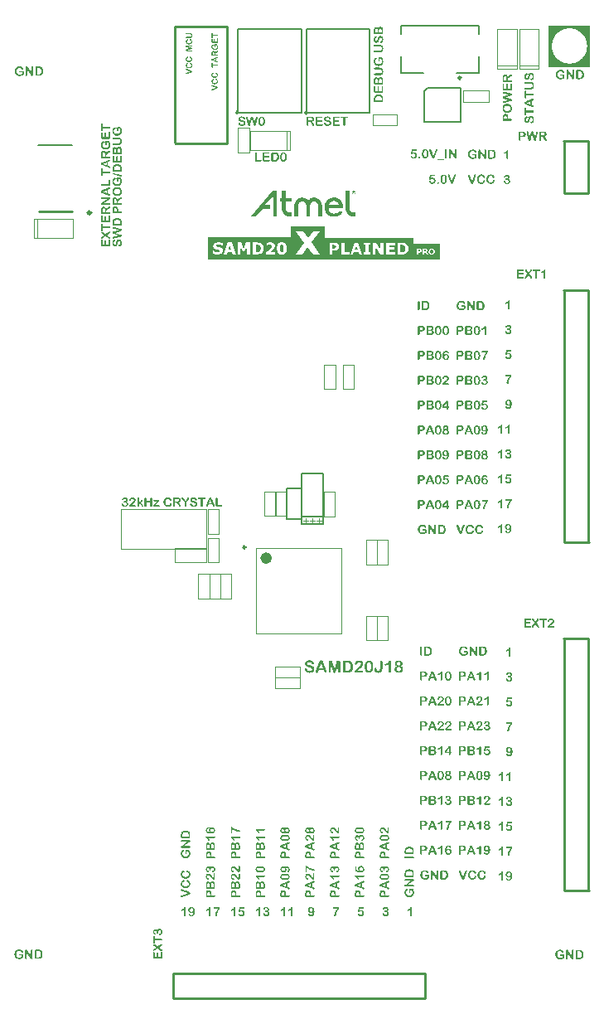
<source format=gto>
%FSLAX43Y43*%
%MOMM*%
G71*
G01*
G75*
G04 Layer_Color=65535*
%ADD10R,0.600X0.900*%
%ADD11R,0.700X0.700*%
%ADD12R,0.650X0.800*%
%ADD13R,0.650X0.500*%
%ADD14R,0.600X0.550*%
%ADD15R,0.500X0.650*%
%ADD16R,0.950X1.000*%
%ADD17R,2.800X0.750*%
%ADD18R,1.200X1.200*%
%ADD19R,0.550X0.600*%
%ADD20R,0.400X1.400*%
%ADD21R,2.300X1.900*%
%ADD22R,1.775X1.900*%
%ADD23R,1.100X1.000*%
%ADD24R,1.100X0.600*%
%ADD25R,1.000X2.250*%
%ADD26R,1.200X1.200*%
%ADD27R,0.900X0.600*%
%ADD28R,1.750X0.950*%
%ADD29R,1.000X0.950*%
%ADD30R,1.600X1.000*%
%ADD31R,2.500X3.000*%
%ADD32O,1.650X0.300*%
%ADD33O,0.300X1.650*%
%ADD34R,0.700X0.700*%
%ADD35R,0.800X0.650*%
%ADD36C,0.175*%
%ADD37C,0.200*%
%ADD38C,0.250*%
%ADD39C,0.300*%
%ADD40C,0.180*%
%ADD41C,0.125*%
%ADD42R,0.900X0.300*%
%ADD43C,1.700*%
%ADD44R,1.700X1.700*%
%ADD45R,1.700X1.700*%
%ADD46C,0.500*%
%ADD47C,3.600*%
%ADD48C,0.550*%
%ADD49C,0.400*%
%ADD50C,0.500*%
%ADD51C,1.400*%
G04:AMPARAMS|DCode=52|XSize=2.524mm|YSize=2.524mm|CornerRadius=0mm|HoleSize=0mm|Usage=FLASHONLY|Rotation=0.000|XOffset=0mm|YOffset=0mm|HoleType=Round|Shape=Relief|Width=0.254mm|Gap=0.254mm|Entries=4|*
%AMTHD52*
7,0,0,2.524,2.016,0.254,45*
%
%ADD52THD52*%
G04:AMPARAMS|DCode=53|XSize=4.224mm|YSize=4.224mm|CornerRadius=0mm|HoleSize=0mm|Usage=FLASHONLY|Rotation=0.000|XOffset=0mm|YOffset=0mm|HoleType=Round|Shape=Relief|Width=0.254mm|Gap=0.254mm|Entries=4|*
%AMTHD53*
7,0,0,4.224,3.716,0.254,45*
%
%ADD53THD53*%
%ADD54C,0.650*%
%ADD55C,0.600*%
%ADD56C,3.100*%
%ADD57C,1.270*%
%ADD58C,0.800*%
%ADD59R,0.500X0.250*%
%ADD60R,0.250X0.500*%
%ADD61R,1.300X0.600*%
%ADD62R,0.762X0.762*%
%ADD63R,0.950X1.750*%
%ADD64R,0.350X0.850*%
%ADD65C,0.280*%
%ADD66R,1.300X1.600*%
%ADD67R,0.600X0.250*%
%ADD68R,1.600X1.500*%
%ADD69R,0.300X0.500*%
%ADD70R,1.250X0.300*%
%ADD71R,0.850X0.400*%
%ADD72R,0.500X0.300*%
%ADD73R,0.200X0.325*%
%ADD74R,0.325X0.200*%
%ADD75C,0.254*%
%ADD76C,0.600*%
%ADD77C,0.100*%
G36*
X-17451Y-36032D02*
X-17427Y-36033D01*
X-17399Y-36034D01*
X-17372Y-36038D01*
X-17346Y-36042D01*
X-17322Y-36048D01*
X-17321D01*
X-17319Y-36049D01*
X-17312Y-36050D01*
X-17302Y-36054D01*
X-17288Y-36060D01*
X-17273Y-36067D01*
X-17257Y-36077D01*
X-17241Y-36088D01*
X-17224Y-36100D01*
X-17223Y-36102D01*
X-17218Y-36107D01*
X-17211Y-36114D01*
X-17201Y-36125D01*
X-17191Y-36138D01*
X-17181Y-36154D01*
X-17171Y-36172D01*
X-17162Y-36190D01*
X-17161Y-36193D01*
X-17158Y-36199D01*
X-17154Y-36210D01*
X-17151Y-36225D01*
X-17147Y-36243D01*
X-17143Y-36263D01*
X-17141Y-36285D01*
X-17139Y-36309D01*
Y-36310D01*
Y-36315D01*
Y-36323D01*
X-17141Y-36333D01*
X-17142Y-36344D01*
X-17144Y-36358D01*
X-17147Y-36373D01*
X-17151Y-36389D01*
X-17154Y-36407D01*
X-17161Y-36424D01*
X-17168Y-36442D01*
X-17176Y-36460D01*
X-17187Y-36478D01*
X-17198Y-36494D01*
X-17212Y-36509D01*
X-17227Y-36524D01*
X-17228Y-36525D01*
X-17231Y-36527D01*
X-17236Y-36530D01*
X-17243Y-36535D01*
X-17252Y-36540D01*
X-17263Y-36547D01*
X-17277Y-36554D01*
X-17292Y-36560D01*
X-17309Y-36567D01*
X-17329Y-36574D01*
X-17351Y-36580D01*
X-17373Y-36585D01*
X-17399Y-36590D01*
X-17426Y-36593D01*
X-17456Y-36595D01*
X-17487Y-36597D01*
X-17659D01*
Y-36860D01*
Y-36863D01*
Y-36869D01*
X-17661Y-36879D01*
X-17663Y-36892D01*
X-17666Y-36905D01*
X-17671Y-36920D01*
X-17678Y-36933D01*
X-17687Y-36945D01*
X-17688Y-36946D01*
X-17692Y-36950D01*
X-17697Y-36954D01*
X-17704Y-36959D01*
X-17714Y-36965D01*
X-17726Y-36969D01*
X-17739Y-36973D01*
X-17753Y-36974D01*
X-17760D01*
X-17768Y-36973D01*
X-17778Y-36970D01*
X-17788Y-36966D01*
X-17800Y-36961D01*
X-17812Y-36955D01*
X-17822Y-36945D01*
X-17823Y-36944D01*
X-17825Y-36940D01*
X-17829Y-36933D01*
X-17834Y-36924D01*
X-17839Y-36913D01*
X-17843Y-36898D01*
X-17845Y-36880D01*
X-17847Y-36862D01*
Y-36147D01*
Y-36145D01*
Y-36144D01*
Y-36137D01*
X-17845Y-36125D01*
X-17843Y-36112D01*
X-17840Y-36098D01*
X-17835Y-36083D01*
X-17828Y-36069D01*
X-17819Y-36058D01*
X-17818Y-36057D01*
X-17814Y-36054D01*
X-17807Y-36049D01*
X-17797Y-36044D01*
X-17784Y-36039D01*
X-17768Y-36034D01*
X-17749Y-36032D01*
X-17728Y-36030D01*
X-17461D01*
X-17451Y-36032D01*
D02*
G37*
G36*
X-15747Y-36024D02*
X-15731Y-36025D01*
X-15712Y-36028D01*
X-15694Y-36032D01*
X-15672Y-36037D01*
X-15652Y-36044D01*
X-15651D01*
X-15650Y-36045D01*
X-15644Y-36048D01*
X-15634Y-36053D01*
X-15620Y-36060D01*
X-15606Y-36069D01*
X-15590Y-36079D01*
X-15574Y-36092D01*
X-15559Y-36107D01*
X-15557Y-36108D01*
X-15552Y-36114D01*
X-15545Y-36123D01*
X-15535Y-36134D01*
X-15525Y-36149D01*
X-15514Y-36167D01*
X-15502Y-36187D01*
X-15491Y-36208D01*
Y-36209D01*
X-15489Y-36213D01*
X-15486Y-36219D01*
X-15484Y-36227D01*
X-15480Y-36238D01*
X-15476Y-36252D01*
X-15471Y-36267D01*
X-15466Y-36284D01*
X-15462Y-36304D01*
X-15457Y-36327D01*
X-15454Y-36350D01*
X-15450Y-36377D01*
X-15447Y-36405D01*
X-15445Y-36437D01*
X-15442Y-36469D01*
Y-36504D01*
Y-36505D01*
Y-36509D01*
Y-36514D01*
Y-36522D01*
Y-36530D01*
X-15444Y-36540D01*
Y-36553D01*
Y-36565D01*
X-15446Y-36593D01*
X-15449Y-36623D01*
X-15451Y-36654D01*
X-15456Y-36683D01*
Y-36684D01*
Y-36687D01*
X-15457Y-36690D01*
X-15459Y-36695D01*
X-15462Y-36709D01*
X-15466Y-36728D01*
X-15472Y-36748D01*
X-15481Y-36770D01*
X-15491Y-36794D01*
X-15502Y-36818D01*
Y-36819D01*
X-15505Y-36822D01*
X-15507Y-36825D01*
X-15510Y-36830D01*
X-15520Y-36844D01*
X-15532Y-36860D01*
X-15549Y-36879D01*
X-15569Y-36898D01*
X-15590Y-36917D01*
X-15615Y-36933D01*
X-15616D01*
X-15617Y-36934D01*
X-15621Y-36937D01*
X-15626Y-36939D01*
X-15634Y-36942D01*
X-15641Y-36945D01*
X-15659Y-36953D01*
X-15681Y-36960D01*
X-15707Y-36966D01*
X-15736Y-36972D01*
X-15766Y-36973D01*
X-15775D01*
X-15782Y-36972D01*
X-15790D01*
X-15800Y-36970D01*
X-15823Y-36966D01*
X-15850Y-36959D01*
X-15878Y-36950D01*
X-15908Y-36937D01*
X-15922Y-36929D01*
X-15937Y-36919D01*
X-15938Y-36918D01*
X-15941Y-36917D01*
X-15945Y-36913D01*
X-15950Y-36909D01*
X-15963Y-36897D01*
X-15980Y-36879D01*
X-15998Y-36858D01*
X-16018Y-36832D01*
X-16036Y-36802D01*
X-16052Y-36768D01*
X-16053Y-36765D01*
X-16056Y-36759D01*
X-16058Y-36748D01*
X-16063Y-36734D01*
X-16068Y-36717D01*
X-16072Y-36697D01*
X-16077Y-36675D01*
X-16081Y-36652D01*
Y-36650D01*
Y-36649D01*
X-16082Y-36645D01*
Y-36640D01*
X-16083Y-36628D01*
X-16085Y-36610D01*
X-16087Y-36590D01*
X-16088Y-36567D01*
X-16090Y-36542D01*
Y-36514D01*
Y-36513D01*
Y-36510D01*
Y-36505D01*
Y-36498D01*
Y-36489D01*
Y-36480D01*
X-16088Y-36457D01*
X-16087Y-36430D01*
X-16086Y-36402D01*
X-16083Y-36372D01*
X-16080Y-36343D01*
Y-36342D01*
Y-36339D01*
X-16078Y-36335D01*
X-16077Y-36330D01*
X-16076Y-36315D01*
X-16072Y-36297D01*
X-16067Y-36277D01*
X-16062Y-36254D01*
X-16056Y-36232D01*
X-16048Y-36210D01*
Y-36209D01*
X-16047Y-36207D01*
X-16045Y-36202D01*
X-16041Y-36195D01*
X-16037Y-36188D01*
X-16032Y-36179D01*
X-16021Y-36159D01*
X-16006Y-36137D01*
X-15987Y-36113D01*
X-15965Y-36092D01*
X-15940Y-36072D01*
X-15938D01*
X-15936Y-36069D01*
X-15932Y-36067D01*
X-15927Y-36064D01*
X-15920Y-36060D01*
X-15912Y-36057D01*
X-15902Y-36052D01*
X-15892Y-36047D01*
X-15867Y-36038D01*
X-15838Y-36030D01*
X-15806Y-36025D01*
X-15771Y-36023D01*
X-15760D01*
X-15747Y-36024D01*
D02*
G37*
G36*
X-16530Y-33491D02*
X-16511Y-33492D01*
X-16492Y-33494D01*
X-16472Y-33496D01*
X-16453Y-33499D01*
X-16451D01*
X-16445Y-33500D01*
X-16436Y-33502D01*
X-16425Y-33506D01*
X-16411Y-33510D01*
X-16396Y-33515D01*
X-16381Y-33522D01*
X-16366Y-33530D01*
X-16365Y-33531D01*
X-16361Y-33534D01*
X-16355Y-33537D01*
X-16346Y-33544D01*
X-16337Y-33551D01*
X-16328Y-33560D01*
X-16308Y-33580D01*
X-16307Y-33581D01*
X-16305Y-33585D01*
X-16300Y-33591D01*
X-16295Y-33600D01*
X-16288Y-33609D01*
X-16281Y-33620D01*
X-16270Y-33646D01*
X-16268Y-33647D01*
X-16267Y-33652D01*
X-16265Y-33660D01*
X-16262Y-33669D01*
X-16260Y-33681D01*
X-16258Y-33694D01*
X-16256Y-33707D01*
Y-33722D01*
Y-33724D01*
Y-33729D01*
X-16257Y-33736D01*
X-16258Y-33745D01*
X-16260Y-33757D01*
X-16263Y-33770D01*
X-16267Y-33785D01*
X-16273Y-33800D01*
X-16281Y-33816D01*
X-16290Y-33834D01*
X-16301Y-33851D01*
X-16315Y-33867D01*
X-16331Y-33884D01*
X-16348Y-33899D01*
X-16370Y-33914D01*
X-16395Y-33926D01*
X-16392Y-33927D01*
X-16387Y-33929D01*
X-16377Y-33932D01*
X-16366Y-33937D01*
X-16352Y-33945D01*
X-16337Y-33953D01*
X-16321Y-33963D01*
X-16303Y-33976D01*
X-16286Y-33991D01*
X-16270Y-34007D01*
X-16255Y-34026D01*
X-16241Y-34047D01*
X-16228Y-34070D01*
X-16220Y-34095D01*
X-16215Y-34123D01*
X-16212Y-34153D01*
Y-34155D01*
Y-34157D01*
Y-34161D01*
Y-34166D01*
X-16213Y-34173D01*
X-16215Y-34181D01*
X-16217Y-34200D01*
X-16222Y-34222D01*
X-16228Y-34245D01*
X-16238Y-34270D01*
X-16252Y-34293D01*
Y-34295D01*
X-16253Y-34296D01*
X-16260Y-34303D01*
X-16268Y-34315D01*
X-16281Y-34328D01*
X-16296Y-34343D01*
X-16315Y-34358D01*
X-16336Y-34373D01*
X-16360Y-34386D01*
X-16362Y-34387D01*
X-16367Y-34388D01*
X-16376Y-34392D01*
X-16387Y-34396D01*
X-16402Y-34400D01*
X-16418Y-34403D01*
X-16437Y-34407D01*
X-16457Y-34411D01*
X-16460D01*
X-16467Y-34412D01*
X-16478Y-34413D01*
X-16493D01*
X-16512Y-34415D01*
X-16535Y-34416D01*
X-16560Y-34417D01*
X-16879D01*
X-16891Y-34416D01*
X-16903Y-34413D01*
X-16918Y-34411D01*
X-16932Y-34406D01*
X-16946Y-34398D01*
X-16957Y-34390D01*
X-16958Y-34388D01*
X-16961Y-34385D01*
X-16966Y-34377D01*
X-16969Y-34368D01*
X-16974Y-34356D01*
X-16979Y-34341D01*
X-16982Y-34323D01*
X-16983Y-34302D01*
Y-33606D01*
Y-33605D01*
Y-33604D01*
Y-33596D01*
X-16982Y-33585D01*
X-16979Y-33572D01*
X-16977Y-33557D01*
X-16972Y-33542D01*
X-16966Y-33529D01*
X-16957Y-33517D01*
X-16956Y-33516D01*
X-16952Y-33514D01*
X-16944Y-33509D01*
X-16936Y-33504D01*
X-16923Y-33499D01*
X-16908Y-33494D01*
X-16891Y-33491D01*
X-16869Y-33490D01*
X-16545D01*
X-16530Y-33491D01*
D02*
G37*
G36*
X-14944Y-33485D02*
X-14935D01*
X-14916Y-33487D01*
X-14894Y-33491D01*
X-14870Y-33497D01*
X-14846Y-33505D01*
X-14822Y-33516D01*
X-14821D01*
X-14820Y-33517D01*
X-14812Y-33521D01*
X-14801Y-33529D01*
X-14788Y-33537D01*
X-14773Y-33549D01*
X-14756Y-33562D01*
X-14741Y-33577D01*
X-14729Y-33595D01*
X-14728Y-33597D01*
X-14724Y-33602D01*
X-14719Y-33612D01*
X-14713Y-33624D01*
X-14708Y-33637D01*
X-14703Y-33652D01*
X-14699Y-33669D01*
X-14698Y-33685D01*
Y-33686D01*
Y-33689D01*
X-14699Y-33694D01*
X-14700Y-33700D01*
X-14703Y-33707D01*
X-14706Y-33715D01*
X-14711Y-33722D01*
X-14718Y-33731D01*
X-14719Y-33732D01*
X-14721Y-33735D01*
X-14725Y-33737D01*
X-14730Y-33741D01*
X-14738Y-33746D01*
X-14746Y-33749D01*
X-14755Y-33751D01*
X-14766Y-33752D01*
X-14771D01*
X-14776Y-33751D01*
X-14783Y-33750D01*
X-14799Y-33745D01*
X-14807Y-33741D01*
X-14816Y-33736D01*
X-14817Y-33735D01*
X-14820Y-33734D01*
X-14824Y-33730D01*
X-14829Y-33724D01*
X-14834Y-33717D01*
X-14840Y-33710D01*
X-14845Y-33700D01*
X-14850Y-33690D01*
Y-33689D01*
X-14852Y-33684D01*
X-14856Y-33676D01*
X-14861Y-33667D01*
X-14867Y-33657D01*
X-14875Y-33647D01*
X-14885Y-33637D01*
X-14896Y-33629D01*
X-14897Y-33627D01*
X-14901Y-33625D01*
X-14909Y-33621D01*
X-14917Y-33616D01*
X-14927Y-33612D01*
X-14940Y-33609D01*
X-14955Y-33606D01*
X-14970Y-33605D01*
X-14975D01*
X-14982Y-33606D01*
X-14990Y-33607D01*
X-15000Y-33610D01*
X-15011Y-33614D01*
X-15024Y-33619D01*
X-15036Y-33625D01*
X-15037Y-33626D01*
X-15041Y-33629D01*
X-15047Y-33632D01*
X-15056Y-33639D01*
X-15065Y-33646D01*
X-15074Y-33655D01*
X-15084Y-33665D01*
X-15092Y-33677D01*
Y-33679D01*
X-15095Y-33681D01*
X-15096Y-33685D01*
X-15100Y-33690D01*
X-15104Y-33697D01*
X-15107Y-33707D01*
X-15112Y-33719D01*
X-15116Y-33732D01*
X-15121Y-33747D01*
X-15126Y-33765D01*
X-15131Y-33785D01*
X-15135Y-33806D01*
X-15139Y-33830D01*
X-15142Y-33856D01*
X-15145Y-33885D01*
X-15147Y-33916D01*
X-15145Y-33914D01*
X-15140Y-33907D01*
X-15131Y-33899D01*
X-15119Y-33887D01*
X-15105Y-33875D01*
X-15090Y-33862D01*
X-15072Y-33850D01*
X-15054Y-33840D01*
X-15051Y-33839D01*
X-15045Y-33836D01*
X-15034Y-33832D01*
X-15020Y-33827D01*
X-15004Y-33822D01*
X-14984Y-33819D01*
X-14962Y-33816D01*
X-14940Y-33815D01*
X-14930D01*
X-14919Y-33816D01*
X-14904Y-33817D01*
X-14886Y-33820D01*
X-14867Y-33825D01*
X-14849Y-33830D01*
X-14829Y-33837D01*
X-14826Y-33839D01*
X-14820Y-33841D01*
X-14810Y-33846D01*
X-14799Y-33854D01*
X-14785Y-33864D01*
X-14770Y-33874D01*
X-14755Y-33887D01*
X-14740Y-33902D01*
X-14739Y-33904D01*
X-14734Y-33910D01*
X-14726Y-33918D01*
X-14718Y-33930D01*
X-14709Y-33945D01*
X-14699Y-33961D01*
X-14689Y-33980D01*
X-14680Y-34000D01*
X-14679Y-34002D01*
X-14676Y-34010D01*
X-14674Y-34021D01*
X-14669Y-34036D01*
X-14665Y-34053D01*
X-14663Y-34073D01*
X-14660Y-34095D01*
X-14659Y-34117D01*
Y-34118D01*
Y-34121D01*
Y-34126D01*
Y-34132D01*
X-14660Y-34140D01*
X-14661Y-34150D01*
X-14664Y-34171D01*
X-14669Y-34196D01*
X-14676Y-34223D01*
X-14686Y-34252D01*
X-14700Y-34280D01*
Y-34281D01*
X-14703Y-34283D01*
X-14704Y-34287D01*
X-14708Y-34292D01*
X-14718Y-34305D01*
X-14730Y-34321D01*
X-14746Y-34340D01*
X-14766Y-34358D01*
X-14789Y-34377D01*
X-14815Y-34393D01*
X-14816D01*
X-14819Y-34395D01*
X-14822Y-34397D01*
X-14827Y-34400D01*
X-14835Y-34402D01*
X-14842Y-34406D01*
X-14862Y-34413D01*
X-14887Y-34421D01*
X-14915Y-34427D01*
X-14946Y-34432D01*
X-14980Y-34433D01*
X-14990D01*
X-14997Y-34432D01*
X-15007D01*
X-15017Y-34431D01*
X-15030Y-34430D01*
X-15042Y-34427D01*
X-15071Y-34421D01*
X-15102Y-34412D01*
X-15134Y-34400D01*
X-15164Y-34382D01*
X-15165Y-34381D01*
X-15167Y-34380D01*
X-15171Y-34377D01*
X-15176Y-34372D01*
X-15190Y-34360D01*
X-15207Y-34343D01*
X-15226Y-34321D01*
X-15245Y-34295D01*
X-15264Y-34265D01*
X-15281Y-34228D01*
Y-34227D01*
X-15282Y-34223D01*
X-15285Y-34218D01*
X-15287Y-34210D01*
X-15290Y-34201D01*
X-15294Y-34188D01*
X-15297Y-34175D01*
X-15301Y-34160D01*
X-15305Y-34142D01*
X-15309Y-34123D01*
X-15312Y-34102D01*
X-15315Y-34081D01*
X-15317Y-34057D01*
X-15320Y-34032D01*
X-15321Y-33980D01*
Y-33978D01*
Y-33975D01*
Y-33968D01*
Y-33960D01*
X-15320Y-33948D01*
Y-33937D01*
X-15319Y-33924D01*
Y-33909D01*
X-15315Y-33875D01*
X-15311Y-33839D01*
X-15305Y-33802D01*
X-15297Y-33766D01*
Y-33765D01*
X-15296Y-33762D01*
X-15295Y-33757D01*
X-15292Y-33750D01*
X-15290Y-33742D01*
X-15287Y-33732D01*
X-15279Y-33711D01*
X-15269Y-33686D01*
X-15256Y-33660D01*
X-15242Y-33634D01*
X-15226Y-33610D01*
Y-33609D01*
X-15224Y-33607D01*
X-15217Y-33600D01*
X-15209Y-33589D01*
X-15195Y-33575D01*
X-15179Y-33560D01*
X-15160Y-33544D01*
X-15139Y-33529D01*
X-15115Y-33516D01*
X-15114D01*
X-15112Y-33515D01*
X-15109Y-33514D01*
X-15104Y-33511D01*
X-15097Y-33509D01*
X-15090Y-33506D01*
X-15071Y-33500D01*
X-15049Y-33494D01*
X-15024Y-33489D01*
X-14995Y-33485D01*
X-14964Y-33484D01*
X-14950D01*
X-14944Y-33485D01*
D02*
G37*
G36*
X-17451Y-38564D02*
X-17427Y-38565D01*
X-17399Y-38566D01*
X-17372Y-38570D01*
X-17346Y-38574D01*
X-17322Y-38580D01*
X-17321D01*
X-17319Y-38581D01*
X-17312Y-38582D01*
X-17302Y-38586D01*
X-17288Y-38592D01*
X-17273Y-38599D01*
X-17257Y-38609D01*
X-17241Y-38620D01*
X-17224Y-38632D01*
X-17223Y-38634D01*
X-17218Y-38639D01*
X-17211Y-38646D01*
X-17201Y-38657D01*
X-17191Y-38670D01*
X-17181Y-38686D01*
X-17171Y-38704D01*
X-17162Y-38722D01*
X-17161Y-38725D01*
X-17158Y-38731D01*
X-17154Y-38742D01*
X-17151Y-38757D01*
X-17147Y-38775D01*
X-17143Y-38795D01*
X-17141Y-38817D01*
X-17139Y-38841D01*
Y-38842D01*
Y-38847D01*
Y-38855D01*
X-17141Y-38865D01*
X-17142Y-38876D01*
X-17144Y-38890D01*
X-17147Y-38905D01*
X-17151Y-38921D01*
X-17154Y-38939D01*
X-17161Y-38956D01*
X-17168Y-38974D01*
X-17176Y-38992D01*
X-17187Y-39010D01*
X-17198Y-39026D01*
X-17212Y-39041D01*
X-17227Y-39056D01*
X-17228Y-39057D01*
X-17231Y-39058D01*
X-17236Y-39062D01*
X-17243Y-39067D01*
X-17252Y-39072D01*
X-17263Y-39078D01*
X-17277Y-39086D01*
X-17292Y-39092D01*
X-17309Y-39098D01*
X-17329Y-39106D01*
X-17351Y-39112D01*
X-17373Y-39117D01*
X-17399Y-39122D01*
X-17426Y-39125D01*
X-17456Y-39127D01*
X-17487Y-39128D01*
X-17659D01*
Y-39392D01*
Y-39395D01*
Y-39401D01*
X-17661Y-39411D01*
X-17663Y-39423D01*
X-17666Y-39437D01*
X-17671Y-39452D01*
X-17678Y-39465D01*
X-17687Y-39477D01*
X-17688Y-39478D01*
X-17692Y-39482D01*
X-17697Y-39486D01*
X-17704Y-39491D01*
X-17714Y-39497D01*
X-17726Y-39501D01*
X-17739Y-39505D01*
X-17753Y-39506D01*
X-17760D01*
X-17768Y-39505D01*
X-17778Y-39502D01*
X-17788Y-39498D01*
X-17800Y-39493D01*
X-17812Y-39487D01*
X-17822Y-39477D01*
X-17823Y-39476D01*
X-17825Y-39472D01*
X-17829Y-39465D01*
X-17834Y-39456D01*
X-17839Y-39445D01*
X-17843Y-39430D01*
X-17845Y-39412D01*
X-17847Y-39393D01*
Y-38679D01*
Y-38677D01*
Y-38676D01*
Y-38669D01*
X-17845Y-38657D01*
X-17843Y-38644D01*
X-17840Y-38630D01*
X-17835Y-38615D01*
X-17828Y-38601D01*
X-17819Y-38590D01*
X-17818Y-38589D01*
X-17814Y-38586D01*
X-17807Y-38581D01*
X-17797Y-38576D01*
X-17784Y-38571D01*
X-17768Y-38566D01*
X-17749Y-38564D01*
X-17728Y-38562D01*
X-17461D01*
X-17451Y-38564D01*
D02*
G37*
G36*
X-14857Y-38551D02*
X-14851D01*
X-14835Y-38556D01*
X-14826Y-38559D01*
X-14817Y-38564D01*
X-14809Y-38570D01*
X-14800Y-38577D01*
X-14791Y-38586D01*
X-14784Y-38597D01*
X-14778Y-38610D01*
X-14773Y-38625D01*
X-14770Y-38641D01*
X-14769Y-38661D01*
Y-39150D01*
X-14735D01*
X-14725Y-39151D01*
X-14715D01*
X-14703Y-39153D01*
X-14689Y-39156D01*
X-14676Y-39158D01*
X-14665Y-39163D01*
X-14664Y-39165D01*
X-14660Y-39166D01*
X-14655Y-39170D01*
X-14650Y-39176D01*
X-14645Y-39183D01*
X-14640Y-39193D01*
X-14636Y-39206D01*
X-14635Y-39221D01*
Y-39222D01*
Y-39227D01*
X-14636Y-39233D01*
X-14638Y-39242D01*
X-14641Y-39251D01*
X-14645Y-39260D01*
X-14651Y-39267D01*
X-14659Y-39275D01*
X-14660Y-39276D01*
X-14664Y-39277D01*
X-14669Y-39280D01*
X-14676Y-39282D01*
X-14686Y-39286D01*
X-14699Y-39288D01*
X-14714Y-39290D01*
X-14731Y-39291D01*
X-14769D01*
Y-39410D01*
Y-39412D01*
Y-39417D01*
X-14770Y-39426D01*
X-14771Y-39437D01*
X-14774Y-39448D01*
X-14779Y-39461D01*
X-14784Y-39472D01*
X-14791Y-39482D01*
X-14792Y-39483D01*
X-14795Y-39486D01*
X-14800Y-39490D01*
X-14806Y-39493D01*
X-14815Y-39498D01*
X-14825Y-39502D01*
X-14836Y-39505D01*
X-14849Y-39506D01*
X-14855D01*
X-14861Y-39505D01*
X-14869Y-39503D01*
X-14879Y-39500D01*
X-14887Y-39496D01*
X-14897Y-39490D01*
X-14906Y-39482D01*
X-14907Y-39481D01*
X-14910Y-39477D01*
X-14912Y-39472D01*
X-14916Y-39463D01*
X-14921Y-39453D01*
X-14924Y-39441D01*
X-14926Y-39426D01*
X-14927Y-39410D01*
Y-39291D01*
X-15256D01*
X-15266Y-39290D01*
X-15280Y-39287D01*
X-15295Y-39285D01*
X-15310Y-39280D01*
X-15324Y-39273D01*
X-15336Y-39265D01*
X-15337Y-39263D01*
X-15341Y-39260D01*
X-15346Y-39253D01*
X-15351Y-39245D01*
X-15356Y-39235D01*
X-15361Y-39222D01*
X-15365Y-39207D01*
X-15366Y-39191D01*
Y-39188D01*
Y-39183D01*
X-15365Y-39175D01*
X-15362Y-39166D01*
X-15361Y-39163D01*
X-15359Y-39158D01*
X-15355Y-39150D01*
X-15349Y-39140D01*
Y-39138D01*
X-15347Y-39137D01*
X-15342Y-39131D01*
X-15337Y-39122D01*
X-15330Y-39113D01*
X-15329Y-39111D01*
X-15324Y-39105D01*
X-15316Y-39096D01*
X-15306Y-39083D01*
X-14971Y-38635D01*
X-14970Y-38632D01*
X-14966Y-38627D01*
X-14960Y-38620D01*
X-14952Y-38610D01*
X-14935Y-38589D01*
X-14926Y-38579D01*
X-14917Y-38570D01*
X-14916Y-38569D01*
X-14914Y-38566D01*
X-14909Y-38564D01*
X-14902Y-38560D01*
X-14895Y-38556D01*
X-14886Y-38552D01*
X-14877Y-38551D01*
X-14866Y-38550D01*
X-14862D01*
X-14857Y-38551D01*
D02*
G37*
G36*
X-16530Y-36032D02*
X-16511Y-36033D01*
X-16492Y-36034D01*
X-16472Y-36037D01*
X-16453Y-36039D01*
X-16451D01*
X-16445Y-36040D01*
X-16436Y-36043D01*
X-16425Y-36047D01*
X-16411Y-36050D01*
X-16396Y-36055D01*
X-16381Y-36063D01*
X-16366Y-36070D01*
X-16365Y-36072D01*
X-16361Y-36074D01*
X-16355Y-36078D01*
X-16346Y-36084D01*
X-16337Y-36092D01*
X-16328Y-36100D01*
X-16308Y-36120D01*
X-16307Y-36122D01*
X-16305Y-36125D01*
X-16300Y-36132D01*
X-16295Y-36140D01*
X-16288Y-36149D01*
X-16281Y-36160D01*
X-16270Y-36187D01*
X-16268Y-36188D01*
X-16267Y-36193D01*
X-16265Y-36200D01*
X-16262Y-36209D01*
X-16260Y-36222D01*
X-16258Y-36234D01*
X-16256Y-36248D01*
Y-36263D01*
Y-36264D01*
Y-36269D01*
X-16257Y-36277D01*
X-16258Y-36285D01*
X-16260Y-36298D01*
X-16263Y-36310D01*
X-16267Y-36325D01*
X-16273Y-36340D01*
X-16281Y-36357D01*
X-16290Y-36374D01*
X-16301Y-36392D01*
X-16315Y-36408D01*
X-16331Y-36424D01*
X-16348Y-36439D01*
X-16370Y-36454D01*
X-16395Y-36467D01*
X-16392Y-36468D01*
X-16387Y-36469D01*
X-16377Y-36473D01*
X-16366Y-36478D01*
X-16352Y-36485D01*
X-16337Y-36494D01*
X-16321Y-36504D01*
X-16303Y-36517D01*
X-16286Y-36532D01*
X-16270Y-36548D01*
X-16255Y-36567D01*
X-16241Y-36588D01*
X-16228Y-36610D01*
X-16220Y-36635D01*
X-16215Y-36664D01*
X-16212Y-36694D01*
Y-36695D01*
Y-36698D01*
Y-36702D01*
Y-36707D01*
X-16213Y-36714D01*
X-16215Y-36722D01*
X-16217Y-36740D01*
X-16222Y-36763D01*
X-16228Y-36785D01*
X-16238Y-36810D01*
X-16252Y-36834D01*
Y-36835D01*
X-16253Y-36837D01*
X-16260Y-36844D01*
X-16268Y-36855D01*
X-16281Y-36869D01*
X-16296Y-36884D01*
X-16315Y-36899D01*
X-16336Y-36914D01*
X-16360Y-36927D01*
X-16362Y-36928D01*
X-16367Y-36929D01*
X-16376Y-36933D01*
X-16387Y-36937D01*
X-16402Y-36940D01*
X-16418Y-36944D01*
X-16437Y-36948D01*
X-16457Y-36951D01*
X-16460D01*
X-16467Y-36953D01*
X-16478Y-36954D01*
X-16493D01*
X-16512Y-36955D01*
X-16535Y-36957D01*
X-16560Y-36958D01*
X-16879D01*
X-16891Y-36957D01*
X-16903Y-36954D01*
X-16918Y-36951D01*
X-16932Y-36946D01*
X-16946Y-36939D01*
X-16957Y-36930D01*
X-16958Y-36929D01*
X-16961Y-36925D01*
X-16966Y-36918D01*
X-16969Y-36909D01*
X-16974Y-36897D01*
X-16979Y-36882D01*
X-16982Y-36864D01*
X-16983Y-36843D01*
Y-36147D01*
Y-36145D01*
Y-36144D01*
Y-36137D01*
X-16982Y-36125D01*
X-16979Y-36113D01*
X-16977Y-36098D01*
X-16972Y-36083D01*
X-16966Y-36069D01*
X-16957Y-36058D01*
X-16956Y-36057D01*
X-16952Y-36054D01*
X-16944Y-36049D01*
X-16936Y-36044D01*
X-16923Y-36039D01*
X-16908Y-36034D01*
X-16891Y-36032D01*
X-16869Y-36030D01*
X-16545D01*
X-16530Y-36032D01*
D02*
G37*
G36*
X-14966Y-36025D02*
X-14956D01*
X-14934Y-36028D01*
X-14907Y-36032D01*
X-14880Y-36038D01*
X-14852Y-36045D01*
X-14826Y-36055D01*
X-14824Y-36057D01*
X-14819Y-36059D01*
X-14810Y-36064D01*
X-14800Y-36070D01*
X-14788Y-36078D01*
X-14774Y-36088D01*
X-14760Y-36099D01*
X-14748Y-36112D01*
X-14746Y-36113D01*
X-14743Y-36118D01*
X-14736Y-36125D01*
X-14729Y-36135D01*
X-14720Y-36147D01*
X-14711Y-36160D01*
X-14703Y-36177D01*
X-14695Y-36193D01*
X-14694Y-36195D01*
X-14693Y-36200D01*
X-14689Y-36210D01*
X-14685Y-36222D01*
X-14683Y-36237D01*
X-14679Y-36253D01*
X-14678Y-36270D01*
X-14676Y-36289D01*
Y-36290D01*
Y-36293D01*
Y-36297D01*
Y-36303D01*
X-14678Y-36309D01*
X-14679Y-36318D01*
X-14681Y-36337D01*
X-14686Y-36359D01*
X-14693Y-36383D01*
X-14703Y-36408D01*
X-14716Y-36433D01*
Y-36434D01*
X-14718Y-36435D01*
X-14723Y-36443D01*
X-14731Y-36455D01*
X-14741Y-36469D01*
X-14753Y-36485D01*
X-14766Y-36502D01*
X-14781Y-36518D01*
X-14796Y-36533D01*
X-14797Y-36534D01*
X-14804Y-36539D01*
X-14814Y-36548D01*
X-14827Y-36560D01*
X-14846Y-36577D01*
X-14870Y-36597D01*
X-14899Y-36620D01*
X-14914Y-36634D01*
X-14931Y-36648D01*
X-14932Y-36649D01*
X-14935Y-36652D01*
X-14940Y-36655D01*
X-14946Y-36660D01*
X-14954Y-36667D01*
X-14962Y-36674D01*
X-14982Y-36692D01*
X-15005Y-36712D01*
X-15026Y-36732D01*
X-15045Y-36752D01*
X-15054Y-36760D01*
X-15061Y-36769D01*
X-15062Y-36770D01*
X-15064Y-36772D01*
X-15067Y-36775D01*
X-15071Y-36780D01*
X-15081Y-36793D01*
X-15092Y-36809D01*
X-14754D01*
X-14745Y-36810D01*
X-14734Y-36812D01*
X-14723Y-36814D01*
X-14710Y-36818D01*
X-14698Y-36823D01*
X-14688Y-36830D01*
X-14686Y-36832D01*
X-14684Y-36834D01*
X-14679Y-36838D01*
X-14674Y-36844D01*
X-14670Y-36852D01*
X-14665Y-36862D01*
X-14663Y-36872D01*
X-14661Y-36884D01*
Y-36885D01*
Y-36889D01*
X-14663Y-36895D01*
X-14664Y-36903D01*
X-14666Y-36910D01*
X-14670Y-36919D01*
X-14675Y-36928D01*
X-14683Y-36937D01*
X-14684Y-36938D01*
X-14686Y-36940D01*
X-14691Y-36943D01*
X-14698Y-36946D01*
X-14706Y-36951D01*
X-14716Y-36954D01*
X-14729Y-36957D01*
X-14744Y-36958D01*
X-15217D01*
X-15226Y-36957D01*
X-15237Y-36954D01*
X-15249Y-36951D01*
X-15261Y-36948D01*
X-15274Y-36942D01*
X-15285Y-36933D01*
X-15286Y-36932D01*
X-15289Y-36928D01*
X-15294Y-36923D01*
X-15297Y-36915D01*
X-15302Y-36907D01*
X-15307Y-36895D01*
X-15310Y-36883D01*
X-15311Y-36870D01*
Y-36869D01*
Y-36867D01*
X-15310Y-36862D01*
X-15309Y-36854D01*
X-15307Y-36845D01*
X-15304Y-36835D01*
X-15300Y-36824D01*
X-15294Y-36810D01*
X-15292Y-36809D01*
X-15291Y-36804D01*
X-15287Y-36798D01*
X-15282Y-36789D01*
X-15270Y-36769D01*
X-15264Y-36760D01*
X-15256Y-36752D01*
X-15255Y-36750D01*
X-15252Y-36748D01*
X-15247Y-36743D01*
X-15242Y-36737D01*
X-15235Y-36729D01*
X-15226Y-36720D01*
X-15206Y-36700D01*
X-15182Y-36677D01*
X-15157Y-36652D01*
X-15131Y-36625D01*
X-15105Y-36602D01*
X-15104Y-36600D01*
X-15102Y-36599D01*
X-15099Y-36595D01*
X-15094Y-36592D01*
X-15081Y-36580D01*
X-15067Y-36568D01*
X-15051Y-36554D01*
X-15035Y-36540D01*
X-15020Y-36528D01*
X-15007Y-36519D01*
X-15005Y-36518D01*
X-14999Y-36513D01*
X-14990Y-36505D01*
X-14977Y-36497D01*
X-14964Y-36485D01*
X-14950Y-36473D01*
X-14935Y-36460D01*
X-14921Y-36447D01*
X-14920Y-36445D01*
X-14915Y-36440D01*
X-14909Y-36433D01*
X-14901Y-36423D01*
X-14892Y-36412D01*
X-14884Y-36399D01*
X-14876Y-36384D01*
X-14869Y-36370D01*
X-14867Y-36369D01*
X-14866Y-36363D01*
X-14862Y-36355D01*
X-14859Y-36345D01*
X-14856Y-36334D01*
X-14852Y-36320D01*
X-14851Y-36307D01*
X-14850Y-36293D01*
Y-36292D01*
Y-36287D01*
X-14851Y-36279D01*
X-14852Y-36269D01*
X-14855Y-36258D01*
X-14859Y-36245D01*
X-14864Y-36234D01*
X-14870Y-36222D01*
X-14871Y-36220D01*
X-14874Y-36217D01*
X-14877Y-36210D01*
X-14884Y-36203D01*
X-14891Y-36195D01*
X-14900Y-36187D01*
X-14910Y-36179D01*
X-14922Y-36172D01*
X-14924Y-36170D01*
X-14929Y-36169D01*
X-14935Y-36165D01*
X-14944Y-36162D01*
X-14955Y-36159D01*
X-14967Y-36155D01*
X-14981Y-36154D01*
X-14995Y-36153D01*
X-15002D01*
X-15009Y-36154D01*
X-15024Y-36157D01*
X-15042Y-36162D01*
X-15062Y-36170D01*
X-15074Y-36177D01*
X-15085Y-36184D01*
X-15095Y-36193D01*
X-15106Y-36202D01*
X-15116Y-36214D01*
X-15125Y-36227D01*
X-15126Y-36229D01*
X-15127Y-36232D01*
X-15130Y-36237D01*
X-15132Y-36243D01*
X-15136Y-36252D01*
X-15141Y-36263D01*
X-15146Y-36278D01*
X-15147Y-36279D01*
X-15149Y-36285D01*
X-15152Y-36293D01*
X-15156Y-36302D01*
X-15166Y-36324D01*
X-15174Y-36334D01*
X-15180Y-36344D01*
X-15181Y-36345D01*
X-15184Y-36348D01*
X-15187Y-36352D01*
X-15194Y-36355D01*
X-15201Y-36359D01*
X-15211Y-36363D01*
X-15222Y-36365D01*
X-15235Y-36367D01*
X-15240D01*
X-15246Y-36365D01*
X-15254Y-36364D01*
X-15261Y-36362D01*
X-15270Y-36358D01*
X-15279Y-36353D01*
X-15287Y-36345D01*
X-15289Y-36344D01*
X-15291Y-36342D01*
X-15294Y-36337D01*
X-15297Y-36330D01*
X-15302Y-36322D01*
X-15305Y-36312D01*
X-15307Y-36300D01*
X-15309Y-36288D01*
Y-36285D01*
Y-36280D01*
X-15307Y-36272D01*
X-15306Y-36260D01*
X-15304Y-36247D01*
X-15300Y-36230D01*
X-15295Y-36214D01*
X-15289Y-36197D01*
X-15287Y-36194D01*
X-15285Y-36189D01*
X-15280Y-36179D01*
X-15274Y-36168D01*
X-15265Y-36155D01*
X-15255Y-36140D01*
X-15244Y-36127D01*
X-15230Y-36112D01*
X-15229Y-36110D01*
X-15222Y-36105D01*
X-15215Y-36098D01*
X-15202Y-36089D01*
X-15189Y-36079D01*
X-15172Y-36069D01*
X-15152Y-36059D01*
X-15131Y-36049D01*
X-15130D01*
X-15129Y-36048D01*
X-15125Y-36047D01*
X-15120Y-36045D01*
X-15107Y-36042D01*
X-15091Y-36037D01*
X-15071Y-36032D01*
X-15046Y-36028D01*
X-15020Y-36025D01*
X-14991Y-36024D01*
X-14975D01*
X-14966Y-36025D01*
D02*
G37*
G36*
X-17451Y-30945D02*
X-17427Y-30946D01*
X-17399Y-30947D01*
X-17372Y-30951D01*
X-17346Y-30955D01*
X-17322Y-30961D01*
X-17321D01*
X-17319Y-30962D01*
X-17312Y-30964D01*
X-17302Y-30967D01*
X-17288Y-30974D01*
X-17273Y-30980D01*
X-17257Y-30990D01*
X-17241Y-31001D01*
X-17224Y-31014D01*
X-17223Y-31015D01*
X-17218Y-31020D01*
X-17211Y-31027D01*
X-17201Y-31039D01*
X-17191Y-31051D01*
X-17181Y-31067D01*
X-17171Y-31085D01*
X-17162Y-31104D01*
X-17161Y-31106D01*
X-17158Y-31112D01*
X-17154Y-31124D01*
X-17151Y-31139D01*
X-17147Y-31156D01*
X-17143Y-31176D01*
X-17141Y-31199D01*
X-17139Y-31222D01*
Y-31224D01*
Y-31229D01*
Y-31236D01*
X-17141Y-31246D01*
X-17142Y-31257D01*
X-17144Y-31271D01*
X-17147Y-31286D01*
X-17151Y-31302D01*
X-17154Y-31320D01*
X-17161Y-31337D01*
X-17168Y-31355D01*
X-17176Y-31374D01*
X-17187Y-31391D01*
X-17198Y-31407D01*
X-17212Y-31422D01*
X-17227Y-31437D01*
X-17228Y-31438D01*
X-17231Y-31440D01*
X-17236Y-31443D01*
X-17243Y-31448D01*
X-17252Y-31453D01*
X-17263Y-31460D01*
X-17277Y-31467D01*
X-17292Y-31473D01*
X-17309Y-31480D01*
X-17329Y-31487D01*
X-17351Y-31493D01*
X-17373Y-31498D01*
X-17399Y-31503D01*
X-17426Y-31506D01*
X-17456Y-31508D01*
X-17487Y-31510D01*
X-17659D01*
Y-31773D01*
Y-31776D01*
Y-31782D01*
X-17661Y-31792D01*
X-17663Y-31805D01*
X-17666Y-31818D01*
X-17671Y-31833D01*
X-17678Y-31846D01*
X-17687Y-31858D01*
X-17688Y-31860D01*
X-17692Y-31863D01*
X-17697Y-31867D01*
X-17704Y-31872D01*
X-17714Y-31878D01*
X-17726Y-31882D01*
X-17739Y-31886D01*
X-17753Y-31887D01*
X-17760D01*
X-17768Y-31886D01*
X-17778Y-31883D01*
X-17788Y-31880D01*
X-17800Y-31875D01*
X-17812Y-31868D01*
X-17822Y-31858D01*
X-17823Y-31857D01*
X-17825Y-31853D01*
X-17829Y-31846D01*
X-17834Y-31837D01*
X-17839Y-31826D01*
X-17843Y-31811D01*
X-17845Y-31793D01*
X-17847Y-31775D01*
Y-31060D01*
Y-31059D01*
Y-31057D01*
Y-31050D01*
X-17845Y-31039D01*
X-17843Y-31025D01*
X-17840Y-31011D01*
X-17835Y-30996D01*
X-17828Y-30982D01*
X-17819Y-30971D01*
X-17818Y-30970D01*
X-17814Y-30967D01*
X-17807Y-30962D01*
X-17797Y-30957D01*
X-17784Y-30952D01*
X-17768Y-30947D01*
X-17749Y-30945D01*
X-17728Y-30944D01*
X-17461D01*
X-17451Y-30945D01*
D02*
G37*
G36*
X-15747Y-30937D02*
X-15731Y-30939D01*
X-15712Y-30941D01*
X-15694Y-30945D01*
X-15672Y-30950D01*
X-15652Y-30957D01*
X-15651D01*
X-15650Y-30959D01*
X-15644Y-30961D01*
X-15634Y-30966D01*
X-15620Y-30974D01*
X-15606Y-30982D01*
X-15590Y-30992D01*
X-15574Y-31005D01*
X-15559Y-31020D01*
X-15557Y-31021D01*
X-15552Y-31027D01*
X-15545Y-31036D01*
X-15535Y-31047D01*
X-15525Y-31062D01*
X-15514Y-31080D01*
X-15502Y-31100D01*
X-15491Y-31121D01*
Y-31122D01*
X-15489Y-31126D01*
X-15486Y-31132D01*
X-15484Y-31140D01*
X-15480Y-31151D01*
X-15476Y-31165D01*
X-15471Y-31180D01*
X-15466Y-31197D01*
X-15462Y-31217D01*
X-15457Y-31240D01*
X-15454Y-31264D01*
X-15450Y-31290D01*
X-15447Y-31319D01*
X-15445Y-31350D01*
X-15442Y-31382D01*
Y-31417D01*
Y-31418D01*
Y-31422D01*
Y-31427D01*
Y-31435D01*
Y-31443D01*
X-15444Y-31453D01*
Y-31466D01*
Y-31478D01*
X-15446Y-31506D01*
X-15449Y-31536D01*
X-15451Y-31567D01*
X-15456Y-31596D01*
Y-31597D01*
Y-31600D01*
X-15457Y-31603D01*
X-15459Y-31608D01*
X-15462Y-31622D01*
X-15466Y-31641D01*
X-15472Y-31661D01*
X-15481Y-31683D01*
X-15491Y-31707D01*
X-15502Y-31731D01*
Y-31732D01*
X-15505Y-31735D01*
X-15507Y-31738D01*
X-15510Y-31743D01*
X-15520Y-31757D01*
X-15532Y-31773D01*
X-15549Y-31792D01*
X-15569Y-31811D01*
X-15590Y-31830D01*
X-15615Y-31846D01*
X-15616D01*
X-15617Y-31847D01*
X-15621Y-31850D01*
X-15626Y-31852D01*
X-15634Y-31855D01*
X-15641Y-31858D01*
X-15659Y-31866D01*
X-15681Y-31873D01*
X-15707Y-31880D01*
X-15736Y-31885D01*
X-15766Y-31886D01*
X-15775D01*
X-15782Y-31885D01*
X-15790D01*
X-15800Y-31883D01*
X-15823Y-31880D01*
X-15850Y-31872D01*
X-15878Y-31863D01*
X-15908Y-31850D01*
X-15922Y-31842D01*
X-15937Y-31832D01*
X-15938Y-31831D01*
X-15941Y-31830D01*
X-15945Y-31826D01*
X-15950Y-31822D01*
X-15963Y-31810D01*
X-15980Y-31792D01*
X-15998Y-31771D01*
X-16018Y-31745D01*
X-16036Y-31715D01*
X-16052Y-31681D01*
X-16053Y-31678D01*
X-16056Y-31672D01*
X-16058Y-31661D01*
X-16063Y-31647D01*
X-16068Y-31630D01*
X-16072Y-31610D01*
X-16077Y-31588D01*
X-16081Y-31565D01*
Y-31563D01*
Y-31562D01*
X-16082Y-31558D01*
Y-31553D01*
X-16083Y-31541D01*
X-16085Y-31523D01*
X-16087Y-31503D01*
X-16088Y-31480D01*
X-16090Y-31455D01*
Y-31427D01*
Y-31426D01*
Y-31423D01*
Y-31418D01*
Y-31411D01*
Y-31402D01*
Y-31393D01*
X-16088Y-31370D01*
X-16087Y-31344D01*
X-16086Y-31315D01*
X-16083Y-31285D01*
X-16080Y-31256D01*
Y-31255D01*
Y-31252D01*
X-16078Y-31249D01*
X-16077Y-31244D01*
X-16076Y-31229D01*
X-16072Y-31210D01*
X-16067Y-31190D01*
X-16062Y-31167D01*
X-16056Y-31145D01*
X-16048Y-31124D01*
Y-31122D01*
X-16047Y-31120D01*
X-16045Y-31115D01*
X-16041Y-31109D01*
X-16037Y-31101D01*
X-16032Y-31092D01*
X-16021Y-31072D01*
X-16006Y-31050D01*
X-15987Y-31026D01*
X-15965Y-31005D01*
X-15940Y-30985D01*
X-15938D01*
X-15936Y-30982D01*
X-15932Y-30980D01*
X-15927Y-30977D01*
X-15920Y-30974D01*
X-15912Y-30970D01*
X-15902Y-30965D01*
X-15892Y-30960D01*
X-15867Y-30951D01*
X-15838Y-30944D01*
X-15806Y-30939D01*
X-15771Y-30936D01*
X-15760D01*
X-15747Y-30937D01*
D02*
G37*
G36*
X-17739Y-28388D02*
X-17729Y-28390D01*
X-17719Y-28394D01*
X-17707Y-28399D01*
X-17696Y-28405D01*
X-17686Y-28415D01*
X-17684Y-28417D01*
X-17682Y-28420D01*
X-17677Y-28428D01*
X-17672Y-28437D01*
X-17668Y-28449D01*
X-17663Y-28464D01*
X-17661Y-28482D01*
X-17659Y-28502D01*
Y-29233D01*
Y-29235D01*
Y-29243D01*
X-17661Y-29253D01*
X-17663Y-29265D01*
X-17666Y-29279D01*
X-17671Y-29293D01*
X-17677Y-29307D01*
X-17686Y-29319D01*
X-17687Y-29320D01*
X-17691Y-29323D01*
X-17696Y-29328D01*
X-17704Y-29333D01*
X-17714Y-29338D01*
X-17726Y-29343D01*
X-17739Y-29345D01*
X-17754Y-29347D01*
X-17760D01*
X-17769Y-29345D01*
X-17778Y-29343D01*
X-17789Y-29339D01*
X-17800Y-29334D01*
X-17812Y-29328D01*
X-17822Y-29318D01*
X-17823Y-29316D01*
X-17825Y-29313D01*
X-17829Y-29305D01*
X-17834Y-29297D01*
X-17839Y-29284D01*
X-17843Y-29270D01*
X-17845Y-29253D01*
X-17847Y-29233D01*
Y-28502D01*
Y-28500D01*
Y-28499D01*
Y-28492D01*
X-17845Y-28482D01*
X-17843Y-28469D01*
X-17840Y-28455D01*
X-17837Y-28440D01*
X-17830Y-28428D01*
X-17822Y-28415D01*
X-17820Y-28414D01*
X-17817Y-28410D01*
X-17812Y-28407D01*
X-17803Y-28400D01*
X-17794Y-28395D01*
X-17782Y-28392D01*
X-17769Y-28388D01*
X-17754Y-28387D01*
X-17747D01*
X-17739Y-28388D01*
D02*
G37*
G36*
X-17054Y-28404D02*
X-17032Y-28405D01*
X-17006Y-28408D01*
X-16978Y-28410D01*
X-16951Y-28415D01*
X-16924Y-28422D01*
X-16923D01*
X-16922Y-28423D01*
X-16918Y-28424D01*
X-16913Y-28425D01*
X-16899Y-28429D01*
X-16883Y-28437D01*
X-16863Y-28445D01*
X-16843Y-28457D01*
X-16821Y-28470D01*
X-16799Y-28488D01*
X-16798Y-28489D01*
X-16793Y-28494D01*
X-16786Y-28500D01*
X-16777Y-28512D01*
X-16766Y-28524D01*
X-16753Y-28540D01*
X-16741Y-28559D01*
X-16727Y-28582D01*
X-16713Y-28607D01*
X-16701Y-28634D01*
X-16688Y-28665D01*
X-16677Y-28699D01*
X-16668Y-28737D01*
X-16661Y-28777D01*
X-16656Y-28819D01*
X-16655Y-28865D01*
Y-28867D01*
Y-28869D01*
Y-28873D01*
Y-28879D01*
Y-28887D01*
X-16656Y-28895D01*
Y-28915D01*
X-16658Y-28939D01*
X-16661Y-28964D01*
X-16665Y-28992D01*
X-16670Y-29018D01*
Y-29019D01*
X-16671Y-29020D01*
Y-29024D01*
X-16672Y-29029D01*
X-16676Y-29043D01*
X-16681Y-29059D01*
X-16687Y-29078D01*
X-16695Y-29099D01*
X-16705Y-29120D01*
X-16715Y-29142D01*
X-16716Y-29144D01*
X-16720Y-29150D01*
X-16727Y-29162D01*
X-16736Y-29174D01*
X-16747Y-29190D01*
X-16760Y-29207D01*
X-16774Y-29224D01*
X-16792Y-29240D01*
X-16793Y-29242D01*
X-16798Y-29245D01*
X-16806Y-29252D01*
X-16816Y-29259D01*
X-16828Y-29268D01*
X-16842Y-29277D01*
X-16858Y-29287D01*
X-16874Y-29294D01*
X-16877Y-29295D01*
X-16882Y-29298D01*
X-16891Y-29300D01*
X-16903Y-29305D01*
X-16917Y-29310D01*
X-16933Y-29314D01*
X-16951Y-29319D01*
X-16969Y-29323D01*
X-16972D01*
X-16978Y-29324D01*
X-16988Y-29325D01*
X-17002Y-29326D01*
X-17019Y-29328D01*
X-17038Y-29329D01*
X-17059Y-29330D01*
X-17337D01*
X-17346Y-29329D01*
X-17357Y-29328D01*
X-17382Y-29324D01*
X-17394Y-29320D01*
X-17406Y-29315D01*
X-17407Y-29314D01*
X-17409Y-29313D01*
X-17414Y-29309D01*
X-17419Y-29304D01*
X-17426Y-29298D01*
X-17431Y-29292D01*
X-17436Y-29283D01*
X-17439Y-29273D01*
Y-29272D01*
X-17441Y-29268D01*
X-17442Y-29262D01*
X-17443Y-29253D01*
X-17444Y-29242D01*
X-17446Y-29229D01*
X-17447Y-29215D01*
Y-29199D01*
Y-28519D01*
Y-28518D01*
Y-28517D01*
Y-28509D01*
X-17446Y-28498D01*
X-17443Y-28485D01*
X-17441Y-28470D01*
X-17436Y-28455D01*
X-17429Y-28442D01*
X-17421Y-28430D01*
X-17419Y-28429D01*
X-17416Y-28427D01*
X-17408Y-28422D01*
X-17399Y-28417D01*
X-17387Y-28412D01*
X-17372Y-28407D01*
X-17354Y-28404D01*
X-17333Y-28403D01*
X-17063D01*
X-17054Y-28404D01*
D02*
G37*
G36*
X-17451Y-33491D02*
X-17427Y-33492D01*
X-17399Y-33494D01*
X-17372Y-33497D01*
X-17346Y-33501D01*
X-17322Y-33507D01*
X-17321D01*
X-17319Y-33509D01*
X-17312Y-33510D01*
X-17302Y-33514D01*
X-17288Y-33520D01*
X-17273Y-33526D01*
X-17257Y-33536D01*
X-17241Y-33547D01*
X-17224Y-33560D01*
X-17223Y-33561D01*
X-17218Y-33566D01*
X-17211Y-33574D01*
X-17201Y-33585D01*
X-17191Y-33597D01*
X-17181Y-33614D01*
X-17171Y-33631D01*
X-17162Y-33650D01*
X-17161Y-33652D01*
X-17158Y-33659D01*
X-17154Y-33670D01*
X-17151Y-33685D01*
X-17147Y-33702D01*
X-17143Y-33722D01*
X-17141Y-33745D01*
X-17139Y-33769D01*
Y-33770D01*
Y-33775D01*
Y-33782D01*
X-17141Y-33792D01*
X-17142Y-33804D01*
X-17144Y-33817D01*
X-17147Y-33832D01*
X-17151Y-33849D01*
X-17154Y-33866D01*
X-17161Y-33884D01*
X-17168Y-33901D01*
X-17176Y-33920D01*
X-17187Y-33937D01*
X-17198Y-33953D01*
X-17212Y-33968D01*
X-17227Y-33983D01*
X-17228Y-33985D01*
X-17231Y-33986D01*
X-17236Y-33990D01*
X-17243Y-33995D01*
X-17252Y-34000D01*
X-17263Y-34006D01*
X-17277Y-34013D01*
X-17292Y-34020D01*
X-17309Y-34026D01*
X-17329Y-34033D01*
X-17351Y-34040D01*
X-17373Y-34045D01*
X-17399Y-34050D01*
X-17426Y-34052D01*
X-17456Y-34055D01*
X-17487Y-34056D01*
X-17659D01*
Y-34320D01*
Y-34322D01*
Y-34328D01*
X-17661Y-34338D01*
X-17663Y-34351D01*
X-17666Y-34365D01*
X-17671Y-34380D01*
X-17678Y-34392D01*
X-17687Y-34405D01*
X-17688Y-34406D01*
X-17692Y-34410D01*
X-17697Y-34413D01*
X-17704Y-34418D01*
X-17714Y-34425D01*
X-17726Y-34428D01*
X-17739Y-34432D01*
X-17753Y-34433D01*
X-17760D01*
X-17768Y-34432D01*
X-17778Y-34430D01*
X-17788Y-34426D01*
X-17800Y-34421D01*
X-17812Y-34415D01*
X-17822Y-34405D01*
X-17823Y-34403D01*
X-17825Y-34400D01*
X-17829Y-34392D01*
X-17834Y-34383D01*
X-17839Y-34372D01*
X-17843Y-34357D01*
X-17845Y-34340D01*
X-17847Y-34321D01*
Y-33606D01*
Y-33605D01*
Y-33604D01*
Y-33596D01*
X-17845Y-33585D01*
X-17843Y-33571D01*
X-17840Y-33557D01*
X-17835Y-33542D01*
X-17828Y-33529D01*
X-17819Y-33517D01*
X-17818Y-33516D01*
X-17814Y-33514D01*
X-17807Y-33509D01*
X-17797Y-33504D01*
X-17784Y-33499D01*
X-17768Y-33494D01*
X-17749Y-33491D01*
X-17728Y-33490D01*
X-17461D01*
X-17451Y-33491D01*
D02*
G37*
G36*
X-15747Y-33484D02*
X-15731Y-33485D01*
X-15712Y-33487D01*
X-15694Y-33491D01*
X-15672Y-33496D01*
X-15652Y-33504D01*
X-15651D01*
X-15650Y-33505D01*
X-15644Y-33507D01*
X-15634Y-33512D01*
X-15620Y-33520D01*
X-15606Y-33529D01*
X-15590Y-33539D01*
X-15574Y-33551D01*
X-15559Y-33566D01*
X-15557Y-33567D01*
X-15552Y-33574D01*
X-15545Y-33582D01*
X-15535Y-33594D01*
X-15525Y-33609D01*
X-15514Y-33626D01*
X-15502Y-33646D01*
X-15491Y-33667D01*
Y-33669D01*
X-15489Y-33672D01*
X-15486Y-33679D01*
X-15484Y-33686D01*
X-15480Y-33697D01*
X-15476Y-33711D01*
X-15471Y-33726D01*
X-15466Y-33744D01*
X-15462Y-33764D01*
X-15457Y-33786D01*
X-15454Y-33810D01*
X-15450Y-33836D01*
X-15447Y-33865D01*
X-15445Y-33896D01*
X-15442Y-33929D01*
Y-33963D01*
Y-33965D01*
Y-33968D01*
Y-33973D01*
Y-33981D01*
Y-33990D01*
X-15444Y-34000D01*
Y-34012D01*
Y-34025D01*
X-15446Y-34052D01*
X-15449Y-34082D01*
X-15451Y-34113D01*
X-15456Y-34142D01*
Y-34143D01*
Y-34146D01*
X-15457Y-34150D01*
X-15459Y-34155D01*
X-15462Y-34168D01*
X-15466Y-34187D01*
X-15472Y-34207D01*
X-15481Y-34230D01*
X-15491Y-34253D01*
X-15502Y-34277D01*
Y-34278D01*
X-15505Y-34281D01*
X-15507Y-34285D01*
X-15510Y-34290D01*
X-15520Y-34303D01*
X-15532Y-34320D01*
X-15549Y-34338D01*
X-15569Y-34357D01*
X-15590Y-34376D01*
X-15615Y-34392D01*
X-15616D01*
X-15617Y-34393D01*
X-15621Y-34396D01*
X-15626Y-34398D01*
X-15634Y-34401D01*
X-15641Y-34405D01*
X-15659Y-34412D01*
X-15681Y-34420D01*
X-15707Y-34426D01*
X-15736Y-34431D01*
X-15766Y-34432D01*
X-15775D01*
X-15782Y-34431D01*
X-15790D01*
X-15800Y-34430D01*
X-15823Y-34426D01*
X-15850Y-34418D01*
X-15878Y-34410D01*
X-15908Y-34396D01*
X-15922Y-34388D01*
X-15937Y-34378D01*
X-15938Y-34377D01*
X-15941Y-34376D01*
X-15945Y-34372D01*
X-15950Y-34368D01*
X-15963Y-34356D01*
X-15980Y-34338D01*
X-15998Y-34317D01*
X-16018Y-34291D01*
X-16036Y-34261D01*
X-16052Y-34227D01*
X-16053Y-34225D01*
X-16056Y-34218D01*
X-16058Y-34207D01*
X-16063Y-34193D01*
X-16068Y-34176D01*
X-16072Y-34156D01*
X-16077Y-34135D01*
X-16081Y-34111D01*
Y-34110D01*
Y-34108D01*
X-16082Y-34105D01*
Y-34100D01*
X-16083Y-34087D01*
X-16085Y-34070D01*
X-16087Y-34050D01*
X-16088Y-34026D01*
X-16090Y-34001D01*
Y-33973D01*
Y-33972D01*
Y-33970D01*
Y-33965D01*
Y-33957D01*
Y-33948D01*
Y-33940D01*
X-16088Y-33916D01*
X-16087Y-33890D01*
X-16086Y-33861D01*
X-16083Y-33831D01*
X-16080Y-33802D01*
Y-33801D01*
Y-33799D01*
X-16078Y-33795D01*
X-16077Y-33790D01*
X-16076Y-33775D01*
X-16072Y-33756D01*
X-16067Y-33736D01*
X-16062Y-33714D01*
X-16056Y-33691D01*
X-16048Y-33670D01*
Y-33669D01*
X-16047Y-33666D01*
X-16045Y-33661D01*
X-16041Y-33655D01*
X-16037Y-33647D01*
X-16032Y-33639D01*
X-16021Y-33619D01*
X-16006Y-33596D01*
X-15987Y-33572D01*
X-15965Y-33551D01*
X-15940Y-33531D01*
X-15938D01*
X-15936Y-33529D01*
X-15932Y-33526D01*
X-15927Y-33524D01*
X-15920Y-33520D01*
X-15912Y-33516D01*
X-15902Y-33511D01*
X-15892Y-33506D01*
X-15867Y-33497D01*
X-15838Y-33490D01*
X-15806Y-33485D01*
X-15771Y-33482D01*
X-15760D01*
X-15747Y-33484D01*
D02*
G37*
G36*
X-14977Y-30937D02*
X-14961Y-30939D01*
X-14942Y-30941D01*
X-14924Y-30945D01*
X-14902Y-30950D01*
X-14882Y-30957D01*
X-14881D01*
X-14880Y-30959D01*
X-14874Y-30961D01*
X-14864Y-30966D01*
X-14850Y-30974D01*
X-14836Y-30982D01*
X-14820Y-30992D01*
X-14804Y-31005D01*
X-14789Y-31020D01*
X-14788Y-31021D01*
X-14783Y-31027D01*
X-14775Y-31036D01*
X-14765Y-31047D01*
X-14755Y-31062D01*
X-14744Y-31080D01*
X-14733Y-31100D01*
X-14721Y-31121D01*
Y-31122D01*
X-14719Y-31126D01*
X-14716Y-31132D01*
X-14714Y-31140D01*
X-14710Y-31151D01*
X-14706Y-31165D01*
X-14701Y-31180D01*
X-14696Y-31197D01*
X-14693Y-31217D01*
X-14688Y-31240D01*
X-14684Y-31264D01*
X-14680Y-31290D01*
X-14678Y-31319D01*
X-14675Y-31350D01*
X-14673Y-31382D01*
Y-31417D01*
Y-31418D01*
Y-31422D01*
Y-31427D01*
Y-31435D01*
Y-31443D01*
X-14674Y-31453D01*
Y-31466D01*
Y-31478D01*
X-14676Y-31506D01*
X-14679Y-31536D01*
X-14681Y-31567D01*
X-14686Y-31596D01*
Y-31597D01*
Y-31600D01*
X-14688Y-31603D01*
X-14689Y-31608D01*
X-14693Y-31622D01*
X-14696Y-31641D01*
X-14703Y-31661D01*
X-14711Y-31683D01*
X-14721Y-31707D01*
X-14733Y-31731D01*
Y-31732D01*
X-14735Y-31735D01*
X-14738Y-31738D01*
X-14740Y-31743D01*
X-14750Y-31757D01*
X-14763Y-31773D01*
X-14779Y-31792D01*
X-14799Y-31811D01*
X-14820Y-31830D01*
X-14845Y-31846D01*
X-14846D01*
X-14847Y-31847D01*
X-14851Y-31850D01*
X-14856Y-31852D01*
X-14864Y-31855D01*
X-14871Y-31858D01*
X-14889Y-31866D01*
X-14911Y-31873D01*
X-14937Y-31880D01*
X-14966Y-31885D01*
X-14996Y-31886D01*
X-15005D01*
X-15012Y-31885D01*
X-15020D01*
X-15030Y-31883D01*
X-15054Y-31880D01*
X-15080Y-31872D01*
X-15109Y-31863D01*
X-15139Y-31850D01*
X-15152Y-31842D01*
X-15167Y-31832D01*
X-15169Y-31831D01*
X-15171Y-31830D01*
X-15175Y-31826D01*
X-15180Y-31822D01*
X-15194Y-31810D01*
X-15210Y-31792D01*
X-15229Y-31771D01*
X-15249Y-31745D01*
X-15266Y-31715D01*
X-15282Y-31681D01*
X-15284Y-31678D01*
X-15286Y-31672D01*
X-15289Y-31661D01*
X-15294Y-31647D01*
X-15299Y-31630D01*
X-15302Y-31610D01*
X-15307Y-31588D01*
X-15311Y-31565D01*
Y-31563D01*
Y-31562D01*
X-15312Y-31558D01*
Y-31553D01*
X-15314Y-31541D01*
X-15315Y-31523D01*
X-15317Y-31503D01*
X-15319Y-31480D01*
X-15320Y-31455D01*
Y-31427D01*
Y-31426D01*
Y-31423D01*
Y-31418D01*
Y-31411D01*
Y-31402D01*
Y-31393D01*
X-15319Y-31370D01*
X-15317Y-31344D01*
X-15316Y-31315D01*
X-15314Y-31285D01*
X-15310Y-31256D01*
Y-31255D01*
Y-31252D01*
X-15309Y-31249D01*
X-15307Y-31244D01*
X-15306Y-31229D01*
X-15302Y-31210D01*
X-15297Y-31190D01*
X-15292Y-31167D01*
X-15286Y-31145D01*
X-15279Y-31124D01*
Y-31122D01*
X-15277Y-31120D01*
X-15275Y-31115D01*
X-15271Y-31109D01*
X-15267Y-31101D01*
X-15262Y-31092D01*
X-15251Y-31072D01*
X-15236Y-31050D01*
X-15217Y-31026D01*
X-15195Y-31005D01*
X-15170Y-30985D01*
X-15169D01*
X-15166Y-30982D01*
X-15162Y-30980D01*
X-15157Y-30977D01*
X-15150Y-30974D01*
X-15142Y-30970D01*
X-15132Y-30965D01*
X-15122Y-30960D01*
X-15097Y-30951D01*
X-15069Y-30944D01*
X-15036Y-30939D01*
X-15001Y-30936D01*
X-14990D01*
X-14977Y-30937D01*
D02*
G37*
G36*
X-16530Y-30945D02*
X-16511Y-30946D01*
X-16492Y-30947D01*
X-16472Y-30950D01*
X-16453Y-30952D01*
X-16451D01*
X-16445Y-30954D01*
X-16436Y-30956D01*
X-16425Y-30960D01*
X-16411Y-30964D01*
X-16396Y-30969D01*
X-16381Y-30976D01*
X-16366Y-30984D01*
X-16365Y-30985D01*
X-16361Y-30987D01*
X-16355Y-30991D01*
X-16346Y-30997D01*
X-16337Y-31005D01*
X-16328Y-31014D01*
X-16308Y-31034D01*
X-16307Y-31035D01*
X-16305Y-31039D01*
X-16300Y-31045D01*
X-16295Y-31054D01*
X-16288Y-31062D01*
X-16281Y-31074D01*
X-16270Y-31100D01*
X-16268Y-31101D01*
X-16267Y-31106D01*
X-16265Y-31114D01*
X-16262Y-31122D01*
X-16260Y-31135D01*
X-16258Y-31147D01*
X-16256Y-31161D01*
Y-31176D01*
Y-31177D01*
Y-31182D01*
X-16257Y-31190D01*
X-16258Y-31199D01*
X-16260Y-31211D01*
X-16263Y-31224D01*
X-16267Y-31239D01*
X-16273Y-31254D01*
X-16281Y-31270D01*
X-16290Y-31287D01*
X-16301Y-31305D01*
X-16315Y-31321D01*
X-16331Y-31337D01*
X-16348Y-31352D01*
X-16370Y-31367D01*
X-16395Y-31380D01*
X-16392Y-31381D01*
X-16387Y-31382D01*
X-16377Y-31386D01*
X-16366Y-31391D01*
X-16352Y-31399D01*
X-16337Y-31407D01*
X-16321Y-31417D01*
X-16303Y-31430D01*
X-16286Y-31445D01*
X-16270Y-31461D01*
X-16255Y-31480D01*
X-16241Y-31501D01*
X-16228Y-31523D01*
X-16220Y-31548D01*
X-16215Y-31577D01*
X-16212Y-31607D01*
Y-31608D01*
Y-31611D01*
Y-31615D01*
Y-31620D01*
X-16213Y-31627D01*
X-16215Y-31635D01*
X-16217Y-31653D01*
X-16222Y-31676D01*
X-16228Y-31698D01*
X-16238Y-31723D01*
X-16252Y-31747D01*
Y-31748D01*
X-16253Y-31750D01*
X-16260Y-31757D01*
X-16268Y-31768D01*
X-16281Y-31782D01*
X-16296Y-31797D01*
X-16315Y-31812D01*
X-16336Y-31827D01*
X-16360Y-31840D01*
X-16362Y-31841D01*
X-16367Y-31842D01*
X-16376Y-31846D01*
X-16387Y-31850D01*
X-16402Y-31853D01*
X-16418Y-31857D01*
X-16437Y-31861D01*
X-16457Y-31865D01*
X-16460D01*
X-16467Y-31866D01*
X-16478Y-31867D01*
X-16493D01*
X-16512Y-31868D01*
X-16535Y-31870D01*
X-16560Y-31871D01*
X-16879D01*
X-16891Y-31870D01*
X-16903Y-31867D01*
X-16918Y-31865D01*
X-16932Y-31860D01*
X-16946Y-31852D01*
X-16957Y-31843D01*
X-16958Y-31842D01*
X-16961Y-31838D01*
X-16966Y-31831D01*
X-16969Y-31822D01*
X-16974Y-31810D01*
X-16979Y-31795D01*
X-16982Y-31777D01*
X-16983Y-31756D01*
Y-31060D01*
Y-31059D01*
Y-31057D01*
Y-31050D01*
X-16982Y-31039D01*
X-16979Y-31026D01*
X-16977Y-31011D01*
X-16972Y-30996D01*
X-16966Y-30982D01*
X-16957Y-30971D01*
X-16956Y-30970D01*
X-16952Y-30967D01*
X-16944Y-30962D01*
X-16936Y-30957D01*
X-16923Y-30952D01*
X-16908Y-30947D01*
X-16891Y-30945D01*
X-16869Y-30944D01*
X-16545D01*
X-16530Y-30945D01*
D02*
G37*
G36*
X-17451Y-46184D02*
X-17427Y-46185D01*
X-17399Y-46187D01*
X-17372Y-46190D01*
X-17346Y-46194D01*
X-17322Y-46200D01*
X-17321D01*
X-17319Y-46202D01*
X-17312Y-46203D01*
X-17302Y-46207D01*
X-17288Y-46213D01*
X-17273Y-46219D01*
X-17257Y-46229D01*
X-17241Y-46240D01*
X-17224Y-46253D01*
X-17223Y-46254D01*
X-17218Y-46259D01*
X-17211Y-46267D01*
X-17201Y-46278D01*
X-17191Y-46290D01*
X-17181Y-46307D01*
X-17171Y-46324D01*
X-17162Y-46343D01*
X-17161Y-46345D01*
X-17158Y-46352D01*
X-17154Y-46363D01*
X-17151Y-46378D01*
X-17147Y-46395D01*
X-17143Y-46415D01*
X-17141Y-46438D01*
X-17139Y-46462D01*
Y-46463D01*
Y-46468D01*
Y-46475D01*
X-17141Y-46485D01*
X-17142Y-46497D01*
X-17144Y-46510D01*
X-17147Y-46525D01*
X-17151Y-46542D01*
X-17154Y-46559D01*
X-17161Y-46577D01*
X-17168Y-46594D01*
X-17176Y-46613D01*
X-17187Y-46630D01*
X-17198Y-46647D01*
X-17212Y-46662D01*
X-17227Y-46677D01*
X-17228Y-46678D01*
X-17231Y-46679D01*
X-17236Y-46683D01*
X-17243Y-46688D01*
X-17252Y-46693D01*
X-17263Y-46699D01*
X-17277Y-46707D01*
X-17292Y-46713D01*
X-17309Y-46719D01*
X-17329Y-46727D01*
X-17351Y-46733D01*
X-17373Y-46738D01*
X-17399Y-46743D01*
X-17426Y-46745D01*
X-17456Y-46748D01*
X-17487Y-46749D01*
X-17659D01*
Y-47013D01*
Y-47015D01*
Y-47022D01*
X-17661Y-47032D01*
X-17663Y-47044D01*
X-17666Y-47058D01*
X-17671Y-47073D01*
X-17678Y-47085D01*
X-17687Y-47098D01*
X-17688Y-47099D01*
X-17692Y-47103D01*
X-17697Y-47106D01*
X-17704Y-47111D01*
X-17714Y-47118D01*
X-17726Y-47121D01*
X-17739Y-47125D01*
X-17753Y-47126D01*
X-17760D01*
X-17768Y-47125D01*
X-17778Y-47123D01*
X-17788Y-47119D01*
X-17800Y-47114D01*
X-17812Y-47108D01*
X-17822Y-47098D01*
X-17823Y-47097D01*
X-17825Y-47093D01*
X-17829Y-47085D01*
X-17834Y-47077D01*
X-17839Y-47065D01*
X-17843Y-47050D01*
X-17845Y-47033D01*
X-17847Y-47014D01*
Y-46299D01*
Y-46298D01*
Y-46297D01*
Y-46289D01*
X-17845Y-46278D01*
X-17843Y-46264D01*
X-17840Y-46250D01*
X-17835Y-46235D01*
X-17828Y-46222D01*
X-17819Y-46210D01*
X-17818Y-46209D01*
X-17814Y-46207D01*
X-17807Y-46202D01*
X-17797Y-46197D01*
X-17784Y-46192D01*
X-17768Y-46187D01*
X-17749Y-46184D01*
X-17728Y-46183D01*
X-17461D01*
X-17451Y-46184D01*
D02*
G37*
G36*
X-16610Y-46168D02*
X-16600D01*
X-16578Y-46173D01*
X-16567Y-46177D01*
X-16557Y-46182D01*
X-16556Y-46183D01*
X-16552Y-46184D01*
X-16548Y-46188D01*
X-16542Y-46192D01*
X-16528Y-46204D01*
X-16515Y-46220D01*
X-16513Y-46222D01*
X-16512Y-46224D01*
X-16508Y-46229D01*
X-16505Y-46235D01*
X-16501Y-46243D01*
X-16497Y-46252D01*
X-16488Y-46272D01*
Y-46273D01*
X-16486Y-46277D01*
X-16483Y-46283D01*
X-16481Y-46290D01*
X-16476Y-46300D01*
X-16471Y-46313D01*
X-16466Y-46327D01*
X-16460Y-46343D01*
X-16217Y-46942D01*
Y-46943D01*
X-16216Y-46944D01*
X-16215Y-46948D01*
X-16212Y-46953D01*
X-16208Y-46965D01*
X-16202Y-46980D01*
X-16197Y-46997D01*
X-16193Y-47013D01*
X-16190Y-47028D01*
X-16188Y-47042D01*
Y-47043D01*
Y-47047D01*
X-16190Y-47053D01*
X-16192Y-47060D01*
X-16195Y-47069D01*
X-16200Y-47079D01*
X-16207Y-47090D01*
X-16216Y-47100D01*
X-16217Y-47102D01*
X-16221Y-47104D01*
X-16226Y-47109D01*
X-16233Y-47113D01*
X-16243Y-47118D01*
X-16255Y-47123D01*
X-16267Y-47125D01*
X-16281Y-47126D01*
X-16288D01*
X-16295Y-47125D01*
X-16307Y-47123D01*
X-16320Y-47118D01*
X-16321D01*
X-16322Y-47117D01*
X-16328Y-47113D01*
X-16337Y-47106D01*
X-16346Y-47098D01*
Y-47097D01*
X-16347Y-47095D01*
X-16350Y-47092D01*
X-16352Y-47088D01*
X-16356Y-47082D01*
X-16360Y-47074D01*
X-16363Y-47067D01*
X-16368Y-47057D01*
Y-47055D01*
X-16371Y-47052D01*
X-16373Y-47047D01*
X-16376Y-47039D01*
X-16382Y-47023D01*
X-16390Y-47007D01*
X-16433Y-46889D01*
X-16811D01*
X-16854Y-47009D01*
Y-47010D01*
X-16856Y-47012D01*
X-16857Y-47015D01*
X-16858Y-47020D01*
X-16863Y-47032D01*
X-16869Y-47047D01*
X-16877Y-47062D01*
X-16884Y-47078D01*
X-16892Y-47092D01*
X-16899Y-47103D01*
X-16901Y-47104D01*
X-16903Y-47106D01*
X-16907Y-47110D01*
X-16913Y-47114D01*
X-16922Y-47119D01*
X-16932Y-47123D01*
X-16944Y-47125D01*
X-16959Y-47126D01*
X-16966D01*
X-16972Y-47125D01*
X-16981Y-47123D01*
X-16989Y-47120D01*
X-17001Y-47117D01*
X-17012Y-47110D01*
X-17022Y-47102D01*
X-17023Y-47100D01*
X-17026Y-47097D01*
X-17031Y-47092D01*
X-17034Y-47084D01*
X-17039Y-47075D01*
X-17044Y-47065D01*
X-17047Y-47054D01*
X-17048Y-47043D01*
Y-47042D01*
Y-47039D01*
Y-47035D01*
X-17047Y-47030D01*
X-17046Y-47018D01*
X-17042Y-47003D01*
Y-47002D01*
X-17041Y-46999D01*
X-17039Y-46994D01*
X-17037Y-46988D01*
X-17034Y-46980D01*
X-17031Y-46970D01*
X-17027Y-46959D01*
X-17022Y-46947D01*
X-16784Y-46344D01*
Y-46343D01*
X-16783Y-46339D01*
X-16781Y-46334D01*
X-16778Y-46327D01*
X-16774Y-46318D01*
X-16771Y-46307D01*
X-16766Y-46294D01*
X-16761Y-46282D01*
X-16760Y-46280D01*
X-16758Y-46275D01*
X-16754Y-46269D01*
X-16751Y-46260D01*
X-16741Y-46240D01*
X-16729Y-46222D01*
X-16728Y-46220D01*
X-16727Y-46218D01*
X-16723Y-46213D01*
X-16718Y-46207D01*
X-16705Y-46194D01*
X-16687Y-46182D01*
X-16686Y-46180D01*
X-16682Y-46179D01*
X-16677Y-46177D01*
X-16670Y-46174D01*
X-16660Y-46172D01*
X-16650Y-46169D01*
X-16637Y-46167D01*
X-16617D01*
X-16610Y-46168D01*
D02*
G37*
G36*
X-16530Y-43644D02*
X-16511Y-43645D01*
X-16492Y-43647D01*
X-16472Y-43649D01*
X-16453Y-43652D01*
X-16451D01*
X-16445Y-43653D01*
X-16436Y-43655D01*
X-16425Y-43659D01*
X-16411Y-43663D01*
X-16396Y-43668D01*
X-16381Y-43675D01*
X-16366Y-43683D01*
X-16365Y-43684D01*
X-16361Y-43687D01*
X-16355Y-43690D01*
X-16346Y-43697D01*
X-16337Y-43704D01*
X-16328Y-43713D01*
X-16308Y-43733D01*
X-16307Y-43734D01*
X-16305Y-43738D01*
X-16300Y-43744D01*
X-16295Y-43753D01*
X-16288Y-43762D01*
X-16281Y-43773D01*
X-16270Y-43799D01*
X-16268Y-43800D01*
X-16267Y-43805D01*
X-16265Y-43813D01*
X-16262Y-43822D01*
X-16260Y-43834D01*
X-16258Y-43847D01*
X-16256Y-43860D01*
Y-43875D01*
Y-43877D01*
Y-43882D01*
X-16257Y-43889D01*
X-16258Y-43898D01*
X-16260Y-43910D01*
X-16263Y-43923D01*
X-16267Y-43938D01*
X-16273Y-43953D01*
X-16281Y-43969D01*
X-16290Y-43987D01*
X-16301Y-44004D01*
X-16315Y-44020D01*
X-16331Y-44037D01*
X-16348Y-44052D01*
X-16370Y-44067D01*
X-16395Y-44079D01*
X-16392Y-44080D01*
X-16387Y-44082D01*
X-16377Y-44085D01*
X-16366Y-44090D01*
X-16352Y-44098D01*
X-16337Y-44107D01*
X-16321Y-44117D01*
X-16303Y-44129D01*
X-16286Y-44144D01*
X-16270Y-44160D01*
X-16255Y-44179D01*
X-16241Y-44200D01*
X-16228Y-44223D01*
X-16220Y-44248D01*
X-16215Y-44277D01*
X-16212Y-44307D01*
Y-44308D01*
Y-44310D01*
Y-44314D01*
Y-44319D01*
X-16213Y-44327D01*
X-16215Y-44334D01*
X-16217Y-44353D01*
X-16222Y-44375D01*
X-16228Y-44398D01*
X-16238Y-44423D01*
X-16252Y-44447D01*
Y-44448D01*
X-16253Y-44449D01*
X-16260Y-44457D01*
X-16268Y-44468D01*
X-16281Y-44482D01*
X-16296Y-44497D01*
X-16315Y-44512D01*
X-16336Y-44527D01*
X-16360Y-44539D01*
X-16362Y-44540D01*
X-16367Y-44542D01*
X-16376Y-44545D01*
X-16387Y-44549D01*
X-16402Y-44553D01*
X-16418Y-44556D01*
X-16437Y-44560D01*
X-16457Y-44564D01*
X-16460D01*
X-16467Y-44565D01*
X-16478Y-44567D01*
X-16493D01*
X-16512Y-44568D01*
X-16535Y-44569D01*
X-16560Y-44570D01*
X-16879D01*
X-16891Y-44569D01*
X-16903Y-44567D01*
X-16918Y-44564D01*
X-16932Y-44559D01*
X-16946Y-44552D01*
X-16957Y-44543D01*
X-16958Y-44542D01*
X-16961Y-44538D01*
X-16966Y-44530D01*
X-16969Y-44522D01*
X-16974Y-44509D01*
X-16979Y-44494D01*
X-16982Y-44477D01*
X-16983Y-44455D01*
Y-43759D01*
Y-43758D01*
Y-43757D01*
Y-43749D01*
X-16982Y-43738D01*
X-16979Y-43725D01*
X-16977Y-43710D01*
X-16972Y-43695D01*
X-16966Y-43682D01*
X-16957Y-43670D01*
X-16956Y-43669D01*
X-16952Y-43667D01*
X-16944Y-43662D01*
X-16936Y-43657D01*
X-16923Y-43652D01*
X-16908Y-43647D01*
X-16891Y-43644D01*
X-16869Y-43643D01*
X-16545D01*
X-16530Y-43644D01*
D02*
G37*
G36*
X-15001Y-43638D02*
X-14992D01*
X-14974Y-43640D01*
X-14950Y-43644D01*
X-14926Y-43649D01*
X-14901Y-43657D01*
X-14876Y-43667D01*
X-14875D01*
X-14874Y-43668D01*
X-14865Y-43672D01*
X-14854Y-43679D01*
X-14839Y-43689D01*
X-14822Y-43702D01*
X-14804Y-43717D01*
X-14786Y-43734D01*
X-14769Y-43754D01*
X-14766Y-43757D01*
X-14761Y-43764D01*
X-14754Y-43777D01*
X-14744Y-43793D01*
X-14733Y-43814D01*
X-14721Y-43838D01*
X-14711Y-43865D01*
X-14701Y-43897D01*
Y-43898D01*
X-14700Y-43900D01*
X-14699Y-43905D01*
X-14698Y-43912D01*
X-14696Y-43920D01*
X-14694Y-43929D01*
X-14691Y-43940D01*
X-14689Y-43953D01*
X-14688Y-43967D01*
X-14685Y-43982D01*
X-14681Y-44015D01*
X-14679Y-44052D01*
X-14678Y-44092D01*
Y-44093D01*
Y-44097D01*
Y-44103D01*
Y-44112D01*
X-14679Y-44123D01*
Y-44135D01*
X-14680Y-44149D01*
Y-44164D01*
X-14684Y-44198D01*
X-14688Y-44233D01*
X-14694Y-44270D01*
X-14703Y-44307D01*
Y-44308D01*
X-14704Y-44310D01*
X-14705Y-44315D01*
X-14708Y-44322D01*
X-14710Y-44330D01*
X-14713Y-44339D01*
X-14721Y-44360D01*
X-14731Y-44385D01*
X-14744Y-44410D01*
X-14759Y-44437D01*
X-14775Y-44462D01*
Y-44463D01*
X-14778Y-44464D01*
X-14784Y-44472D01*
X-14794Y-44483D01*
X-14807Y-44497D01*
X-14824Y-44512D01*
X-14842Y-44528D01*
X-14865Y-44543D01*
X-14889Y-44555D01*
X-14890D01*
X-14891Y-44556D01*
X-14895Y-44558D01*
X-14900Y-44560D01*
X-14906Y-44563D01*
X-14914Y-44565D01*
X-14931Y-44570D01*
X-14954Y-44575D01*
X-14979Y-44580D01*
X-15007Y-44584D01*
X-15037Y-44585D01*
X-15051D01*
X-15059Y-44584D01*
X-15066D01*
X-15086Y-44582D01*
X-15109Y-44578D01*
X-15132Y-44571D01*
X-15157Y-44564D01*
X-15181Y-44554D01*
X-15182D01*
X-15184Y-44553D01*
X-15191Y-44548D01*
X-15202Y-44542D01*
X-15215Y-44533D01*
X-15230Y-44522D01*
X-15245Y-44508D01*
X-15260Y-44493D01*
X-15274Y-44477D01*
X-15275Y-44474D01*
X-15279Y-44469D01*
X-15284Y-44459D01*
X-15289Y-44448D01*
X-15295Y-44434D01*
X-15300Y-44419D01*
X-15304Y-44403D01*
X-15305Y-44387D01*
Y-44385D01*
Y-44382D01*
X-15304Y-44377D01*
X-15302Y-44370D01*
X-15300Y-44364D01*
X-15296Y-44355D01*
X-15291Y-44348D01*
X-15285Y-44340D01*
X-15284Y-44339D01*
X-15281Y-44337D01*
X-15277Y-44334D01*
X-15271Y-44329D01*
X-15264Y-44325D01*
X-15255Y-44323D01*
X-15246Y-44320D01*
X-15235Y-44319D01*
X-15230D01*
X-15225Y-44320D01*
X-15217D01*
X-15201Y-44325D01*
X-15194Y-44329D01*
X-15185Y-44334D01*
X-15184Y-44335D01*
X-15181Y-44337D01*
X-15177Y-44340D01*
X-15172Y-44345D01*
X-15166Y-44352D01*
X-15161Y-44360D01*
X-15156Y-44369D01*
X-15151Y-44380D01*
X-15150Y-44382D01*
X-15149Y-44387D01*
X-15145Y-44394D01*
X-15140Y-44403D01*
X-15134Y-44413D01*
X-15126Y-44423D01*
X-15116Y-44433D01*
X-15105Y-44442D01*
X-15104Y-44443D01*
X-15099Y-44445D01*
X-15092Y-44449D01*
X-15084Y-44453D01*
X-15072Y-44457D01*
X-15060Y-44460D01*
X-15046Y-44463D01*
X-15031Y-44464D01*
X-15025D01*
X-15017Y-44463D01*
X-15009Y-44462D01*
X-14999Y-44460D01*
X-14987Y-44457D01*
X-14975Y-44453D01*
X-14964Y-44447D01*
X-14962Y-44445D01*
X-14959Y-44443D01*
X-14952Y-44439D01*
X-14945Y-44433D01*
X-14936Y-44425D01*
X-14926Y-44417D01*
X-14916Y-44407D01*
X-14907Y-44394D01*
Y-44393D01*
X-14905Y-44390D01*
X-14904Y-44387D01*
X-14900Y-44380D01*
X-14896Y-44373D01*
X-14892Y-44364D01*
X-14889Y-44353D01*
X-14884Y-44339D01*
X-14879Y-44324D01*
X-14875Y-44307D01*
X-14870Y-44287D01*
X-14866Y-44265D01*
X-14862Y-44240D01*
X-14859Y-44215D01*
X-14856Y-44187D01*
X-14854Y-44155D01*
X-14855Y-44158D01*
X-14861Y-44164D01*
X-14870Y-44173D01*
X-14881Y-44183D01*
X-14895Y-44195D01*
X-14911Y-44208D01*
X-14929Y-44220D01*
X-14947Y-44230D01*
X-14950Y-44232D01*
X-14956Y-44234D01*
X-14967Y-44238D01*
X-14981Y-44242D01*
X-14997Y-44247D01*
X-15017Y-44250D01*
X-15039Y-44253D01*
X-15061Y-44254D01*
X-15071D01*
X-15082Y-44253D01*
X-15097Y-44252D01*
X-15115Y-44249D01*
X-15134Y-44244D01*
X-15154Y-44239D01*
X-15174Y-44232D01*
X-15176Y-44230D01*
X-15182Y-44228D01*
X-15192Y-44223D01*
X-15204Y-44215D01*
X-15217Y-44207D01*
X-15232Y-44195D01*
X-15247Y-44183D01*
X-15262Y-44168D01*
X-15264Y-44165D01*
X-15269Y-44160D01*
X-15275Y-44152D01*
X-15284Y-44139D01*
X-15292Y-44125D01*
X-15302Y-44109D01*
X-15311Y-44090D01*
X-15320Y-44070D01*
Y-44069D01*
X-15321Y-44068D01*
X-15322Y-44060D01*
X-15326Y-44049D01*
X-15330Y-44034D01*
X-15334Y-44017D01*
X-15336Y-43998D01*
X-15339Y-43977D01*
X-15340Y-43954D01*
Y-43953D01*
Y-43952D01*
Y-43948D01*
Y-43943D01*
X-15339Y-43930D01*
X-15337Y-43914D01*
X-15335Y-43895D01*
X-15330Y-43874D01*
X-15325Y-43853D01*
X-15317Y-43830D01*
Y-43829D01*
X-15316Y-43828D01*
X-15314Y-43820D01*
X-15307Y-43809D01*
X-15301Y-43795D01*
X-15291Y-43780D01*
X-15280Y-43763D01*
X-15267Y-43745D01*
X-15252Y-43729D01*
X-15250Y-43727D01*
X-15245Y-43722D01*
X-15236Y-43714D01*
X-15224Y-43704D01*
X-15209Y-43693D01*
X-15191Y-43682D01*
X-15172Y-43672D01*
X-15151Y-43662D01*
X-15150D01*
X-15149Y-43660D01*
X-15141Y-43658D01*
X-15129Y-43654D01*
X-15112Y-43649D01*
X-15094Y-43644D01*
X-15072Y-43640D01*
X-15047Y-43638D01*
X-15022Y-43637D01*
X-15009D01*
X-15001Y-43638D01*
D02*
G37*
G36*
X-17451Y-48724D02*
X-17427Y-48725D01*
X-17399Y-48727D01*
X-17372Y-48730D01*
X-17346Y-48734D01*
X-17322Y-48740D01*
X-17321D01*
X-17319Y-48742D01*
X-17312Y-48743D01*
X-17302Y-48747D01*
X-17288Y-48753D01*
X-17273Y-48759D01*
X-17257Y-48769D01*
X-17241Y-48780D01*
X-17224Y-48793D01*
X-17223Y-48794D01*
X-17218Y-48799D01*
X-17211Y-48807D01*
X-17201Y-48818D01*
X-17191Y-48830D01*
X-17181Y-48847D01*
X-17171Y-48864D01*
X-17162Y-48883D01*
X-17161Y-48885D01*
X-17158Y-48892D01*
X-17154Y-48903D01*
X-17151Y-48918D01*
X-17147Y-48935D01*
X-17143Y-48955D01*
X-17141Y-48978D01*
X-17139Y-49002D01*
Y-49003D01*
Y-49008D01*
Y-49015D01*
X-17141Y-49025D01*
X-17142Y-49037D01*
X-17144Y-49050D01*
X-17147Y-49065D01*
X-17151Y-49082D01*
X-17154Y-49099D01*
X-17161Y-49117D01*
X-17168Y-49134D01*
X-17176Y-49153D01*
X-17187Y-49170D01*
X-17198Y-49187D01*
X-17212Y-49202D01*
X-17227Y-49217D01*
X-17228Y-49218D01*
X-17231Y-49219D01*
X-17236Y-49223D01*
X-17243Y-49228D01*
X-17252Y-49233D01*
X-17263Y-49239D01*
X-17277Y-49247D01*
X-17292Y-49253D01*
X-17309Y-49259D01*
X-17329Y-49267D01*
X-17351Y-49273D01*
X-17373Y-49278D01*
X-17399Y-49283D01*
X-17426Y-49285D01*
X-17456Y-49288D01*
X-17487Y-49289D01*
X-17659D01*
Y-49553D01*
Y-49555D01*
Y-49562D01*
X-17661Y-49572D01*
X-17663Y-49584D01*
X-17666Y-49598D01*
X-17671Y-49613D01*
X-17678Y-49625D01*
X-17687Y-49638D01*
X-17688Y-49639D01*
X-17692Y-49643D01*
X-17697Y-49646D01*
X-17704Y-49652D01*
X-17714Y-49658D01*
X-17726Y-49661D01*
X-17739Y-49665D01*
X-17753Y-49667D01*
X-17760D01*
X-17768Y-49665D01*
X-17778Y-49663D01*
X-17788Y-49659D01*
X-17800Y-49654D01*
X-17812Y-49648D01*
X-17822Y-49638D01*
X-17823Y-49637D01*
X-17825Y-49633D01*
X-17829Y-49625D01*
X-17834Y-49617D01*
X-17839Y-49605D01*
X-17843Y-49590D01*
X-17845Y-49573D01*
X-17847Y-49554D01*
Y-48839D01*
Y-48838D01*
Y-48837D01*
Y-48829D01*
X-17845Y-48818D01*
X-17843Y-48804D01*
X-17840Y-48790D01*
X-17835Y-48775D01*
X-17828Y-48762D01*
X-17819Y-48750D01*
X-17818Y-48749D01*
X-17814Y-48747D01*
X-17807Y-48742D01*
X-17797Y-48737D01*
X-17784Y-48732D01*
X-17768Y-48727D01*
X-17749Y-48724D01*
X-17728Y-48723D01*
X-17461D01*
X-17451Y-48724D01*
D02*
G37*
G36*
X-16610Y-48708D02*
X-16600D01*
X-16578Y-48713D01*
X-16567Y-48717D01*
X-16557Y-48722D01*
X-16556Y-48723D01*
X-16552Y-48724D01*
X-16548Y-48728D01*
X-16542Y-48732D01*
X-16528Y-48744D01*
X-16515Y-48760D01*
X-16513Y-48762D01*
X-16512Y-48764D01*
X-16508Y-48769D01*
X-16505Y-48775D01*
X-16501Y-48783D01*
X-16497Y-48792D01*
X-16488Y-48812D01*
Y-48813D01*
X-16486Y-48817D01*
X-16483Y-48823D01*
X-16481Y-48830D01*
X-16476Y-48840D01*
X-16471Y-48853D01*
X-16466Y-48867D01*
X-16460Y-48883D01*
X-16217Y-49482D01*
Y-49483D01*
X-16216Y-49484D01*
X-16215Y-49488D01*
X-16212Y-49493D01*
X-16208Y-49505D01*
X-16202Y-49520D01*
X-16197Y-49537D01*
X-16193Y-49553D01*
X-16190Y-49568D01*
X-16188Y-49582D01*
Y-49583D01*
Y-49587D01*
X-16190Y-49593D01*
X-16192Y-49600D01*
X-16195Y-49609D01*
X-16200Y-49619D01*
X-16207Y-49630D01*
X-16216Y-49640D01*
X-16217Y-49641D01*
X-16221Y-49644D01*
X-16226Y-49649D01*
X-16233Y-49653D01*
X-16243Y-49658D01*
X-16255Y-49663D01*
X-16267Y-49665D01*
X-16281Y-49667D01*
X-16288D01*
X-16295Y-49665D01*
X-16307Y-49663D01*
X-16320Y-49658D01*
X-16321D01*
X-16322Y-49657D01*
X-16328Y-49653D01*
X-16337Y-49646D01*
X-16346Y-49638D01*
Y-49637D01*
X-16347Y-49635D01*
X-16350Y-49632D01*
X-16352Y-49628D01*
X-16356Y-49622D01*
X-16360Y-49614D01*
X-16363Y-49607D01*
X-16368Y-49597D01*
Y-49595D01*
X-16371Y-49592D01*
X-16373Y-49587D01*
X-16376Y-49579D01*
X-16382Y-49563D01*
X-16390Y-49547D01*
X-16433Y-49429D01*
X-16811D01*
X-16854Y-49549D01*
Y-49550D01*
X-16856Y-49552D01*
X-16857Y-49555D01*
X-16858Y-49560D01*
X-16863Y-49572D01*
X-16869Y-49587D01*
X-16877Y-49602D01*
X-16884Y-49618D01*
X-16892Y-49632D01*
X-16899Y-49643D01*
X-16901Y-49644D01*
X-16903Y-49646D01*
X-16907Y-49650D01*
X-16913Y-49654D01*
X-16922Y-49659D01*
X-16932Y-49663D01*
X-16944Y-49665D01*
X-16959Y-49667D01*
X-16966D01*
X-16972Y-49665D01*
X-16981Y-49663D01*
X-16989Y-49660D01*
X-17001Y-49657D01*
X-17012Y-49650D01*
X-17022Y-49641D01*
X-17023Y-49640D01*
X-17026Y-49637D01*
X-17031Y-49632D01*
X-17034Y-49624D01*
X-17039Y-49615D01*
X-17044Y-49605D01*
X-17047Y-49594D01*
X-17048Y-49583D01*
Y-49582D01*
Y-49579D01*
Y-49575D01*
X-17047Y-49570D01*
X-17046Y-49558D01*
X-17042Y-49543D01*
Y-49542D01*
X-17041Y-49539D01*
X-17039Y-49534D01*
X-17037Y-49528D01*
X-17034Y-49520D01*
X-17031Y-49510D01*
X-17027Y-49499D01*
X-17022Y-49487D01*
X-16784Y-48884D01*
Y-48883D01*
X-16783Y-48879D01*
X-16781Y-48874D01*
X-16778Y-48867D01*
X-16774Y-48858D01*
X-16771Y-48847D01*
X-16766Y-48834D01*
X-16761Y-48822D01*
X-16760Y-48820D01*
X-16758Y-48815D01*
X-16754Y-48809D01*
X-16751Y-48800D01*
X-16741Y-48780D01*
X-16729Y-48762D01*
X-16728Y-48760D01*
X-16727Y-48758D01*
X-16723Y-48753D01*
X-16718Y-48747D01*
X-16705Y-48734D01*
X-16687Y-48722D01*
X-16686Y-48720D01*
X-16682Y-48719D01*
X-16677Y-48717D01*
X-16670Y-48714D01*
X-16660Y-48712D01*
X-16650Y-48709D01*
X-16637Y-48707D01*
X-16617D01*
X-16610Y-48708D01*
D02*
G37*
G36*
X-15747Y-46177D02*
X-15731Y-46178D01*
X-15712Y-46180D01*
X-15694Y-46184D01*
X-15672Y-46189D01*
X-15652Y-46197D01*
X-15651D01*
X-15650Y-46198D01*
X-15644Y-46200D01*
X-15634Y-46205D01*
X-15620Y-46213D01*
X-15606Y-46222D01*
X-15590Y-46232D01*
X-15574Y-46244D01*
X-15559Y-46259D01*
X-15557Y-46260D01*
X-15552Y-46267D01*
X-15545Y-46275D01*
X-15535Y-46287D01*
X-15525Y-46302D01*
X-15514Y-46319D01*
X-15502Y-46339D01*
X-15491Y-46360D01*
Y-46362D01*
X-15489Y-46365D01*
X-15486Y-46372D01*
X-15484Y-46379D01*
X-15480Y-46390D01*
X-15476Y-46404D01*
X-15471Y-46419D01*
X-15466Y-46437D01*
X-15462Y-46457D01*
X-15457Y-46479D01*
X-15454Y-46503D01*
X-15450Y-46529D01*
X-15447Y-46558D01*
X-15445Y-46589D01*
X-15442Y-46622D01*
Y-46657D01*
Y-46658D01*
Y-46662D01*
Y-46667D01*
Y-46674D01*
Y-46683D01*
X-15444Y-46693D01*
Y-46705D01*
Y-46718D01*
X-15446Y-46745D01*
X-15449Y-46775D01*
X-15451Y-46807D01*
X-15456Y-46835D01*
Y-46837D01*
Y-46839D01*
X-15457Y-46843D01*
X-15459Y-46848D01*
X-15462Y-46862D01*
X-15466Y-46880D01*
X-15472Y-46900D01*
X-15481Y-46923D01*
X-15491Y-46947D01*
X-15502Y-46970D01*
Y-46972D01*
X-15505Y-46974D01*
X-15507Y-46978D01*
X-15510Y-46983D01*
X-15520Y-46997D01*
X-15532Y-47013D01*
X-15549Y-47032D01*
X-15569Y-47050D01*
X-15590Y-47069D01*
X-15615Y-47085D01*
X-15616D01*
X-15617Y-47087D01*
X-15621Y-47089D01*
X-15626Y-47092D01*
X-15634Y-47094D01*
X-15641Y-47098D01*
X-15659Y-47105D01*
X-15681Y-47113D01*
X-15707Y-47119D01*
X-15736Y-47124D01*
X-15766Y-47125D01*
X-15775D01*
X-15782Y-47124D01*
X-15790D01*
X-15800Y-47123D01*
X-15823Y-47119D01*
X-15850Y-47111D01*
X-15878Y-47103D01*
X-15908Y-47089D01*
X-15922Y-47082D01*
X-15937Y-47072D01*
X-15938Y-47070D01*
X-15941Y-47069D01*
X-15945Y-47065D01*
X-15950Y-47062D01*
X-15963Y-47049D01*
X-15980Y-47032D01*
X-15998Y-47010D01*
X-16018Y-46984D01*
X-16036Y-46954D01*
X-16052Y-46920D01*
X-16053Y-46918D01*
X-16056Y-46912D01*
X-16058Y-46900D01*
X-16063Y-46887D01*
X-16068Y-46869D01*
X-16072Y-46849D01*
X-16077Y-46828D01*
X-16081Y-46804D01*
Y-46803D01*
Y-46802D01*
X-16082Y-46798D01*
Y-46793D01*
X-16083Y-46780D01*
X-16085Y-46763D01*
X-16087Y-46743D01*
X-16088Y-46719D01*
X-16090Y-46694D01*
Y-46667D01*
Y-46665D01*
Y-46663D01*
Y-46658D01*
Y-46650D01*
Y-46642D01*
Y-46633D01*
X-16088Y-46609D01*
X-16087Y-46583D01*
X-16086Y-46554D01*
X-16083Y-46524D01*
X-16080Y-46495D01*
Y-46494D01*
Y-46492D01*
X-16078Y-46488D01*
X-16077Y-46483D01*
X-16076Y-46468D01*
X-16072Y-46449D01*
X-16067Y-46429D01*
X-16062Y-46407D01*
X-16056Y-46384D01*
X-16048Y-46363D01*
Y-46362D01*
X-16047Y-46359D01*
X-16045Y-46354D01*
X-16041Y-46348D01*
X-16037Y-46340D01*
X-16032Y-46332D01*
X-16021Y-46312D01*
X-16006Y-46289D01*
X-15987Y-46265D01*
X-15965Y-46244D01*
X-15940Y-46224D01*
X-15938D01*
X-15936Y-46222D01*
X-15932Y-46219D01*
X-15927Y-46217D01*
X-15920Y-46213D01*
X-15912Y-46209D01*
X-15902Y-46204D01*
X-15892Y-46199D01*
X-15867Y-46190D01*
X-15838Y-46183D01*
X-15806Y-46178D01*
X-15771Y-46175D01*
X-15760D01*
X-15747Y-46177D01*
D02*
G37*
G36*
X-14770Y-46192D02*
X-14754Y-46194D01*
X-14735Y-46200D01*
X-14718Y-46209D01*
X-14709Y-46215D01*
X-14701Y-46223D01*
X-14695Y-46232D01*
X-14690Y-46242D01*
X-14688Y-46253D01*
X-14686Y-46267D01*
Y-46268D01*
Y-46272D01*
X-14688Y-46278D01*
X-14689Y-46285D01*
X-14693Y-46294D01*
X-14696Y-46303D01*
X-14703Y-46312D01*
X-14711Y-46319D01*
X-14713Y-46320D01*
X-14716Y-46322D01*
X-14721Y-46325D01*
X-14729Y-46329D01*
X-14739Y-46333D01*
X-14751Y-46335D01*
X-14765Y-46338D01*
X-14781Y-46339D01*
X-15082D01*
X-15117Y-46544D01*
X-15116D01*
X-15114Y-46542D01*
X-15109Y-46539D01*
X-15102Y-46537D01*
X-15095Y-46533D01*
X-15085Y-46529D01*
X-15064Y-46519D01*
X-15039Y-46510D01*
X-15010Y-46503D01*
X-14981Y-46498D01*
X-14952Y-46495D01*
X-14942D01*
X-14930Y-46497D01*
X-14915Y-46498D01*
X-14897Y-46502D01*
X-14879Y-46505D01*
X-14859Y-46512D01*
X-14839Y-46519D01*
X-14836Y-46520D01*
X-14830Y-46523D01*
X-14820Y-46528D01*
X-14807Y-46535D01*
X-14792Y-46544D01*
X-14778Y-46555D01*
X-14761Y-46568D01*
X-14746Y-46582D01*
X-14745Y-46583D01*
X-14740Y-46589D01*
X-14733Y-46597D01*
X-14724Y-46609D01*
X-14714Y-46623D01*
X-14703Y-46639D01*
X-14693Y-46658D01*
X-14684Y-46678D01*
X-14683Y-46680D01*
X-14680Y-46688D01*
X-14676Y-46699D01*
X-14671Y-46713D01*
X-14668Y-46730D01*
X-14664Y-46750D01*
X-14661Y-46773D01*
X-14660Y-46795D01*
Y-46797D01*
Y-46799D01*
Y-46804D01*
Y-46810D01*
X-14661Y-46819D01*
X-14663Y-46829D01*
X-14665Y-46852D01*
X-14670Y-46877D01*
X-14678Y-46905D01*
X-14688Y-46935D01*
X-14701Y-46964D01*
Y-46965D01*
X-14704Y-46968D01*
X-14705Y-46972D01*
X-14709Y-46977D01*
X-14719Y-46990D01*
X-14731Y-47007D01*
X-14749Y-47027D01*
X-14769Y-47045D01*
X-14792Y-47065D01*
X-14820Y-47083D01*
X-14821D01*
X-14824Y-47084D01*
X-14827Y-47087D01*
X-14834Y-47089D01*
X-14841Y-47093D01*
X-14850Y-47097D01*
X-14860Y-47100D01*
X-14871Y-47104D01*
X-14897Y-47113D01*
X-14927Y-47119D01*
X-14962Y-47124D01*
X-14999Y-47126D01*
X-15010D01*
X-15017Y-47125D01*
X-15027D01*
X-15039Y-47124D01*
X-15051Y-47123D01*
X-15065Y-47121D01*
X-15094Y-47117D01*
X-15125Y-47109D01*
X-15155Y-47099D01*
X-15184Y-47085D01*
X-15185D01*
X-15186Y-47083D01*
X-15190Y-47082D01*
X-15195Y-47078D01*
X-15207Y-47069D01*
X-15222Y-47058D01*
X-15239Y-47044D01*
X-15255Y-47028D01*
X-15271Y-47010D01*
X-15284Y-46990D01*
Y-46989D01*
X-15285Y-46988D01*
X-15289Y-46982D01*
X-15292Y-46970D01*
X-15297Y-46958D01*
X-15304Y-46943D01*
X-15307Y-46927D01*
X-15311Y-46910D01*
X-15312Y-46894D01*
Y-46893D01*
Y-46890D01*
X-15311Y-46885D01*
X-15310Y-46879D01*
X-15307Y-46873D01*
X-15304Y-46864D01*
X-15299Y-46857D01*
X-15292Y-46848D01*
X-15291Y-46847D01*
X-15289Y-46844D01*
X-15284Y-46840D01*
X-15277Y-46837D01*
X-15270Y-46833D01*
X-15261Y-46829D01*
X-15251Y-46827D01*
X-15240Y-46825D01*
X-15237D01*
X-15231Y-46827D01*
X-15222Y-46829D01*
X-15210Y-46833D01*
X-15197Y-46840D01*
X-15185Y-46852D01*
X-15179Y-46858D01*
X-15172Y-46867D01*
X-15166Y-46875D01*
X-15161Y-46887D01*
X-15160Y-46889D01*
X-15156Y-46895D01*
X-15151Y-46907D01*
X-15144Y-46919D01*
X-15134Y-46933D01*
X-15122Y-46947D01*
X-15109Y-46962D01*
X-15094Y-46974D01*
X-15091Y-46975D01*
X-15086Y-46979D01*
X-15077Y-46984D01*
X-15065Y-46989D01*
X-15051Y-46995D01*
X-15034Y-47000D01*
X-15016Y-47004D01*
X-14996Y-47005D01*
X-14987D01*
X-14979Y-47004D01*
X-14967Y-47002D01*
X-14954Y-46999D01*
X-14940Y-46995D01*
X-14925Y-46989D01*
X-14911Y-46980D01*
X-14910Y-46979D01*
X-14905Y-46975D01*
X-14899Y-46970D01*
X-14890Y-46963D01*
X-14881Y-46953D01*
X-14871Y-46940D01*
X-14862Y-46927D01*
X-14854Y-46912D01*
X-14852Y-46909D01*
X-14850Y-46904D01*
X-14847Y-46894D01*
X-14844Y-46882D01*
X-14840Y-46867D01*
X-14836Y-46850D01*
X-14835Y-46830D01*
X-14834Y-46810D01*
Y-46809D01*
Y-46808D01*
Y-46800D01*
X-14835Y-46789D01*
X-14836Y-46774D01*
X-14839Y-46758D01*
X-14844Y-46740D01*
X-14849Y-46723D01*
X-14856Y-46707D01*
X-14857Y-46704D01*
X-14860Y-46699D01*
X-14865Y-46692D01*
X-14871Y-46682D01*
X-14880Y-46672D01*
X-14890Y-46660D01*
X-14901Y-46650D01*
X-14914Y-46642D01*
X-14915Y-46640D01*
X-14920Y-46638D01*
X-14927Y-46635D01*
X-14937Y-46630D01*
X-14949Y-46627D01*
X-14962Y-46624D01*
X-14977Y-46622D01*
X-14994Y-46620D01*
X-15002D01*
X-15012Y-46622D01*
X-15024D01*
X-15050Y-46627D01*
X-15062Y-46629D01*
X-15072Y-46634D01*
X-15074D01*
X-15076Y-46637D01*
X-15082Y-46640D01*
X-15089Y-46645D01*
X-15099Y-46652D01*
X-15110Y-46660D01*
X-15124Y-46670D01*
X-15139Y-46682D01*
X-15141Y-46683D01*
X-15146Y-46687D01*
X-15154Y-46692D01*
X-15164Y-46698D01*
X-15176Y-46704D01*
X-15187Y-46709D01*
X-15200Y-46713D01*
X-15211Y-46714D01*
X-15216D01*
X-15222Y-46713D01*
X-15230Y-46712D01*
X-15239Y-46709D01*
X-15247Y-46704D01*
X-15257Y-46699D01*
X-15267Y-46692D01*
X-15269Y-46690D01*
X-15271Y-46688D01*
X-15275Y-46683D01*
X-15279Y-46677D01*
X-15284Y-46669D01*
X-15287Y-46660D01*
X-15290Y-46650D01*
X-15291Y-46640D01*
Y-46639D01*
Y-46638D01*
X-15290Y-46634D01*
Y-46629D01*
X-15287Y-46622D01*
X-15286Y-46612D01*
X-15284Y-46598D01*
X-15230Y-46295D01*
Y-46294D01*
Y-46293D01*
X-15229Y-46287D01*
X-15226Y-46277D01*
X-15222Y-46264D01*
X-15219Y-46252D01*
X-15212Y-46238D01*
X-15206Y-46225D01*
X-15197Y-46215D01*
X-15196Y-46214D01*
X-15192Y-46212D01*
X-15187Y-46208D01*
X-15179Y-46203D01*
X-15167Y-46198D01*
X-15154Y-46194D01*
X-15137Y-46192D01*
X-15119Y-46190D01*
X-14776D01*
X-14770Y-46192D01*
D02*
G37*
G36*
X-17451Y-41104D02*
X-17427Y-41105D01*
X-17399Y-41107D01*
X-17372Y-41110D01*
X-17346Y-41114D01*
X-17322Y-41120D01*
X-17321D01*
X-17319Y-41122D01*
X-17312Y-41123D01*
X-17302Y-41127D01*
X-17288Y-41133D01*
X-17273Y-41139D01*
X-17257Y-41149D01*
X-17241Y-41160D01*
X-17224Y-41173D01*
X-17223Y-41174D01*
X-17218Y-41179D01*
X-17211Y-41187D01*
X-17201Y-41198D01*
X-17191Y-41210D01*
X-17181Y-41227D01*
X-17171Y-41244D01*
X-17162Y-41263D01*
X-17161Y-41265D01*
X-17158Y-41272D01*
X-17154Y-41283D01*
X-17151Y-41298D01*
X-17147Y-41315D01*
X-17143Y-41335D01*
X-17141Y-41358D01*
X-17139Y-41382D01*
Y-41383D01*
Y-41388D01*
Y-41395D01*
X-17141Y-41405D01*
X-17142Y-41417D01*
X-17144Y-41430D01*
X-17147Y-41445D01*
X-17151Y-41462D01*
X-17154Y-41479D01*
X-17161Y-41497D01*
X-17168Y-41514D01*
X-17176Y-41533D01*
X-17187Y-41550D01*
X-17198Y-41567D01*
X-17212Y-41582D01*
X-17227Y-41597D01*
X-17228Y-41598D01*
X-17231Y-41599D01*
X-17236Y-41603D01*
X-17243Y-41608D01*
X-17252Y-41613D01*
X-17263Y-41619D01*
X-17277Y-41627D01*
X-17292Y-41633D01*
X-17309Y-41639D01*
X-17329Y-41647D01*
X-17351Y-41653D01*
X-17373Y-41658D01*
X-17399Y-41663D01*
X-17426Y-41665D01*
X-17456Y-41668D01*
X-17487Y-41669D01*
X-17659D01*
Y-41933D01*
Y-41935D01*
Y-41942D01*
X-17661Y-41952D01*
X-17663Y-41964D01*
X-17666Y-41978D01*
X-17671Y-41993D01*
X-17678Y-42005D01*
X-17687Y-42018D01*
X-17688Y-42019D01*
X-17692Y-42023D01*
X-17697Y-42027D01*
X-17704Y-42032D01*
X-17714Y-42038D01*
X-17726Y-42042D01*
X-17739Y-42045D01*
X-17753Y-42047D01*
X-17760D01*
X-17768Y-42045D01*
X-17778Y-42043D01*
X-17788Y-42039D01*
X-17800Y-42034D01*
X-17812Y-42028D01*
X-17822Y-42018D01*
X-17823Y-42016D01*
X-17825Y-42013D01*
X-17829Y-42005D01*
X-17834Y-41997D01*
X-17839Y-41985D01*
X-17843Y-41970D01*
X-17845Y-41953D01*
X-17847Y-41934D01*
Y-41219D01*
Y-41218D01*
Y-41217D01*
Y-41209D01*
X-17845Y-41198D01*
X-17843Y-41184D01*
X-17840Y-41170D01*
X-17835Y-41155D01*
X-17828Y-41142D01*
X-17819Y-41130D01*
X-17818Y-41129D01*
X-17814Y-41127D01*
X-17807Y-41122D01*
X-17797Y-41117D01*
X-17784Y-41112D01*
X-17768Y-41107D01*
X-17749Y-41104D01*
X-17728Y-41103D01*
X-17461D01*
X-17451Y-41104D01*
D02*
G37*
G36*
X-16610Y-41088D02*
X-16600D01*
X-16578Y-41093D01*
X-16567Y-41097D01*
X-16557Y-41102D01*
X-16556Y-41103D01*
X-16552Y-41104D01*
X-16548Y-41108D01*
X-16542Y-41112D01*
X-16528Y-41124D01*
X-16515Y-41140D01*
X-16513Y-41142D01*
X-16512Y-41144D01*
X-16508Y-41149D01*
X-16505Y-41155D01*
X-16501Y-41163D01*
X-16497Y-41172D01*
X-16488Y-41192D01*
Y-41193D01*
X-16486Y-41197D01*
X-16483Y-41203D01*
X-16481Y-41210D01*
X-16476Y-41220D01*
X-16471Y-41233D01*
X-16466Y-41247D01*
X-16460Y-41263D01*
X-16217Y-41862D01*
Y-41863D01*
X-16216Y-41864D01*
X-16215Y-41868D01*
X-16212Y-41873D01*
X-16208Y-41885D01*
X-16202Y-41900D01*
X-16197Y-41917D01*
X-16193Y-41933D01*
X-16190Y-41948D01*
X-16188Y-41962D01*
Y-41963D01*
Y-41967D01*
X-16190Y-41973D01*
X-16192Y-41980D01*
X-16195Y-41989D01*
X-16200Y-41999D01*
X-16207Y-42010D01*
X-16216Y-42020D01*
X-16217Y-42021D01*
X-16221Y-42024D01*
X-16226Y-42029D01*
X-16233Y-42033D01*
X-16243Y-42038D01*
X-16255Y-42043D01*
X-16267Y-42045D01*
X-16281Y-42047D01*
X-16288D01*
X-16295Y-42045D01*
X-16307Y-42043D01*
X-16320Y-42038D01*
X-16321D01*
X-16322Y-42036D01*
X-16328Y-42033D01*
X-16337Y-42027D01*
X-16346Y-42018D01*
Y-42016D01*
X-16347Y-42015D01*
X-16350Y-42012D01*
X-16352Y-42008D01*
X-16356Y-42002D01*
X-16360Y-41994D01*
X-16363Y-41987D01*
X-16368Y-41977D01*
Y-41975D01*
X-16371Y-41972D01*
X-16373Y-41967D01*
X-16376Y-41959D01*
X-16382Y-41943D01*
X-16390Y-41927D01*
X-16433Y-41809D01*
X-16811D01*
X-16854Y-41929D01*
Y-41930D01*
X-16856Y-41932D01*
X-16857Y-41935D01*
X-16858Y-41940D01*
X-16863Y-41952D01*
X-16869Y-41967D01*
X-16877Y-41982D01*
X-16884Y-41998D01*
X-16892Y-42012D01*
X-16899Y-42023D01*
X-16901Y-42024D01*
X-16903Y-42027D01*
X-16907Y-42030D01*
X-16913Y-42034D01*
X-16922Y-42039D01*
X-16932Y-42043D01*
X-16944Y-42045D01*
X-16959Y-42047D01*
X-16966D01*
X-16972Y-42045D01*
X-16981Y-42043D01*
X-16989Y-42040D01*
X-17001Y-42036D01*
X-17012Y-42030D01*
X-17022Y-42021D01*
X-17023Y-42020D01*
X-17026Y-42016D01*
X-17031Y-42012D01*
X-17034Y-42004D01*
X-17039Y-41995D01*
X-17044Y-41985D01*
X-17047Y-41974D01*
X-17048Y-41963D01*
Y-41962D01*
Y-41959D01*
Y-41955D01*
X-17047Y-41950D01*
X-17046Y-41938D01*
X-17042Y-41923D01*
Y-41922D01*
X-17041Y-41919D01*
X-17039Y-41914D01*
X-17037Y-41908D01*
X-17034Y-41900D01*
X-17031Y-41890D01*
X-17027Y-41879D01*
X-17022Y-41867D01*
X-16784Y-41264D01*
Y-41263D01*
X-16783Y-41259D01*
X-16781Y-41254D01*
X-16778Y-41247D01*
X-16774Y-41238D01*
X-16771Y-41227D01*
X-16766Y-41214D01*
X-16761Y-41202D01*
X-16760Y-41200D01*
X-16758Y-41195D01*
X-16754Y-41189D01*
X-16751Y-41180D01*
X-16741Y-41160D01*
X-16729Y-41142D01*
X-16728Y-41140D01*
X-16727Y-41138D01*
X-16723Y-41133D01*
X-16718Y-41127D01*
X-16705Y-41114D01*
X-16687Y-41102D01*
X-16686Y-41100D01*
X-16682Y-41099D01*
X-16677Y-41097D01*
X-16670Y-41094D01*
X-16660Y-41092D01*
X-16650Y-41089D01*
X-16637Y-41087D01*
X-16617D01*
X-16610Y-41088D01*
D02*
G37*
G36*
X-15747Y-38556D02*
X-15731Y-38557D01*
X-15712Y-38560D01*
X-15694Y-38564D01*
X-15672Y-38569D01*
X-15652Y-38576D01*
X-15651D01*
X-15650Y-38577D01*
X-15644Y-38580D01*
X-15634Y-38585D01*
X-15620Y-38592D01*
X-15606Y-38601D01*
X-15590Y-38611D01*
X-15574Y-38624D01*
X-15559Y-38639D01*
X-15557Y-38640D01*
X-15552Y-38646D01*
X-15545Y-38655D01*
X-15535Y-38666D01*
X-15525Y-38681D01*
X-15514Y-38699D01*
X-15502Y-38719D01*
X-15491Y-38740D01*
Y-38741D01*
X-15489Y-38745D01*
X-15486Y-38751D01*
X-15484Y-38759D01*
X-15480Y-38770D01*
X-15476Y-38784D01*
X-15471Y-38799D01*
X-15466Y-38816D01*
X-15462Y-38836D01*
X-15457Y-38859D01*
X-15454Y-38882D01*
X-15450Y-38909D01*
X-15447Y-38937D01*
X-15445Y-38969D01*
X-15442Y-39001D01*
Y-39036D01*
Y-39037D01*
Y-39041D01*
Y-39046D01*
Y-39053D01*
Y-39062D01*
X-15444Y-39072D01*
Y-39085D01*
Y-39097D01*
X-15446Y-39125D01*
X-15449Y-39155D01*
X-15451Y-39186D01*
X-15456Y-39215D01*
Y-39216D01*
Y-39218D01*
X-15457Y-39222D01*
X-15459Y-39227D01*
X-15462Y-39241D01*
X-15466Y-39260D01*
X-15472Y-39280D01*
X-15481Y-39302D01*
X-15491Y-39326D01*
X-15502Y-39350D01*
Y-39351D01*
X-15505Y-39353D01*
X-15507Y-39357D01*
X-15510Y-39362D01*
X-15520Y-39376D01*
X-15532Y-39392D01*
X-15549Y-39411D01*
X-15569Y-39430D01*
X-15590Y-39448D01*
X-15615Y-39465D01*
X-15616D01*
X-15617Y-39466D01*
X-15621Y-39468D01*
X-15626Y-39471D01*
X-15634Y-39473D01*
X-15641Y-39477D01*
X-15659Y-39485D01*
X-15681Y-39492D01*
X-15707Y-39498D01*
X-15736Y-39503D01*
X-15766Y-39505D01*
X-15775D01*
X-15782Y-39503D01*
X-15790D01*
X-15800Y-39502D01*
X-15823Y-39498D01*
X-15850Y-39491D01*
X-15878Y-39482D01*
X-15908Y-39468D01*
X-15922Y-39461D01*
X-15937Y-39451D01*
X-15938Y-39450D01*
X-15941Y-39448D01*
X-15945Y-39445D01*
X-15950Y-39441D01*
X-15963Y-39428D01*
X-15980Y-39411D01*
X-15998Y-39390D01*
X-16018Y-39363D01*
X-16036Y-39333D01*
X-16052Y-39300D01*
X-16053Y-39297D01*
X-16056Y-39291D01*
X-16058Y-39280D01*
X-16063Y-39266D01*
X-16068Y-39248D01*
X-16072Y-39228D01*
X-16077Y-39207D01*
X-16081Y-39183D01*
Y-39182D01*
Y-39181D01*
X-16082Y-39177D01*
Y-39172D01*
X-16083Y-39160D01*
X-16085Y-39142D01*
X-16087Y-39122D01*
X-16088Y-39098D01*
X-16090Y-39073D01*
Y-39046D01*
Y-39045D01*
Y-39042D01*
Y-39037D01*
Y-39030D01*
Y-39021D01*
Y-39012D01*
X-16088Y-38988D01*
X-16087Y-38962D01*
X-16086Y-38934D01*
X-16083Y-38904D01*
X-16080Y-38875D01*
Y-38874D01*
Y-38871D01*
X-16078Y-38867D01*
X-16077Y-38862D01*
X-16076Y-38847D01*
X-16072Y-38829D01*
X-16067Y-38809D01*
X-16062Y-38786D01*
X-16056Y-38764D01*
X-16048Y-38742D01*
Y-38741D01*
X-16047Y-38739D01*
X-16045Y-38734D01*
X-16041Y-38727D01*
X-16037Y-38720D01*
X-16032Y-38711D01*
X-16021Y-38691D01*
X-16006Y-38669D01*
X-15987Y-38645D01*
X-15965Y-38624D01*
X-15940Y-38604D01*
X-15938D01*
X-15936Y-38601D01*
X-15932Y-38599D01*
X-15927Y-38596D01*
X-15920Y-38592D01*
X-15912Y-38589D01*
X-15902Y-38584D01*
X-15892Y-38579D01*
X-15867Y-38570D01*
X-15838Y-38562D01*
X-15806Y-38557D01*
X-15771Y-38555D01*
X-15760D01*
X-15747Y-38556D01*
D02*
G37*
G36*
X-16530Y-38564D02*
X-16511Y-38565D01*
X-16492Y-38566D01*
X-16472Y-38569D01*
X-16453Y-38571D01*
X-16451D01*
X-16445Y-38572D01*
X-16436Y-38575D01*
X-16425Y-38579D01*
X-16411Y-38582D01*
X-16396Y-38587D01*
X-16381Y-38595D01*
X-16366Y-38602D01*
X-16365Y-38604D01*
X-16361Y-38606D01*
X-16355Y-38610D01*
X-16346Y-38616D01*
X-16337Y-38624D01*
X-16328Y-38632D01*
X-16308Y-38652D01*
X-16307Y-38654D01*
X-16305Y-38657D01*
X-16300Y-38664D01*
X-16295Y-38672D01*
X-16288Y-38681D01*
X-16281Y-38692D01*
X-16270Y-38719D01*
X-16268Y-38720D01*
X-16267Y-38725D01*
X-16265Y-38732D01*
X-16262Y-38741D01*
X-16260Y-38754D01*
X-16258Y-38766D01*
X-16256Y-38780D01*
Y-38795D01*
Y-38796D01*
Y-38801D01*
X-16257Y-38809D01*
X-16258Y-38817D01*
X-16260Y-38830D01*
X-16263Y-38842D01*
X-16267Y-38857D01*
X-16273Y-38872D01*
X-16281Y-38889D01*
X-16290Y-38906D01*
X-16301Y-38924D01*
X-16315Y-38940D01*
X-16331Y-38956D01*
X-16348Y-38971D01*
X-16370Y-38986D01*
X-16395Y-38999D01*
X-16392Y-39000D01*
X-16387Y-39001D01*
X-16377Y-39005D01*
X-16366Y-39010D01*
X-16352Y-39017D01*
X-16337Y-39026D01*
X-16321Y-39036D01*
X-16303Y-39048D01*
X-16286Y-39063D01*
X-16270Y-39080D01*
X-16255Y-39098D01*
X-16241Y-39120D01*
X-16228Y-39142D01*
X-16220Y-39167D01*
X-16215Y-39196D01*
X-16212Y-39226D01*
Y-39227D01*
Y-39230D01*
Y-39233D01*
Y-39238D01*
X-16213Y-39246D01*
X-16215Y-39253D01*
X-16217Y-39272D01*
X-16222Y-39295D01*
X-16228Y-39317D01*
X-16238Y-39342D01*
X-16252Y-39366D01*
Y-39367D01*
X-16253Y-39368D01*
X-16260Y-39376D01*
X-16268Y-39387D01*
X-16281Y-39401D01*
X-16296Y-39416D01*
X-16315Y-39431D01*
X-16336Y-39446D01*
X-16360Y-39458D01*
X-16362Y-39460D01*
X-16367Y-39461D01*
X-16376Y-39465D01*
X-16387Y-39468D01*
X-16402Y-39472D01*
X-16418Y-39476D01*
X-16437Y-39480D01*
X-16457Y-39483D01*
X-16460D01*
X-16467Y-39485D01*
X-16478Y-39486D01*
X-16493D01*
X-16512Y-39487D01*
X-16535Y-39488D01*
X-16560Y-39490D01*
X-16879D01*
X-16891Y-39488D01*
X-16903Y-39486D01*
X-16918Y-39483D01*
X-16932Y-39478D01*
X-16946Y-39471D01*
X-16957Y-39462D01*
X-16958Y-39461D01*
X-16961Y-39457D01*
X-16966Y-39450D01*
X-16969Y-39441D01*
X-16974Y-39428D01*
X-16979Y-39413D01*
X-16982Y-39396D01*
X-16983Y-39375D01*
Y-38679D01*
Y-38677D01*
Y-38676D01*
Y-38669D01*
X-16982Y-38657D01*
X-16979Y-38645D01*
X-16977Y-38630D01*
X-16972Y-38615D01*
X-16966Y-38601D01*
X-16957Y-38590D01*
X-16956Y-38589D01*
X-16952Y-38586D01*
X-16944Y-38581D01*
X-16936Y-38576D01*
X-16923Y-38571D01*
X-16908Y-38566D01*
X-16891Y-38564D01*
X-16869Y-38562D01*
X-16545D01*
X-16530Y-38564D01*
D02*
G37*
G36*
X-17451Y-43644D02*
X-17427Y-43645D01*
X-17399Y-43647D01*
X-17372Y-43650D01*
X-17346Y-43654D01*
X-17322Y-43660D01*
X-17321D01*
X-17319Y-43662D01*
X-17312Y-43663D01*
X-17302Y-43667D01*
X-17288Y-43673D01*
X-17273Y-43679D01*
X-17257Y-43689D01*
X-17241Y-43700D01*
X-17224Y-43713D01*
X-17223Y-43714D01*
X-17218Y-43719D01*
X-17211Y-43727D01*
X-17201Y-43738D01*
X-17191Y-43750D01*
X-17181Y-43767D01*
X-17171Y-43784D01*
X-17162Y-43803D01*
X-17161Y-43805D01*
X-17158Y-43812D01*
X-17154Y-43823D01*
X-17151Y-43838D01*
X-17147Y-43855D01*
X-17143Y-43875D01*
X-17141Y-43898D01*
X-17139Y-43922D01*
Y-43923D01*
Y-43928D01*
Y-43935D01*
X-17141Y-43945D01*
X-17142Y-43957D01*
X-17144Y-43970D01*
X-17147Y-43985D01*
X-17151Y-44002D01*
X-17154Y-44019D01*
X-17161Y-44037D01*
X-17168Y-44054D01*
X-17176Y-44073D01*
X-17187Y-44090D01*
X-17198Y-44107D01*
X-17212Y-44122D01*
X-17227Y-44137D01*
X-17228Y-44138D01*
X-17231Y-44139D01*
X-17236Y-44143D01*
X-17243Y-44148D01*
X-17252Y-44153D01*
X-17263Y-44159D01*
X-17277Y-44167D01*
X-17292Y-44173D01*
X-17309Y-44179D01*
X-17329Y-44187D01*
X-17351Y-44193D01*
X-17373Y-44198D01*
X-17399Y-44203D01*
X-17426Y-44205D01*
X-17456Y-44208D01*
X-17487Y-44209D01*
X-17659D01*
Y-44473D01*
Y-44475D01*
Y-44482D01*
X-17661Y-44492D01*
X-17663Y-44504D01*
X-17666Y-44518D01*
X-17671Y-44533D01*
X-17678Y-44545D01*
X-17687Y-44558D01*
X-17688Y-44559D01*
X-17692Y-44563D01*
X-17697Y-44567D01*
X-17704Y-44571D01*
X-17714Y-44578D01*
X-17726Y-44582D01*
X-17739Y-44585D01*
X-17753Y-44586D01*
X-17760D01*
X-17768Y-44585D01*
X-17778Y-44583D01*
X-17788Y-44579D01*
X-17800Y-44574D01*
X-17812Y-44568D01*
X-17822Y-44558D01*
X-17823Y-44556D01*
X-17825Y-44553D01*
X-17829Y-44545D01*
X-17834Y-44537D01*
X-17839Y-44525D01*
X-17843Y-44510D01*
X-17845Y-44493D01*
X-17847Y-44474D01*
Y-43759D01*
Y-43758D01*
Y-43757D01*
Y-43749D01*
X-17845Y-43738D01*
X-17843Y-43724D01*
X-17840Y-43710D01*
X-17835Y-43695D01*
X-17828Y-43682D01*
X-17819Y-43670D01*
X-17818Y-43669D01*
X-17814Y-43667D01*
X-17807Y-43662D01*
X-17797Y-43657D01*
X-17784Y-43652D01*
X-17768Y-43647D01*
X-17749Y-43644D01*
X-17728Y-43643D01*
X-17461D01*
X-17451Y-43644D01*
D02*
G37*
G36*
X-15747Y-43637D02*
X-15731Y-43638D01*
X-15712Y-43640D01*
X-15694Y-43644D01*
X-15672Y-43649D01*
X-15652Y-43657D01*
X-15651D01*
X-15650Y-43658D01*
X-15644Y-43660D01*
X-15634Y-43665D01*
X-15620Y-43673D01*
X-15606Y-43682D01*
X-15590Y-43692D01*
X-15574Y-43704D01*
X-15559Y-43719D01*
X-15557Y-43720D01*
X-15552Y-43727D01*
X-15545Y-43735D01*
X-15535Y-43747D01*
X-15525Y-43762D01*
X-15514Y-43779D01*
X-15502Y-43799D01*
X-15491Y-43820D01*
Y-43822D01*
X-15489Y-43825D01*
X-15486Y-43832D01*
X-15484Y-43839D01*
X-15480Y-43850D01*
X-15476Y-43864D01*
X-15471Y-43879D01*
X-15466Y-43897D01*
X-15462Y-43917D01*
X-15457Y-43939D01*
X-15454Y-43963D01*
X-15450Y-43989D01*
X-15447Y-44018D01*
X-15445Y-44049D01*
X-15442Y-44082D01*
Y-44117D01*
Y-44118D01*
Y-44122D01*
Y-44127D01*
Y-44134D01*
Y-44143D01*
X-15444Y-44153D01*
Y-44165D01*
Y-44178D01*
X-15446Y-44205D01*
X-15449Y-44235D01*
X-15451Y-44267D01*
X-15456Y-44295D01*
Y-44297D01*
Y-44299D01*
X-15457Y-44303D01*
X-15459Y-44308D01*
X-15462Y-44322D01*
X-15466Y-44340D01*
X-15472Y-44360D01*
X-15481Y-44383D01*
X-15491Y-44407D01*
X-15502Y-44430D01*
Y-44432D01*
X-15505Y-44434D01*
X-15507Y-44438D01*
X-15510Y-44443D01*
X-15520Y-44457D01*
X-15532Y-44473D01*
X-15549Y-44492D01*
X-15569Y-44510D01*
X-15590Y-44529D01*
X-15615Y-44545D01*
X-15616D01*
X-15617Y-44547D01*
X-15621Y-44549D01*
X-15626Y-44552D01*
X-15634Y-44554D01*
X-15641Y-44558D01*
X-15659Y-44565D01*
X-15681Y-44573D01*
X-15707Y-44579D01*
X-15736Y-44584D01*
X-15766Y-44585D01*
X-15775D01*
X-15782Y-44584D01*
X-15790D01*
X-15800Y-44583D01*
X-15823Y-44579D01*
X-15850Y-44571D01*
X-15878Y-44563D01*
X-15908Y-44549D01*
X-15922Y-44542D01*
X-15937Y-44532D01*
X-15938Y-44530D01*
X-15941Y-44529D01*
X-15945Y-44525D01*
X-15950Y-44522D01*
X-15963Y-44509D01*
X-15980Y-44492D01*
X-15998Y-44470D01*
X-16018Y-44444D01*
X-16036Y-44414D01*
X-16052Y-44380D01*
X-16053Y-44378D01*
X-16056Y-44372D01*
X-16058Y-44360D01*
X-16063Y-44347D01*
X-16068Y-44329D01*
X-16072Y-44309D01*
X-16077Y-44288D01*
X-16081Y-44264D01*
Y-44263D01*
Y-44262D01*
X-16082Y-44258D01*
Y-44253D01*
X-16083Y-44240D01*
X-16085Y-44223D01*
X-16087Y-44203D01*
X-16088Y-44179D01*
X-16090Y-44154D01*
Y-44127D01*
Y-44125D01*
Y-44123D01*
Y-44118D01*
Y-44110D01*
Y-44102D01*
Y-44093D01*
X-16088Y-44069D01*
X-16087Y-44043D01*
X-16086Y-44014D01*
X-16083Y-43984D01*
X-16080Y-43955D01*
Y-43954D01*
Y-43952D01*
X-16078Y-43948D01*
X-16077Y-43943D01*
X-16076Y-43928D01*
X-16072Y-43909D01*
X-16067Y-43889D01*
X-16062Y-43867D01*
X-16056Y-43844D01*
X-16048Y-43823D01*
Y-43822D01*
X-16047Y-43819D01*
X-16045Y-43814D01*
X-16041Y-43808D01*
X-16037Y-43800D01*
X-16032Y-43792D01*
X-16021Y-43772D01*
X-16006Y-43749D01*
X-15987Y-43725D01*
X-15965Y-43704D01*
X-15940Y-43684D01*
X-15938D01*
X-15936Y-43682D01*
X-15932Y-43679D01*
X-15927Y-43677D01*
X-15920Y-43673D01*
X-15912Y-43669D01*
X-15902Y-43664D01*
X-15892Y-43659D01*
X-15867Y-43650D01*
X-15838Y-43643D01*
X-15806Y-43638D01*
X-15771Y-43635D01*
X-15760D01*
X-15747Y-43637D01*
D02*
G37*
G36*
Y-41097D02*
X-15731Y-41098D01*
X-15712Y-41100D01*
X-15694Y-41104D01*
X-15672Y-41109D01*
X-15652Y-41117D01*
X-15651D01*
X-15650Y-41118D01*
X-15644Y-41120D01*
X-15634Y-41125D01*
X-15620Y-41133D01*
X-15606Y-41142D01*
X-15590Y-41152D01*
X-15574Y-41164D01*
X-15559Y-41179D01*
X-15557Y-41180D01*
X-15552Y-41187D01*
X-15545Y-41195D01*
X-15535Y-41207D01*
X-15525Y-41222D01*
X-15514Y-41239D01*
X-15502Y-41259D01*
X-15491Y-41280D01*
Y-41282D01*
X-15489Y-41285D01*
X-15486Y-41292D01*
X-15484Y-41299D01*
X-15480Y-41310D01*
X-15476Y-41324D01*
X-15471Y-41339D01*
X-15466Y-41357D01*
X-15462Y-41377D01*
X-15457Y-41399D01*
X-15454Y-41423D01*
X-15450Y-41449D01*
X-15447Y-41478D01*
X-15445Y-41509D01*
X-15442Y-41542D01*
Y-41577D01*
Y-41578D01*
Y-41582D01*
Y-41587D01*
Y-41594D01*
Y-41603D01*
X-15444Y-41613D01*
Y-41625D01*
Y-41638D01*
X-15446Y-41665D01*
X-15449Y-41695D01*
X-15451Y-41727D01*
X-15456Y-41755D01*
Y-41757D01*
Y-41759D01*
X-15457Y-41763D01*
X-15459Y-41768D01*
X-15462Y-41782D01*
X-15466Y-41800D01*
X-15472Y-41820D01*
X-15481Y-41843D01*
X-15491Y-41867D01*
X-15502Y-41890D01*
Y-41892D01*
X-15505Y-41894D01*
X-15507Y-41898D01*
X-15510Y-41903D01*
X-15520Y-41917D01*
X-15532Y-41933D01*
X-15549Y-41952D01*
X-15569Y-41970D01*
X-15590Y-41989D01*
X-15615Y-42005D01*
X-15616D01*
X-15617Y-42007D01*
X-15621Y-42009D01*
X-15626Y-42012D01*
X-15634Y-42014D01*
X-15641Y-42018D01*
X-15659Y-42025D01*
X-15681Y-42033D01*
X-15707Y-42039D01*
X-15736Y-42044D01*
X-15766Y-42045D01*
X-15775D01*
X-15782Y-42044D01*
X-15790D01*
X-15800Y-42043D01*
X-15823Y-42039D01*
X-15850Y-42032D01*
X-15878Y-42023D01*
X-15908Y-42009D01*
X-15922Y-42002D01*
X-15937Y-41992D01*
X-15938Y-41990D01*
X-15941Y-41989D01*
X-15945Y-41985D01*
X-15950Y-41982D01*
X-15963Y-41969D01*
X-15980Y-41952D01*
X-15998Y-41930D01*
X-16018Y-41904D01*
X-16036Y-41874D01*
X-16052Y-41840D01*
X-16053Y-41838D01*
X-16056Y-41832D01*
X-16058Y-41820D01*
X-16063Y-41807D01*
X-16068Y-41789D01*
X-16072Y-41769D01*
X-16077Y-41748D01*
X-16081Y-41724D01*
Y-41723D01*
Y-41722D01*
X-16082Y-41718D01*
Y-41713D01*
X-16083Y-41700D01*
X-16085Y-41683D01*
X-16087Y-41663D01*
X-16088Y-41639D01*
X-16090Y-41614D01*
Y-41587D01*
Y-41585D01*
Y-41583D01*
Y-41578D01*
Y-41570D01*
Y-41562D01*
Y-41553D01*
X-16088Y-41529D01*
X-16087Y-41503D01*
X-16086Y-41474D01*
X-16083Y-41444D01*
X-16080Y-41415D01*
Y-41414D01*
Y-41412D01*
X-16078Y-41408D01*
X-16077Y-41403D01*
X-16076Y-41388D01*
X-16072Y-41369D01*
X-16067Y-41349D01*
X-16062Y-41327D01*
X-16056Y-41304D01*
X-16048Y-41283D01*
Y-41282D01*
X-16047Y-41279D01*
X-16045Y-41274D01*
X-16041Y-41268D01*
X-16037Y-41260D01*
X-16032Y-41252D01*
X-16021Y-41232D01*
X-16006Y-41209D01*
X-15987Y-41185D01*
X-15965Y-41164D01*
X-15940Y-41144D01*
X-15938D01*
X-15936Y-41142D01*
X-15932Y-41139D01*
X-15927Y-41137D01*
X-15920Y-41133D01*
X-15912Y-41129D01*
X-15902Y-41124D01*
X-15892Y-41119D01*
X-15867Y-41110D01*
X-15838Y-41103D01*
X-15806Y-41098D01*
X-15771Y-41095D01*
X-15760D01*
X-15747Y-41097D01*
D02*
G37*
G36*
X-14977D02*
X-14959Y-41098D01*
X-14939Y-41100D01*
X-14916Y-41104D01*
X-14894Y-41109D01*
X-14872Y-41115D01*
X-14871D01*
X-14870Y-41117D01*
X-14862Y-41119D01*
X-14852Y-41124D01*
X-14839Y-41129D01*
X-14824Y-41138D01*
X-14807Y-41147D01*
X-14792Y-41158D01*
X-14778Y-41170D01*
X-14776Y-41172D01*
X-14771Y-41177D01*
X-14764Y-41183D01*
X-14756Y-41193D01*
X-14746Y-41204D01*
X-14736Y-41218D01*
X-14728Y-41232D01*
X-14720Y-41248D01*
X-14719Y-41250D01*
X-14718Y-41255D01*
X-14714Y-41264D01*
X-14710Y-41275D01*
X-14708Y-41289D01*
X-14704Y-41305D01*
X-14703Y-41323D01*
X-14701Y-41340D01*
Y-41342D01*
Y-41343D01*
Y-41350D01*
X-14703Y-41363D01*
X-14705Y-41377D01*
X-14709Y-41394D01*
X-14715Y-41413D01*
X-14723Y-41432D01*
X-14734Y-41450D01*
X-14735Y-41453D01*
X-14740Y-41458D01*
X-14748Y-41468D01*
X-14758Y-41479D01*
X-14771Y-41492D01*
X-14788Y-41504D01*
X-14806Y-41518D01*
X-14829Y-41530D01*
X-14827D01*
X-14826Y-41532D01*
X-14820Y-41534D01*
X-14810Y-41539D01*
X-14797Y-41545D01*
X-14784Y-41553D01*
X-14769Y-41563D01*
X-14754Y-41573D01*
X-14740Y-41585D01*
X-14739Y-41587D01*
X-14734Y-41592D01*
X-14728Y-41598D01*
X-14720Y-41608D01*
X-14711Y-41619D01*
X-14703Y-41633D01*
X-14694Y-41648D01*
X-14686Y-41664D01*
X-14685Y-41667D01*
X-14684Y-41672D01*
X-14680Y-41682D01*
X-14676Y-41693D01*
X-14674Y-41708D01*
X-14670Y-41724D01*
X-14669Y-41743D01*
X-14668Y-41763D01*
Y-41764D01*
Y-41767D01*
Y-41770D01*
Y-41777D01*
X-14669Y-41783D01*
X-14670Y-41792D01*
X-14673Y-41810D01*
X-14678Y-41833D01*
X-14684Y-41858D01*
X-14694Y-41883D01*
X-14706Y-41908D01*
Y-41909D01*
X-14708Y-41910D01*
X-14714Y-41919D01*
X-14723Y-41930D01*
X-14735Y-41945D01*
X-14751Y-41962D01*
X-14770Y-41978D01*
X-14794Y-41994D01*
X-14820Y-42009D01*
X-14821D01*
X-14824Y-42010D01*
X-14827Y-42013D01*
X-14834Y-42014D01*
X-14840Y-42018D01*
X-14849Y-42020D01*
X-14859Y-42024D01*
X-14870Y-42027D01*
X-14896Y-42034D01*
X-14926Y-42039D01*
X-14960Y-42044D01*
X-14996Y-42045D01*
X-15014D01*
X-15022Y-42044D01*
X-15034Y-42043D01*
X-15045D01*
X-15057Y-42040D01*
X-15086Y-42036D01*
X-15116Y-42030D01*
X-15147Y-42021D01*
X-15176Y-42009D01*
X-15177D01*
X-15180Y-42008D01*
X-15184Y-42005D01*
X-15189Y-42003D01*
X-15202Y-41994D01*
X-15219Y-41983D01*
X-15236Y-41969D01*
X-15255Y-41952D01*
X-15272Y-41932D01*
X-15289Y-41909D01*
Y-41908D01*
X-15290Y-41907D01*
X-15292Y-41903D01*
X-15295Y-41898D01*
X-15300Y-41884D01*
X-15307Y-41867D01*
X-15314Y-41845D01*
X-15320Y-41820D01*
X-15325Y-41793D01*
X-15326Y-41764D01*
Y-41762D01*
Y-41757D01*
X-15325Y-41748D01*
X-15324Y-41737D01*
X-15321Y-41723D01*
X-15317Y-41707D01*
X-15312Y-41689D01*
X-15306Y-41672D01*
X-15297Y-41652D01*
X-15287Y-41633D01*
X-15274Y-41613D01*
X-15259Y-41594D01*
X-15240Y-41575D01*
X-15219Y-41559D01*
X-15194Y-41543D01*
X-15166Y-41530D01*
X-15167Y-41529D01*
X-15171Y-41528D01*
X-15179Y-41524D01*
X-15186Y-41519D01*
X-15196Y-41512D01*
X-15207Y-41504D01*
X-15219Y-41494D01*
X-15231Y-41483D01*
X-15244Y-41470D01*
X-15255Y-41457D01*
X-15266Y-41440D01*
X-15276Y-41423D01*
X-15284Y-41404D01*
X-15290Y-41384D01*
X-15295Y-41362D01*
X-15296Y-41338D01*
Y-41337D01*
Y-41335D01*
Y-41332D01*
Y-41327D01*
X-15294Y-41315D01*
X-15291Y-41299D01*
X-15287Y-41282D01*
X-15281Y-41262D01*
X-15272Y-41240D01*
X-15261Y-41219D01*
Y-41218D01*
X-15260Y-41217D01*
X-15255Y-41210D01*
X-15246Y-41199D01*
X-15235Y-41187D01*
X-15221Y-41173D01*
X-15204Y-41158D01*
X-15184Y-41143D01*
X-15160Y-41129D01*
X-15159D01*
X-15157Y-41128D01*
X-15154Y-41125D01*
X-15149Y-41124D01*
X-15141Y-41122D01*
X-15134Y-41118D01*
X-15115Y-41112D01*
X-15092Y-41107D01*
X-15066Y-41100D01*
X-15036Y-41097D01*
X-15004Y-41095D01*
X-14991D01*
X-14977Y-41097D01*
D02*
G37*
G36*
X-6353Y-60824D02*
X-6343Y-60825D01*
X-6332Y-60828D01*
X-6321Y-60831D01*
X-6311Y-60836D01*
X-6302Y-60843D01*
X-6301Y-60844D01*
X-6298Y-60846D01*
X-6294Y-60850D01*
X-6291Y-60856D01*
X-6287Y-60864D01*
X-6283Y-60873D01*
X-6281Y-60884D01*
X-6279Y-60895D01*
Y-60896D01*
Y-60900D01*
X-6281Y-60906D01*
X-6282Y-60914D01*
X-6284Y-60923D01*
X-6289Y-60931D01*
X-6294Y-60941D01*
X-6302Y-60949D01*
X-6303Y-60950D01*
X-6306Y-60951D01*
X-6311Y-60955D01*
X-6318Y-60958D01*
X-6327Y-60961D01*
X-6338Y-60965D01*
X-6352Y-60966D01*
X-6368Y-60968D01*
X-6791D01*
Y-61195D01*
X-6394D01*
X-6387Y-61196D01*
X-6377Y-61198D01*
X-6367Y-61200D01*
X-6356Y-61204D01*
X-6346Y-61209D01*
X-6337Y-61215D01*
X-6336Y-61216D01*
X-6333Y-61219D01*
X-6331Y-61223D01*
X-6326Y-61229D01*
X-6322Y-61235D01*
X-6319Y-61244D01*
X-6317Y-61254D01*
X-6316Y-61265D01*
Y-61266D01*
Y-61270D01*
X-6317Y-61276D01*
X-6318Y-61284D01*
X-6321Y-61293D01*
X-6324Y-61301D01*
X-6329Y-61310D01*
X-6337Y-61318D01*
X-6338Y-61319D01*
X-6341Y-61320D01*
X-6346Y-61324D01*
X-6353Y-61326D01*
X-6362Y-61330D01*
X-6373Y-61334D01*
X-6387Y-61335D01*
X-6402Y-61336D01*
X-6791D01*
Y-61601D01*
X-6346D01*
X-6338Y-61603D01*
X-6328Y-61604D01*
X-6318Y-61606D01*
X-6307Y-61610D01*
X-6296Y-61615D01*
X-6287Y-61623D01*
X-6286Y-61624D01*
X-6283Y-61626D01*
X-6279Y-61630D01*
X-6276Y-61636D01*
X-6272Y-61644D01*
X-6268Y-61654D01*
X-6266Y-61664D01*
X-6264Y-61676D01*
Y-61678D01*
Y-61681D01*
X-6266Y-61688D01*
X-6267Y-61695D01*
X-6269Y-61704D01*
X-6274Y-61713D01*
X-6279Y-61723D01*
X-6287Y-61730D01*
X-6288Y-61731D01*
X-6291Y-61732D01*
X-6297Y-61736D01*
X-6303Y-61740D01*
X-6313Y-61744D01*
X-6324Y-61746D01*
X-6338Y-61749D01*
X-6353Y-61750D01*
X-6874D01*
X-6886Y-61749D01*
X-6898Y-61746D01*
X-6913Y-61744D01*
X-6927Y-61739D01*
X-6941Y-61732D01*
X-6952Y-61724D01*
X-6953Y-61723D01*
X-6956Y-61719D01*
X-6960Y-61711D01*
X-6964Y-61703D01*
X-6969Y-61690D01*
X-6974Y-61675D01*
X-6977Y-61656D01*
X-6978Y-61635D01*
Y-60939D01*
Y-60938D01*
Y-60931D01*
X-6977Y-60924D01*
Y-60915D01*
X-6973Y-60894D01*
X-6970Y-60883D01*
X-6967Y-60873D01*
X-6965Y-60871D01*
X-6964Y-60869D01*
X-6962Y-60864D01*
X-6957Y-60858D01*
X-6946Y-60845D01*
X-6938Y-60840D01*
X-6929Y-60835D01*
X-6928D01*
X-6924Y-60833D01*
X-6919Y-60831D01*
X-6912Y-60829D01*
X-6902Y-60826D01*
X-6891Y-60825D01*
X-6878Y-60823D01*
X-6361D01*
X-6353Y-60824D01*
D02*
G37*
G36*
X-4207Y-60818D02*
X-4197D01*
X-4175Y-60820D01*
X-4149Y-60824D01*
X-4121Y-60830D01*
X-4094Y-60838D01*
X-4068Y-60848D01*
X-4065Y-60849D01*
X-4060Y-60851D01*
X-4051Y-60856D01*
X-4041Y-60863D01*
X-4029Y-60870D01*
X-4015Y-60880D01*
X-4001Y-60891D01*
X-3989Y-60904D01*
X-3988Y-60905D01*
X-3984Y-60910D01*
X-3978Y-60918D01*
X-3970Y-60928D01*
X-3961Y-60939D01*
X-3953Y-60953D01*
X-3944Y-60969D01*
X-3936Y-60985D01*
X-3935Y-60988D01*
X-3934Y-60993D01*
X-3930Y-61003D01*
X-3926Y-61014D01*
X-3924Y-61029D01*
X-3920Y-61045D01*
X-3919Y-61063D01*
X-3918Y-61081D01*
Y-61083D01*
Y-61085D01*
Y-61089D01*
Y-61095D01*
X-3919Y-61101D01*
X-3920Y-61110D01*
X-3923Y-61129D01*
X-3928Y-61151D01*
X-3934Y-61175D01*
X-3944Y-61200D01*
X-3958Y-61225D01*
Y-61226D01*
X-3959Y-61228D01*
X-3964Y-61235D01*
X-3973Y-61248D01*
X-3983Y-61261D01*
X-3994Y-61278D01*
X-4008Y-61294D01*
X-4023Y-61310D01*
X-4037Y-61325D01*
X-4039Y-61326D01*
X-4045Y-61331D01*
X-4055Y-61340D01*
X-4069Y-61353D01*
X-4087Y-61369D01*
X-4111Y-61389D01*
X-4140Y-61413D01*
X-4155Y-61426D01*
X-4172Y-61440D01*
X-4174Y-61441D01*
X-4176Y-61444D01*
X-4181Y-61448D01*
X-4187Y-61453D01*
X-4195Y-61459D01*
X-4204Y-61466D01*
X-4224Y-61484D01*
X-4246Y-61504D01*
X-4267Y-61524D01*
X-4286Y-61544D01*
X-4295Y-61553D01*
X-4302Y-61561D01*
X-4304Y-61563D01*
X-4305Y-61564D01*
X-4309Y-61568D01*
X-4312Y-61573D01*
X-4322Y-61585D01*
X-4334Y-61601D01*
X-3995D01*
X-3986Y-61603D01*
X-3975Y-61604D01*
X-3964Y-61606D01*
X-3951Y-61610D01*
X-3939Y-61615D01*
X-3929Y-61623D01*
X-3928Y-61624D01*
X-3925Y-61626D01*
X-3920Y-61630D01*
X-3915Y-61636D01*
X-3911Y-61644D01*
X-3906Y-61654D01*
X-3904Y-61664D01*
X-3903Y-61676D01*
Y-61678D01*
Y-61681D01*
X-3904Y-61688D01*
X-3905Y-61695D01*
X-3908Y-61703D01*
X-3911Y-61711D01*
X-3916Y-61720D01*
X-3924Y-61729D01*
X-3925Y-61730D01*
X-3928Y-61732D01*
X-3933Y-61735D01*
X-3939Y-61739D01*
X-3948Y-61744D01*
X-3958Y-61746D01*
X-3970Y-61749D01*
X-3985Y-61750D01*
X-4459D01*
X-4467Y-61749D01*
X-4479Y-61746D01*
X-4490Y-61744D01*
X-4502Y-61740D01*
X-4515Y-61734D01*
X-4526Y-61725D01*
X-4527Y-61724D01*
X-4530Y-61720D01*
X-4535Y-61715D01*
X-4539Y-61708D01*
X-4544Y-61699D01*
X-4549Y-61688D01*
X-4551Y-61675D01*
X-4552Y-61663D01*
Y-61661D01*
Y-61659D01*
X-4551Y-61654D01*
X-4550Y-61646D01*
X-4549Y-61638D01*
X-4545Y-61628D01*
X-4541Y-61616D01*
X-4535Y-61603D01*
X-4534Y-61601D01*
X-4532Y-61596D01*
X-4529Y-61590D01*
X-4524Y-61581D01*
X-4511Y-61561D01*
X-4505Y-61553D01*
X-4497Y-61544D01*
X-4496Y-61543D01*
X-4494Y-61540D01*
X-4489Y-61535D01*
X-4484Y-61529D01*
X-4476Y-61521D01*
X-4467Y-61513D01*
X-4447Y-61493D01*
X-4424Y-61469D01*
X-4399Y-61444D01*
X-4372Y-61418D01*
X-4346Y-61394D01*
X-4345Y-61393D01*
X-4344Y-61391D01*
X-4340Y-61388D01*
X-4335Y-61384D01*
X-4322Y-61373D01*
X-4309Y-61360D01*
X-4292Y-61346D01*
X-4276Y-61333D01*
X-4261Y-61320D01*
X-4249Y-61311D01*
X-4246Y-61310D01*
X-4240Y-61305D01*
X-4231Y-61298D01*
X-4219Y-61289D01*
X-4205Y-61278D01*
X-4191Y-61265D01*
X-4176Y-61253D01*
X-4162Y-61239D01*
X-4161Y-61238D01*
X-4156Y-61233D01*
X-4150Y-61225D01*
X-4142Y-61215D01*
X-4134Y-61204D01*
X-4125Y-61191D01*
X-4117Y-61176D01*
X-4110Y-61163D01*
X-4109Y-61161D01*
X-4107Y-61155D01*
X-4104Y-61148D01*
X-4100Y-61138D01*
X-4097Y-61126D01*
X-4094Y-61113D01*
X-4092Y-61099D01*
X-4091Y-61085D01*
Y-61084D01*
Y-61079D01*
X-4092Y-61071D01*
X-4094Y-61061D01*
X-4096Y-61050D01*
X-4100Y-61038D01*
X-4105Y-61026D01*
X-4111Y-61014D01*
X-4112Y-61013D01*
X-4115Y-61009D01*
X-4119Y-61003D01*
X-4125Y-60995D01*
X-4132Y-60988D01*
X-4141Y-60979D01*
X-4151Y-60971D01*
X-4164Y-60964D01*
X-4165Y-60963D01*
X-4170Y-60961D01*
X-4176Y-60958D01*
X-4185Y-60954D01*
X-4196Y-60951D01*
X-4209Y-60948D01*
X-4222Y-60946D01*
X-4236Y-60945D01*
X-4244D01*
X-4250Y-60946D01*
X-4265Y-60949D01*
X-4284Y-60954D01*
X-4304Y-60963D01*
X-4315Y-60969D01*
X-4326Y-60976D01*
X-4336Y-60985D01*
X-4347Y-60994D01*
X-4357Y-61006D01*
X-4366Y-61019D01*
X-4367Y-61021D01*
X-4369Y-61024D01*
X-4371Y-61029D01*
X-4374Y-61035D01*
X-4377Y-61044D01*
X-4382Y-61055D01*
X-4387Y-61070D01*
X-4389Y-61071D01*
X-4390Y-61078D01*
X-4394Y-61085D01*
X-4397Y-61094D01*
X-4407Y-61116D01*
X-4415Y-61126D01*
X-4421Y-61136D01*
X-4422Y-61138D01*
X-4425Y-61140D01*
X-4429Y-61144D01*
X-4435Y-61148D01*
X-4442Y-61151D01*
X-4452Y-61155D01*
X-4464Y-61158D01*
X-4476Y-61159D01*
X-4481D01*
X-4487Y-61158D01*
X-4495Y-61156D01*
X-4502Y-61154D01*
X-4511Y-61150D01*
X-4520Y-61145D01*
X-4529Y-61138D01*
X-4530Y-61136D01*
X-4532Y-61134D01*
X-4535Y-61129D01*
X-4539Y-61123D01*
X-4544Y-61114D01*
X-4546Y-61104D01*
X-4549Y-61093D01*
X-4550Y-61080D01*
Y-61078D01*
Y-61073D01*
X-4549Y-61064D01*
X-4547Y-61053D01*
X-4545Y-61039D01*
X-4541Y-61023D01*
X-4536Y-61006D01*
X-4530Y-60989D01*
X-4529Y-60986D01*
X-4526Y-60981D01*
X-4521Y-60971D01*
X-4515Y-60960D01*
X-4506Y-60948D01*
X-4496Y-60933D01*
X-4485Y-60919D01*
X-4471Y-60904D01*
X-4470Y-60903D01*
X-4464Y-60898D01*
X-4456Y-60890D01*
X-4444Y-60881D01*
X-4430Y-60871D01*
X-4414Y-60861D01*
X-4394Y-60851D01*
X-4372Y-60841D01*
X-4371D01*
X-4370Y-60840D01*
X-4366Y-60839D01*
X-4361Y-60838D01*
X-4349Y-60834D01*
X-4332Y-60829D01*
X-4312Y-60824D01*
X-4287Y-60820D01*
X-4261Y-60818D01*
X-4232Y-60816D01*
X-4216D01*
X-4207Y-60818D01*
D02*
G37*
G36*
X-21644Y-392D02*
X-21636Y-393D01*
X-21617Y-396D01*
X-21595Y-401D01*
X-21572Y-407D01*
X-21547Y-417D01*
X-21524Y-431D01*
X-21522D01*
X-21521Y-432D01*
X-21514Y-438D01*
X-21502Y-447D01*
X-21489Y-459D01*
X-21474Y-474D01*
X-21459Y-493D01*
X-21444Y-514D01*
X-21431Y-538D01*
X-21430Y-541D01*
X-21429Y-546D01*
X-21425Y-554D01*
X-21421Y-566D01*
X-21417Y-581D01*
X-21414Y-597D01*
X-21410Y-616D01*
X-21406Y-636D01*
Y-638D01*
X-21405Y-646D01*
X-21404Y-657D01*
Y-672D01*
X-21403Y-691D01*
X-21401Y-713D01*
X-21400Y-738D01*
Y-764D01*
Y-1048D01*
Y-1049D01*
Y-1051D01*
Y-1058D01*
X-21401Y-1069D01*
X-21404Y-1082D01*
X-21406Y-1097D01*
X-21411Y-1111D01*
X-21419Y-1124D01*
X-21427Y-1136D01*
X-21429Y-1137D01*
X-21432Y-1139D01*
X-21440Y-1144D01*
X-21449Y-1148D01*
X-21461Y-1153D01*
X-21476Y-1158D01*
X-21494Y-1161D01*
X-21515Y-1162D01*
X-22221D01*
X-22232Y-1161D01*
X-22245Y-1158D01*
X-22260Y-1156D01*
X-22275Y-1151D01*
X-22289Y-1144D01*
X-22300Y-1136D01*
X-22301Y-1134D01*
X-22304Y-1131D01*
X-22309Y-1123D01*
X-22314Y-1114D01*
X-22319Y-1102D01*
X-22324Y-1087D01*
X-22326Y-1069D01*
X-22327Y-1048D01*
Y-747D01*
Y-746D01*
Y-744D01*
Y-741D01*
Y-736D01*
Y-723D01*
X-22326Y-708D01*
X-22325Y-689D01*
X-22324Y-671D01*
X-22321Y-651D01*
X-22319Y-632D01*
Y-629D01*
X-22317Y-623D01*
X-22315Y-614D01*
X-22311Y-603D01*
X-22307Y-589D01*
X-22302Y-574D01*
X-22295Y-559D01*
X-22287Y-544D01*
X-22286Y-543D01*
X-22284Y-539D01*
X-22280Y-533D01*
X-22274Y-524D01*
X-22266Y-516D01*
X-22257Y-507D01*
X-22237Y-487D01*
X-22236Y-486D01*
X-22232Y-483D01*
X-22226Y-478D01*
X-22217Y-473D01*
X-22209Y-467D01*
X-22197Y-459D01*
X-22171Y-448D01*
X-22170Y-447D01*
X-22165Y-446D01*
X-22157Y-443D01*
X-22149Y-441D01*
X-22136Y-438D01*
X-22124Y-437D01*
X-22110Y-434D01*
X-22089D01*
X-22081Y-436D01*
X-22072Y-437D01*
X-22060Y-438D01*
X-22047Y-442D01*
X-22032Y-446D01*
X-22017Y-452D01*
X-22001Y-459D01*
X-21984Y-468D01*
X-21966Y-479D01*
X-21950Y-493D01*
X-21934Y-509D01*
X-21919Y-527D01*
X-21904Y-548D01*
X-21891Y-573D01*
X-21890Y-571D01*
X-21889Y-566D01*
X-21885Y-556D01*
X-21880Y-544D01*
X-21872Y-531D01*
X-21864Y-516D01*
X-21854Y-499D01*
X-21841Y-482D01*
X-21826Y-464D01*
X-21810Y-448D01*
X-21791Y-433D01*
X-21770Y-419D01*
X-21747Y-407D01*
X-21722Y-398D01*
X-21694Y-393D01*
X-21664Y-391D01*
X-21651D01*
X-21644Y-392D01*
D02*
G37*
G36*
X-4712Y-60824D02*
X-4701Y-60825D01*
X-4690Y-60828D01*
X-4677Y-60833D01*
X-4666Y-60838D01*
X-4656Y-60845D01*
X-4655Y-60846D01*
X-4652Y-60849D01*
X-4649Y-60854D01*
X-4644Y-60860D01*
X-4640Y-60868D01*
X-4636Y-60878D01*
X-4634Y-60889D01*
X-4632Y-60901D01*
Y-60903D01*
Y-60908D01*
X-4634Y-60914D01*
X-4635Y-60921D01*
X-4639Y-60930D01*
X-4642Y-60940D01*
X-4649Y-60949D01*
X-4657Y-60958D01*
X-4659Y-60959D01*
X-4662Y-60960D01*
X-4667Y-60964D01*
X-4675Y-60968D01*
X-4685Y-60971D01*
X-4697Y-60974D01*
X-4712Y-60976D01*
X-4729Y-60978D01*
X-4934D01*
Y-61653D01*
Y-61655D01*
Y-61663D01*
X-4935Y-61673D01*
X-4937Y-61685D01*
X-4940Y-61699D01*
X-4945Y-61713D01*
X-4951Y-61726D01*
X-4960Y-61739D01*
X-4961Y-61740D01*
X-4965Y-61743D01*
X-4970Y-61748D01*
X-4979Y-61752D01*
X-4987Y-61757D01*
X-5000Y-61763D01*
X-5012Y-61765D01*
X-5027Y-61766D01*
X-5034D01*
X-5042Y-61765D01*
X-5051Y-61763D01*
X-5062Y-61760D01*
X-5073Y-61755D01*
X-5085Y-61748D01*
X-5095Y-61739D01*
X-5096Y-61737D01*
X-5098Y-61734D01*
X-5103Y-61726D01*
X-5107Y-61718D01*
X-5112Y-61705D01*
X-5117Y-61690D01*
X-5120Y-61673D01*
X-5121Y-61653D01*
Y-60978D01*
X-5335D01*
X-5343Y-60976D01*
X-5353Y-60975D01*
X-5366Y-60973D01*
X-5377Y-60969D01*
X-5388Y-60964D01*
X-5398Y-60958D01*
X-5400Y-60956D01*
X-5402Y-60954D01*
X-5406Y-60949D01*
X-5410Y-60943D01*
X-5415Y-60935D01*
X-5418Y-60925D01*
X-5421Y-60914D01*
X-5422Y-60901D01*
Y-60900D01*
Y-60895D01*
X-5421Y-60889D01*
X-5420Y-60880D01*
X-5416Y-60871D01*
X-5412Y-60861D01*
X-5406Y-60853D01*
X-5398Y-60844D01*
X-5397Y-60843D01*
X-5393Y-60840D01*
X-5388Y-60838D01*
X-5380Y-60833D01*
X-5370Y-60829D01*
X-5357Y-60826D01*
X-5343Y-60824D01*
X-5327Y-60823D01*
X-4721D01*
X-4712Y-60824D01*
D02*
G37*
G36*
X-21106Y-90283D02*
X-21091Y-90284D01*
X-21075Y-90285D01*
X-21056Y-90289D01*
X-21036Y-90293D01*
X-21017Y-90299D01*
X-21015Y-90300D01*
X-21009Y-90302D01*
X-20999Y-90305D01*
X-20987Y-90312D01*
X-20974Y-90318D01*
X-20959Y-90327D01*
X-20944Y-90337D01*
X-20929Y-90348D01*
X-20927Y-90349D01*
X-20922Y-90353D01*
X-20916Y-90360D01*
X-20907Y-90369D01*
X-20899Y-90379D01*
X-20889Y-90392D01*
X-20880Y-90407D01*
X-20872Y-90422D01*
X-20871Y-90423D01*
X-20870Y-90429D01*
X-20866Y-90437D01*
X-20862Y-90448D01*
X-20860Y-90462D01*
X-20856Y-90477D01*
X-20855Y-90493D01*
X-20854Y-90510D01*
Y-90512D01*
Y-90513D01*
Y-90517D01*
Y-90522D01*
X-20855Y-90533D01*
X-20857Y-90548D01*
X-20860Y-90565D01*
X-20865Y-90584D01*
X-20872Y-90603D01*
X-20881Y-90620D01*
X-20882Y-90623D01*
X-20886Y-90628D01*
X-20892Y-90637D01*
X-20901Y-90648D01*
X-20912Y-90662D01*
X-20926Y-90677D01*
X-20941Y-90692D01*
X-20960Y-90708D01*
X-20957Y-90709D01*
X-20951Y-90713D01*
X-20942Y-90718D01*
X-20931Y-90725D01*
X-20917Y-90734D01*
X-20904Y-90744D01*
X-20890Y-90757D01*
X-20876Y-90769D01*
X-20875Y-90770D01*
X-20871Y-90775D01*
X-20865Y-90782D01*
X-20857Y-90792D01*
X-20849Y-90802D01*
X-20840Y-90815D01*
X-20832Y-90829D01*
X-20825Y-90844D01*
X-20824Y-90845D01*
X-20822Y-90852D01*
X-20820Y-90859D01*
X-20816Y-90870D01*
X-20812Y-90884D01*
X-20810Y-90899D01*
X-20809Y-90917D01*
X-20807Y-90934D01*
Y-90937D01*
Y-90944D01*
X-20809Y-90955D01*
X-20810Y-90969D01*
X-20814Y-90987D01*
X-20817Y-91005D01*
X-20824Y-91025D01*
X-20831Y-91045D01*
X-20832Y-91048D01*
X-20835Y-91054D01*
X-20841Y-91064D01*
X-20849Y-91078D01*
X-20859Y-91093D01*
X-20870Y-91109D01*
X-20884Y-91125D01*
X-20900Y-91142D01*
X-20902Y-91143D01*
X-20907Y-91149D01*
X-20917Y-91157D01*
X-20930Y-91165D01*
X-20946Y-91177D01*
X-20964Y-91188D01*
X-20984Y-91198D01*
X-21006Y-91208D01*
X-21007D01*
X-21009Y-91209D01*
X-21012Y-91210D01*
X-21017Y-91212D01*
X-21030Y-91215D01*
X-21046Y-91219D01*
X-21066Y-91223D01*
X-21090Y-91227D01*
X-21115Y-91229D01*
X-21142Y-91230D01*
X-21155D01*
X-21170Y-91229D01*
X-21187Y-91227D01*
X-21209Y-91224D01*
X-21232Y-91219D01*
X-21256Y-91213D01*
X-21279Y-91204D01*
X-21280D01*
X-21281Y-91203D01*
X-21289Y-91199D01*
X-21300Y-91193D01*
X-21314Y-91185D01*
X-21329Y-91175D01*
X-21346Y-91164D01*
X-21362Y-91150D01*
X-21377Y-91137D01*
X-21379Y-91134D01*
X-21384Y-91129D01*
X-21391Y-91122D01*
X-21399Y-91110D01*
X-21409Y-91098D01*
X-21419Y-91083D01*
X-21427Y-91068D01*
X-21436Y-91052D01*
X-21437Y-91049D01*
X-21438Y-91044D01*
X-21442Y-91037D01*
X-21446Y-91027D01*
X-21450Y-91014D01*
X-21452Y-91003D01*
X-21455Y-90990D01*
X-21456Y-90979D01*
Y-90978D01*
Y-90973D01*
X-21455Y-90967D01*
X-21454Y-90958D01*
X-21450Y-90949D01*
X-21446Y-90939D01*
X-21440Y-90929D01*
X-21432Y-90920D01*
X-21431Y-90919D01*
X-21429Y-90917D01*
X-21422Y-90913D01*
X-21416Y-90909D01*
X-21407Y-90905D01*
X-21397Y-90902D01*
X-21386Y-90899D01*
X-21374Y-90898D01*
X-21371D01*
X-21362Y-90899D01*
X-21352Y-90902D01*
X-21340Y-90908D01*
X-21339D01*
X-21337Y-90909D01*
X-21330Y-90914D01*
X-21322Y-90923D01*
X-21317Y-90933D01*
Y-90934D01*
X-21316Y-90937D01*
X-21314Y-90942D01*
X-21311Y-90947D01*
X-21309Y-90954D01*
X-21305Y-90963D01*
X-21296Y-90982D01*
X-21286Y-91003D01*
X-21274Y-91024D01*
X-21261Y-91045D01*
X-21247Y-91063D01*
X-21246Y-91064D01*
X-21240Y-91069D01*
X-21232Y-91077D01*
X-21220Y-91084D01*
X-21205Y-91092D01*
X-21186Y-91099D01*
X-21165Y-91104D01*
X-21141Y-91105D01*
X-21135D01*
X-21127Y-91104D01*
X-21117Y-91103D01*
X-21106Y-91100D01*
X-21094Y-91098D01*
X-21080Y-91093D01*
X-21066Y-91087D01*
X-21065Y-91085D01*
X-21060Y-91083D01*
X-21052Y-91079D01*
X-21045Y-91073D01*
X-21035Y-91064D01*
X-21025Y-91055D01*
X-21015Y-91044D01*
X-21005Y-91030D01*
X-21004Y-91029D01*
X-21001Y-91023D01*
X-20997Y-91015D01*
X-20992Y-91004D01*
X-20989Y-90992D01*
X-20985Y-90977D01*
X-20982Y-90960D01*
X-20981Y-90942D01*
Y-90940D01*
Y-90938D01*
Y-90934D01*
Y-90929D01*
X-20984Y-90917D01*
X-20986Y-90899D01*
X-20991Y-90880D01*
X-20999Y-90862D01*
X-21009Y-90843D01*
X-21022Y-90825D01*
X-21024Y-90824D01*
X-21030Y-90819D01*
X-21039Y-90812D01*
X-21051Y-90804D01*
X-21067Y-90797D01*
X-21086Y-90789D01*
X-21109Y-90784D01*
X-21135Y-90783D01*
X-21145D01*
X-21150Y-90784D01*
X-21157D01*
X-21165Y-90785D01*
X-21175Y-90787D01*
X-21179D01*
X-21184Y-90788D01*
X-21189D01*
X-21200Y-90789D01*
X-21215D01*
X-21221Y-90788D01*
X-21229Y-90787D01*
X-21246Y-90782D01*
X-21255Y-90778D01*
X-21262Y-90772D01*
X-21264Y-90770D01*
X-21265Y-90768D01*
X-21269Y-90764D01*
X-21271Y-90759D01*
X-21275Y-90752D01*
X-21279Y-90744D01*
X-21280Y-90734D01*
X-21281Y-90723D01*
Y-90722D01*
Y-90718D01*
X-21280Y-90712D01*
X-21279Y-90705D01*
X-21276Y-90697D01*
X-21271Y-90689D01*
X-21266Y-90680D01*
X-21259Y-90673D01*
X-21257Y-90672D01*
X-21255Y-90670D01*
X-21249Y-90667D01*
X-21241Y-90663D01*
X-21232Y-90660D01*
X-21221Y-90657D01*
X-21207Y-90655D01*
X-21191Y-90654D01*
X-21155D01*
X-21144Y-90653D01*
X-21130Y-90650D01*
X-21115Y-90645D01*
X-21097Y-90640D01*
X-21081Y-90632D01*
X-21065Y-90620D01*
X-21064Y-90619D01*
X-21059Y-90614D01*
X-21051Y-90607D01*
X-21044Y-90595D01*
X-21036Y-90582D01*
X-21029Y-90565D01*
X-21024Y-90545D01*
X-21022Y-90523D01*
Y-90520D01*
Y-90514D01*
X-21024Y-90505D01*
X-21026Y-90494D01*
X-21031Y-90480D01*
X-21036Y-90467D01*
X-21045Y-90453D01*
X-21056Y-90439D01*
X-21057Y-90438D01*
X-21062Y-90433D01*
X-21070Y-90428D01*
X-21080Y-90420D01*
X-21092Y-90414D01*
X-21109Y-90408D01*
X-21126Y-90404D01*
X-21146Y-90403D01*
X-21160D01*
X-21169Y-90404D01*
X-21190Y-90408D01*
X-21200Y-90410D01*
X-21210Y-90414D01*
X-21211D01*
X-21214Y-90417D01*
X-21219Y-90419D01*
X-21224Y-90422D01*
X-21237Y-90430D01*
X-21250Y-90443D01*
Y-90444D01*
X-21252Y-90447D01*
X-21255Y-90450D01*
X-21259Y-90455D01*
X-21262Y-90462D01*
X-21267Y-90469D01*
X-21277Y-90489D01*
Y-90490D01*
X-21280Y-90494D01*
X-21282Y-90499D01*
X-21285Y-90505D01*
X-21292Y-90523D01*
X-21301Y-90540D01*
X-21302Y-90543D01*
X-21306Y-90548D01*
X-21314Y-90555D01*
X-21324Y-90562D01*
X-21325D01*
X-21326Y-90563D01*
X-21330Y-90564D01*
X-21335Y-90565D01*
X-21346Y-90568D01*
X-21361Y-90569D01*
X-21366D01*
X-21371Y-90568D01*
X-21377Y-90567D01*
X-21384Y-90564D01*
X-21392Y-90560D01*
X-21400Y-90555D01*
X-21409Y-90549D01*
X-21410Y-90548D01*
X-21411Y-90545D01*
X-21415Y-90540D01*
X-21419Y-90534D01*
X-21422Y-90527D01*
X-21425Y-90517D01*
X-21427Y-90507D01*
X-21429Y-90494D01*
Y-90493D01*
Y-90488D01*
X-21427Y-90482D01*
X-21426Y-90473D01*
X-21424Y-90462D01*
X-21421Y-90450D01*
X-21416Y-90438D01*
X-21410Y-90424D01*
X-21409Y-90423D01*
X-21406Y-90418D01*
X-21401Y-90410D01*
X-21395Y-90402D01*
X-21386Y-90392D01*
X-21376Y-90380D01*
X-21365Y-90368D01*
X-21351Y-90355D01*
X-21350Y-90354D01*
X-21344Y-90349D01*
X-21336Y-90344D01*
X-21325Y-90335D01*
X-21311Y-90328D01*
X-21295Y-90318D01*
X-21276Y-90309D01*
X-21256Y-90302D01*
X-21255D01*
X-21254Y-90300D01*
X-21246Y-90298D01*
X-21234Y-90295D01*
X-21219Y-90292D01*
X-21200Y-90288D01*
X-21179Y-90284D01*
X-21154Y-90283D01*
X-21129Y-90282D01*
X-21119D01*
X-21106Y-90283D01*
D02*
G37*
G36*
X-23455Y-90295D02*
X-23439Y-90298D01*
X-23420Y-90304D01*
X-23402Y-90313D01*
X-23394Y-90319D01*
X-23386Y-90327D01*
X-23380Y-90335D01*
X-23375Y-90345D01*
X-23372Y-90357D01*
X-23371Y-90370D01*
Y-90372D01*
Y-90375D01*
X-23372Y-90382D01*
X-23374Y-90389D01*
X-23377Y-90398D01*
X-23381Y-90407D01*
X-23387Y-90415D01*
X-23396Y-90423D01*
X-23397Y-90424D01*
X-23401Y-90425D01*
X-23406Y-90429D01*
X-23414Y-90433D01*
X-23424Y-90437D01*
X-23436Y-90439D01*
X-23450Y-90442D01*
X-23466Y-90443D01*
X-23767D01*
X-23802Y-90648D01*
X-23801D01*
X-23799Y-90645D01*
X-23794Y-90643D01*
X-23787Y-90640D01*
X-23780Y-90637D01*
X-23770Y-90633D01*
X-23749Y-90623D01*
X-23724Y-90614D01*
X-23695Y-90607D01*
X-23666Y-90602D01*
X-23637Y-90599D01*
X-23627D01*
X-23615Y-90600D01*
X-23600Y-90602D01*
X-23582Y-90605D01*
X-23564Y-90609D01*
X-23544Y-90615D01*
X-23524Y-90623D01*
X-23521Y-90624D01*
X-23515Y-90627D01*
X-23505Y-90632D01*
X-23492Y-90639D01*
X-23477Y-90648D01*
X-23462Y-90659D01*
X-23446Y-90672D01*
X-23431Y-90685D01*
X-23430Y-90687D01*
X-23425Y-90693D01*
X-23417Y-90700D01*
X-23409Y-90713D01*
X-23399Y-90727D01*
X-23387Y-90743D01*
X-23377Y-90762D01*
X-23369Y-90782D01*
X-23367Y-90784D01*
X-23365Y-90792D01*
X-23361Y-90803D01*
X-23356Y-90817D01*
X-23352Y-90834D01*
X-23349Y-90854D01*
X-23346Y-90877D01*
X-23345Y-90899D01*
Y-90900D01*
Y-90903D01*
Y-90908D01*
Y-90914D01*
X-23346Y-90923D01*
X-23347Y-90933D01*
X-23350Y-90955D01*
X-23355Y-90980D01*
X-23362Y-91009D01*
X-23372Y-91039D01*
X-23386Y-91068D01*
Y-91069D01*
X-23389Y-91072D01*
X-23390Y-91075D01*
X-23394Y-91080D01*
X-23404Y-91094D01*
X-23416Y-91110D01*
X-23434Y-91130D01*
X-23454Y-91149D01*
X-23477Y-91169D01*
X-23505Y-91187D01*
X-23506D01*
X-23509Y-91188D01*
X-23512Y-91190D01*
X-23519Y-91193D01*
X-23526Y-91197D01*
X-23535Y-91200D01*
X-23545Y-91204D01*
X-23556Y-91208D01*
X-23582Y-91216D01*
X-23612Y-91223D01*
X-23647Y-91228D01*
X-23684Y-91230D01*
X-23695D01*
X-23702Y-91229D01*
X-23712D01*
X-23724Y-91228D01*
X-23736Y-91227D01*
X-23750Y-91225D01*
X-23779Y-91220D01*
X-23810Y-91213D01*
X-23840Y-91203D01*
X-23869Y-91189D01*
X-23870D01*
X-23871Y-91187D01*
X-23875Y-91185D01*
X-23880Y-91182D01*
X-23892Y-91173D01*
X-23907Y-91162D01*
X-23924Y-91148D01*
X-23940Y-91132D01*
X-23956Y-91114D01*
X-23969Y-91094D01*
Y-91093D01*
X-23970Y-91092D01*
X-23974Y-91085D01*
X-23977Y-91074D01*
X-23982Y-91062D01*
X-23989Y-91047D01*
X-23992Y-91030D01*
X-23996Y-91014D01*
X-23997Y-90998D01*
Y-90997D01*
Y-90994D01*
X-23996Y-90989D01*
X-23995Y-90983D01*
X-23992Y-90977D01*
X-23989Y-90968D01*
X-23983Y-90960D01*
X-23977Y-90952D01*
X-23976Y-90950D01*
X-23974Y-90948D01*
X-23969Y-90944D01*
X-23962Y-90940D01*
X-23955Y-90937D01*
X-23946Y-90933D01*
X-23936Y-90930D01*
X-23925Y-90929D01*
X-23922D01*
X-23916Y-90930D01*
X-23907Y-90933D01*
X-23895Y-90937D01*
X-23882Y-90944D01*
X-23870Y-90955D01*
X-23864Y-90962D01*
X-23857Y-90970D01*
X-23851Y-90979D01*
X-23846Y-90990D01*
X-23845Y-90993D01*
X-23841Y-90999D01*
X-23836Y-91010D01*
X-23829Y-91023D01*
X-23819Y-91037D01*
X-23807Y-91050D01*
X-23794Y-91065D01*
X-23779Y-91078D01*
X-23776Y-91079D01*
X-23771Y-91083D01*
X-23762Y-91088D01*
X-23750Y-91093D01*
X-23736Y-91099D01*
X-23719Y-91104D01*
X-23701Y-91108D01*
X-23681Y-91109D01*
X-23672D01*
X-23664Y-91108D01*
X-23652Y-91105D01*
X-23639Y-91103D01*
X-23625Y-91099D01*
X-23610Y-91093D01*
X-23596Y-91084D01*
X-23595Y-91083D01*
X-23590Y-91079D01*
X-23584Y-91074D01*
X-23575Y-91067D01*
X-23566Y-91057D01*
X-23556Y-91044D01*
X-23547Y-91030D01*
X-23539Y-91015D01*
X-23537Y-91013D01*
X-23535Y-91008D01*
X-23532Y-90998D01*
X-23529Y-90985D01*
X-23525Y-90970D01*
X-23521Y-90954D01*
X-23520Y-90934D01*
X-23519Y-90914D01*
Y-90913D01*
Y-90912D01*
Y-90904D01*
X-23520Y-90893D01*
X-23521Y-90878D01*
X-23524Y-90862D01*
X-23529Y-90844D01*
X-23534Y-90827D01*
X-23541Y-90810D01*
X-23542Y-90808D01*
X-23545Y-90803D01*
X-23550Y-90795D01*
X-23556Y-90785D01*
X-23565Y-90775D01*
X-23575Y-90764D01*
X-23586Y-90754D01*
X-23599Y-90745D01*
X-23600Y-90744D01*
X-23605Y-90742D01*
X-23612Y-90739D01*
X-23622Y-90734D01*
X-23634Y-90730D01*
X-23647Y-90728D01*
X-23662Y-90725D01*
X-23679Y-90724D01*
X-23687D01*
X-23697Y-90725D01*
X-23709D01*
X-23735Y-90730D01*
X-23747Y-90733D01*
X-23757Y-90738D01*
X-23759D01*
X-23761Y-90740D01*
X-23767Y-90744D01*
X-23774Y-90749D01*
X-23784Y-90755D01*
X-23795Y-90764D01*
X-23809Y-90774D01*
X-23824Y-90785D01*
X-23826Y-90787D01*
X-23831Y-90790D01*
X-23839Y-90795D01*
X-23849Y-90802D01*
X-23861Y-90808D01*
X-23872Y-90813D01*
X-23885Y-90817D01*
X-23896Y-90818D01*
X-23901D01*
X-23907Y-90817D01*
X-23915Y-90815D01*
X-23924Y-90813D01*
X-23932Y-90808D01*
X-23942Y-90803D01*
X-23952Y-90795D01*
X-23954Y-90794D01*
X-23956Y-90792D01*
X-23960Y-90787D01*
X-23964Y-90780D01*
X-23969Y-90773D01*
X-23972Y-90764D01*
X-23975Y-90754D01*
X-23976Y-90744D01*
Y-90743D01*
Y-90742D01*
X-23975Y-90738D01*
Y-90733D01*
X-23972Y-90725D01*
X-23971Y-90715D01*
X-23969Y-90702D01*
X-23915Y-90399D01*
Y-90398D01*
Y-90397D01*
X-23914Y-90390D01*
X-23911Y-90380D01*
X-23907Y-90368D01*
X-23904Y-90355D01*
X-23897Y-90342D01*
X-23891Y-90329D01*
X-23882Y-90319D01*
X-23881Y-90318D01*
X-23877Y-90315D01*
X-23872Y-90312D01*
X-23864Y-90307D01*
X-23852Y-90302D01*
X-23839Y-90298D01*
X-23822Y-90295D01*
X-23804Y-90294D01*
X-23461D01*
X-23455Y-90295D01*
D02*
G37*
G36*
X-5542Y-60808D02*
X-5535Y-60809D01*
X-5525Y-60811D01*
X-5516Y-60815D01*
X-5506Y-60820D01*
X-5497Y-60828D01*
X-5496Y-60829D01*
X-5493Y-60831D01*
X-5490Y-60836D01*
X-5486Y-60841D01*
X-5482Y-60849D01*
X-5478Y-60858D01*
X-5476Y-60868D01*
X-5475Y-60879D01*
Y-60881D01*
X-5476Y-60886D01*
X-5477Y-60896D01*
X-5481Y-60909D01*
X-5486Y-60925D01*
X-5495Y-60945D01*
X-5507Y-60968D01*
X-5523Y-60994D01*
X-5707Y-61268D01*
X-5510Y-61571D01*
X-5508Y-61573D01*
X-5506Y-61578D01*
X-5501Y-61585D01*
X-5495Y-61594D01*
X-5482Y-61615D01*
X-5476Y-61626D01*
X-5471Y-61636D01*
Y-61638D01*
X-5468Y-61641D01*
X-5467Y-61646D01*
X-5465Y-61653D01*
X-5461Y-61669D01*
X-5458Y-61686D01*
Y-61688D01*
Y-61690D01*
Y-61694D01*
X-5460Y-61700D01*
X-5463Y-61713D01*
X-5470Y-61728D01*
Y-61729D01*
X-5472Y-61730D01*
X-5477Y-61737D01*
X-5487Y-61746D01*
X-5501Y-61755D01*
X-5502D01*
X-5505Y-61756D01*
X-5508Y-61759D01*
X-5513Y-61760D01*
X-5527Y-61765D01*
X-5545Y-61766D01*
X-5548D01*
X-5553Y-61765D01*
X-5560D01*
X-5575Y-61761D01*
X-5590Y-61755D01*
X-5591D01*
X-5592Y-61754D01*
X-5601Y-61748D01*
X-5610Y-61740D01*
X-5620Y-61729D01*
Y-61728D01*
X-5622Y-61725D01*
X-5625Y-61721D01*
X-5630Y-61714D01*
X-5635Y-61705D01*
X-5642Y-61694D01*
X-5651Y-61680D01*
X-5662Y-61664D01*
X-5825Y-61406D01*
X-5998Y-61671D01*
X-5999Y-61673D01*
X-6002Y-61676D01*
X-6004Y-61683D01*
X-6010Y-61689D01*
X-6018Y-61704D01*
X-6023Y-61711D01*
X-6027Y-61716D01*
X-6028Y-61719D01*
X-6033Y-61724D01*
X-6039Y-61731D01*
X-6048Y-61740D01*
X-6051Y-61741D01*
X-6056Y-61746D01*
X-6064Y-61752D01*
X-6076Y-61759D01*
X-6077D01*
X-6078Y-61760D01*
X-6082Y-61761D01*
X-6087Y-61763D01*
X-6099Y-61765D01*
X-6114Y-61766D01*
X-6121D01*
X-6127Y-61765D01*
X-6134Y-61764D01*
X-6144Y-61761D01*
X-6153Y-61757D01*
X-6163Y-61752D01*
X-6172Y-61746D01*
X-6173Y-61745D01*
X-6176Y-61743D01*
X-6178Y-61737D01*
X-6182Y-61730D01*
X-6187Y-61723D01*
X-6189Y-61711D01*
X-6192Y-61699D01*
X-6193Y-61685D01*
Y-61683D01*
X-6192Y-61676D01*
X-6191Y-61666D01*
X-6187Y-61654D01*
X-6182Y-61636D01*
X-6174Y-61618D01*
X-6163Y-61595D01*
X-6148Y-61571D01*
X-5940Y-61268D01*
X-6114Y-60998D01*
X-6116Y-60996D01*
X-6118Y-60991D01*
X-6123Y-60984D01*
X-6128Y-60975D01*
X-6134Y-60964D01*
X-6141Y-60954D01*
X-6152Y-60931D01*
Y-60930D01*
X-6154Y-60926D01*
X-6156Y-60921D01*
X-6158Y-60914D01*
X-6162Y-60896D01*
X-6164Y-60876D01*
Y-60875D01*
Y-60871D01*
X-6163Y-60866D01*
X-6162Y-60860D01*
X-6158Y-60853D01*
X-6154Y-60844D01*
X-6148Y-60836D01*
X-6141Y-60828D01*
X-6139Y-60826D01*
X-6137Y-60824D01*
X-6131Y-60821D01*
X-6124Y-60816D01*
X-6116Y-60813D01*
X-6106Y-60810D01*
X-6094Y-60808D01*
X-6082Y-60806D01*
X-6076D01*
X-6068Y-60808D01*
X-6059Y-60809D01*
X-6051Y-60813D01*
X-6041Y-60816D01*
X-6031Y-60823D01*
X-6022Y-60830D01*
X-6021Y-60831D01*
X-6018Y-60835D01*
X-6013Y-60841D01*
X-6006Y-60850D01*
X-5997Y-60861D01*
X-5987Y-60876D01*
X-5975Y-60895D01*
X-5961Y-60916D01*
X-5822Y-61141D01*
X-5673Y-60916D01*
X-5672Y-60915D01*
X-5670Y-60911D01*
X-5667Y-60906D01*
X-5662Y-60899D01*
X-5652Y-60884D01*
X-5642Y-60868D01*
X-5641Y-60866D01*
X-5640Y-60864D01*
X-5637Y-60860D01*
X-5633Y-60855D01*
X-5626Y-60844D01*
X-5617Y-60834D01*
Y-60833D01*
X-5615Y-60831D01*
X-5608Y-60826D01*
X-5600Y-60820D01*
X-5590Y-60814D01*
X-5588D01*
X-5587Y-60813D01*
X-5580Y-60810D01*
X-5568Y-60808D01*
X-5555Y-60806D01*
X-5548D01*
X-5542Y-60808D01*
D02*
G37*
G36*
X-18524Y-90282D02*
X-18515Y-90284D01*
X-18507Y-90287D01*
X-18497Y-90292D01*
X-18489Y-90298D01*
X-18481Y-90307D01*
X-18480Y-90308D01*
X-18477Y-90312D01*
X-18475Y-90318D01*
X-18470Y-90325D01*
X-18466Y-90335D01*
X-18464Y-90348D01*
X-18461Y-90363D01*
X-18460Y-90379D01*
Y-91104D01*
Y-91105D01*
Y-91109D01*
Y-91115D01*
X-18461Y-91124D01*
X-18462Y-91133D01*
X-18465Y-91144D01*
X-18471Y-91167D01*
X-18475Y-91179D01*
X-18481Y-91190D01*
X-18489Y-91201D01*
X-18496Y-91210D01*
X-18507Y-91219D01*
X-18519Y-91225D01*
X-18532Y-91229D01*
X-18547Y-91230D01*
X-18554D01*
X-18561Y-91229D01*
X-18570Y-91227D01*
X-18580Y-91224D01*
X-18590Y-91220D01*
X-18600Y-91214D01*
X-18610Y-91205D01*
X-18611Y-91204D01*
X-18614Y-91200D01*
X-18617Y-91194D01*
X-18621Y-91185D01*
X-18625Y-91175D01*
X-18629Y-91162D01*
X-18631Y-91145D01*
X-18632Y-91128D01*
Y-90552D01*
X-18634Y-90553D01*
X-18640Y-90557D01*
X-18647Y-90563D01*
X-18659Y-90570D01*
X-18671Y-90580D01*
X-18686Y-90590D01*
X-18702Y-90602D01*
X-18720Y-90613D01*
X-18756Y-90637D01*
X-18775Y-90647D01*
X-18792Y-90655D01*
X-18809Y-90664D01*
X-18825Y-90670D01*
X-18839Y-90674D01*
X-18850Y-90675D01*
X-18855D01*
X-18860Y-90674D01*
X-18866Y-90673D01*
X-18872Y-90670D01*
X-18881Y-90667D01*
X-18889Y-90662D01*
X-18897Y-90655D01*
X-18899Y-90654D01*
X-18900Y-90652D01*
X-18903Y-90647D01*
X-18907Y-90642D01*
X-18911Y-90634D01*
X-18913Y-90625D01*
X-18916Y-90615D01*
X-18917Y-90605D01*
Y-90604D01*
Y-90600D01*
X-18916Y-90594D01*
X-18915Y-90587D01*
X-18912Y-90579D01*
X-18909Y-90572D01*
X-18903Y-90564D01*
X-18897Y-90558D01*
X-18896Y-90557D01*
X-18894Y-90555D01*
X-18887Y-90552D01*
X-18880Y-90548D01*
X-18870Y-90542D01*
X-18857Y-90535D01*
X-18842Y-90528D01*
X-18825Y-90519D01*
X-18824D01*
X-18821Y-90518D01*
X-18817Y-90515D01*
X-18812Y-90513D01*
X-18799Y-90505D01*
X-18781Y-90495D01*
X-18761Y-90484D01*
X-18741Y-90472D01*
X-18721Y-90458D01*
X-18704Y-90443D01*
X-18701Y-90442D01*
X-18696Y-90435D01*
X-18687Y-90428D01*
X-18676Y-90417D01*
X-18664Y-90404D01*
X-18650Y-90389D01*
X-18636Y-90372D01*
X-18622Y-90354D01*
X-18621Y-90352D01*
X-18616Y-90347D01*
X-18610Y-90338D01*
X-18602Y-90328D01*
X-18595Y-90317D01*
X-18587Y-90307D01*
X-18581Y-90299D01*
X-18576Y-90293D01*
X-18574Y-90290D01*
X-18571Y-90289D01*
X-18566Y-90287D01*
X-18561Y-90284D01*
X-18554Y-90283D01*
X-18545Y-90280D01*
X-18529D01*
X-18524Y-90282D01*
D02*
G37*
G36*
X-21462Y-6429D02*
X-21455Y-6430D01*
X-21446Y-6433D01*
X-21437Y-6438D01*
X-21427Y-6443D01*
X-21420Y-6450D01*
X-21419Y-6452D01*
X-21417Y-6454D01*
X-21414Y-6460D01*
X-21410Y-6467D01*
X-21406Y-6477D01*
X-21404Y-6488D01*
X-21401Y-6502D01*
X-21400Y-6517D01*
Y-7028D01*
Y-7029D01*
Y-7030D01*
Y-7038D01*
X-21401Y-7049D01*
X-21404Y-7062D01*
X-21406Y-7077D01*
X-21411Y-7090D01*
X-21417Y-7104D01*
X-21426Y-7115D01*
X-21427Y-7116D01*
X-21431Y-7119D01*
X-21439Y-7124D01*
X-21447Y-7128D01*
X-21460Y-7133D01*
X-21475Y-7138D01*
X-21494Y-7140D01*
X-21515Y-7141D01*
X-22219D01*
X-22226Y-7140D01*
X-22235D01*
X-22256Y-7136D01*
X-22267Y-7134D01*
X-22277Y-7130D01*
X-22279Y-7129D01*
X-22281Y-7128D01*
X-22286Y-7125D01*
X-22292Y-7120D01*
X-22305Y-7109D01*
X-22310Y-7102D01*
X-22315Y-7093D01*
Y-7092D01*
X-22317Y-7088D01*
X-22319Y-7083D01*
X-22321Y-7075D01*
X-22324Y-7065D01*
X-22325Y-7054D01*
X-22327Y-7042D01*
Y-7028D01*
Y-6532D01*
Y-6529D01*
Y-6524D01*
X-22326Y-6517D01*
X-22325Y-6507D01*
X-22322Y-6495D01*
X-22319Y-6484D01*
X-22314Y-6474D01*
X-22307Y-6465D01*
X-22306Y-6464D01*
X-22304Y-6462D01*
X-22300Y-6458D01*
X-22294Y-6454D01*
X-22286Y-6450D01*
X-22277Y-6447D01*
X-22266Y-6444D01*
X-22255Y-6443D01*
X-22250D01*
X-22244Y-6444D01*
X-22236Y-6445D01*
X-22227Y-6448D01*
X-22219Y-6453D01*
X-22209Y-6458D01*
X-22201Y-6465D01*
X-22200Y-6467D01*
X-22199Y-6469D01*
X-22195Y-6474D01*
X-22192Y-6482D01*
X-22189Y-6490D01*
X-22185Y-6502D01*
X-22184Y-6515D01*
X-22182Y-6532D01*
Y-6954D01*
X-21955D01*
Y-6565D01*
Y-6563D01*
Y-6558D01*
X-21954Y-6550D01*
X-21952Y-6540D01*
X-21950Y-6530D01*
X-21946Y-6519D01*
X-21941Y-6509D01*
X-21935Y-6500D01*
X-21934Y-6499D01*
X-21931Y-6497D01*
X-21927Y-6494D01*
X-21921Y-6489D01*
X-21915Y-6485D01*
X-21906Y-6483D01*
X-21896Y-6480D01*
X-21885Y-6479D01*
X-21880D01*
X-21874Y-6480D01*
X-21866Y-6482D01*
X-21857Y-6484D01*
X-21849Y-6488D01*
X-21840Y-6493D01*
X-21832Y-6500D01*
X-21831Y-6502D01*
X-21830Y-6504D01*
X-21826Y-6509D01*
X-21824Y-6517D01*
X-21820Y-6525D01*
X-21816Y-6537D01*
X-21815Y-6550D01*
X-21814Y-6565D01*
Y-6954D01*
X-21549D01*
Y-6517D01*
Y-6514D01*
Y-6509D01*
X-21547Y-6502D01*
X-21546Y-6492D01*
X-21544Y-6482D01*
X-21540Y-6470D01*
X-21535Y-6459D01*
X-21527Y-6450D01*
X-21526Y-6449D01*
X-21524Y-6447D01*
X-21520Y-6443D01*
X-21514Y-6439D01*
X-21506Y-6435D01*
X-21496Y-6432D01*
X-21486Y-6429D01*
X-21474Y-6428D01*
X-21469D01*
X-21462Y-6429D01*
D02*
G37*
G36*
X-21644Y-5508D02*
X-21636Y-5509D01*
X-21617Y-5512D01*
X-21595Y-5517D01*
X-21572Y-5523D01*
X-21547Y-5533D01*
X-21524Y-5547D01*
X-21522D01*
X-21521Y-5548D01*
X-21514Y-5554D01*
X-21502Y-5563D01*
X-21489Y-5576D01*
X-21474Y-5591D01*
X-21459Y-5609D01*
X-21444Y-5631D01*
X-21431Y-5654D01*
X-21430Y-5657D01*
X-21429Y-5662D01*
X-21425Y-5671D01*
X-21421Y-5682D01*
X-21417Y-5697D01*
X-21414Y-5713D01*
X-21410Y-5732D01*
X-21406Y-5752D01*
Y-5754D01*
X-21405Y-5762D01*
X-21404Y-5773D01*
Y-5788D01*
X-21403Y-5807D01*
X-21401Y-5829D01*
X-21400Y-5854D01*
Y-5881D01*
Y-6164D01*
Y-6165D01*
Y-6167D01*
Y-6174D01*
X-21401Y-6185D01*
X-21404Y-6198D01*
X-21406Y-6213D01*
X-21411Y-6227D01*
X-21419Y-6240D01*
X-21427Y-6252D01*
X-21429Y-6253D01*
X-21432Y-6255D01*
X-21440Y-6260D01*
X-21449Y-6264D01*
X-21461Y-6269D01*
X-21476Y-6274D01*
X-21494Y-6277D01*
X-21515Y-6278D01*
X-22221D01*
X-22232Y-6277D01*
X-22245Y-6274D01*
X-22260Y-6272D01*
X-22275Y-6267D01*
X-22289Y-6260D01*
X-22300Y-6252D01*
X-22301Y-6250D01*
X-22304Y-6247D01*
X-22309Y-6239D01*
X-22314Y-6230D01*
X-22319Y-6218D01*
X-22324Y-6203D01*
X-22326Y-6185D01*
X-22327Y-6164D01*
Y-5863D01*
Y-5862D01*
Y-5861D01*
Y-5857D01*
Y-5852D01*
Y-5839D01*
X-22326Y-5824D01*
X-22325Y-5806D01*
X-22324Y-5787D01*
X-22321Y-5767D01*
X-22319Y-5748D01*
Y-5746D01*
X-22317Y-5739D01*
X-22315Y-5731D01*
X-22311Y-5719D01*
X-22307Y-5706D01*
X-22302Y-5691D01*
X-22295Y-5676D01*
X-22287Y-5661D01*
X-22286Y-5659D01*
X-22284Y-5656D01*
X-22280Y-5649D01*
X-22274Y-5641D01*
X-22266Y-5632D01*
X-22257Y-5623D01*
X-22237Y-5603D01*
X-22236Y-5602D01*
X-22232Y-5599D01*
X-22226Y-5594D01*
X-22217Y-5589D01*
X-22209Y-5583D01*
X-22197Y-5576D01*
X-22171Y-5564D01*
X-22170Y-5563D01*
X-22165Y-5562D01*
X-22157Y-5559D01*
X-22149Y-5557D01*
X-22136Y-5554D01*
X-22124Y-5553D01*
X-22110Y-5551D01*
X-22089D01*
X-22081Y-5552D01*
X-22072Y-5553D01*
X-22060Y-5554D01*
X-22047Y-5558D01*
X-22032Y-5562D01*
X-22017Y-5568D01*
X-22001Y-5576D01*
X-21984Y-5584D01*
X-21966Y-5596D01*
X-21950Y-5609D01*
X-21934Y-5626D01*
X-21919Y-5643D01*
X-21904Y-5664D01*
X-21891Y-5689D01*
X-21890Y-5687D01*
X-21889Y-5682D01*
X-21885Y-5672D01*
X-21880Y-5661D01*
X-21872Y-5647D01*
X-21864Y-5632D01*
X-21854Y-5616D01*
X-21841Y-5598D01*
X-21826Y-5581D01*
X-21810Y-5564D01*
X-21791Y-5549D01*
X-21770Y-5536D01*
X-21747Y-5523D01*
X-21722Y-5514D01*
X-21694Y-5509D01*
X-21664Y-5507D01*
X-21651D01*
X-21644Y-5508D01*
D02*
G37*
G36*
X-8297Y-5260D02*
X-8285Y-5264D01*
X-8271Y-5271D01*
X-8270D01*
X-8269Y-5274D01*
X-8261Y-5279D01*
X-8252Y-5289D01*
X-8244Y-5302D01*
Y-5304D01*
X-8243Y-5306D01*
X-8241Y-5310D01*
X-8239Y-5316D01*
X-8238Y-5322D01*
X-8235Y-5331D01*
X-8234Y-5350D01*
Y-5351D01*
Y-5355D01*
X-8235Y-5361D01*
X-8236Y-5369D01*
X-8240Y-5385D01*
X-8244Y-5394D01*
X-8249Y-5402D01*
X-8250Y-5404D01*
X-8251Y-5406D01*
X-8254Y-5410D01*
X-8259Y-5415D01*
X-8270Y-5427D01*
X-8285Y-5440D01*
X-8286Y-5441D01*
X-8290Y-5442D01*
X-8295Y-5446D01*
X-8302Y-5451D01*
X-8312Y-5456D01*
X-8324Y-5464D01*
X-8337Y-5472D01*
X-8352Y-5481D01*
X-8477Y-5556D01*
X-8479D01*
X-8480Y-5557D01*
X-8484Y-5560D01*
X-8489Y-5564D01*
X-8501Y-5571D01*
X-8517Y-5581D01*
X-8534Y-5592D01*
X-8551Y-5605D01*
X-8567Y-5617D01*
X-8582Y-5630D01*
X-8584Y-5631D01*
X-8589Y-5635D01*
X-8595Y-5641D01*
X-8602Y-5650D01*
X-8611Y-5660D01*
X-8619Y-5670D01*
X-8626Y-5682D01*
X-8632Y-5695D01*
X-8634Y-5696D01*
X-8635Y-5701D01*
X-8637Y-5707D01*
X-8640Y-5717D01*
X-8642Y-5730D01*
X-8644Y-5744D01*
X-8646Y-5760D01*
Y-5777D01*
Y-5842D01*
X-8337D01*
X-8327Y-5844D01*
X-8315Y-5846D01*
X-8301Y-5849D01*
X-8286Y-5854D01*
X-8272Y-5860D01*
X-8261Y-5869D01*
X-8260Y-5870D01*
X-8257Y-5874D01*
X-8252Y-5879D01*
X-8248Y-5887D01*
X-8243Y-5896D01*
X-8238Y-5909D01*
X-8235Y-5921D01*
X-8234Y-5936D01*
Y-5939D01*
Y-5944D01*
X-8235Y-5951D01*
X-8238Y-5961D01*
X-8241Y-5972D01*
X-8246Y-5985D01*
X-8252Y-5996D01*
X-8262Y-6006D01*
X-8264Y-6007D01*
X-8267Y-6010D01*
X-8275Y-6014D01*
X-8284Y-6017D01*
X-8296Y-6022D01*
X-8310Y-6026D01*
X-8327Y-6029D01*
X-8347Y-6030D01*
X-9071D01*
X-9082Y-6029D01*
X-9095Y-6026D01*
X-9110Y-6024D01*
X-9125Y-6019D01*
X-9139Y-6012D01*
X-9150Y-6004D01*
X-9151Y-6002D01*
X-9154Y-5999D01*
X-9159Y-5991D01*
X-9164Y-5982D01*
X-9169Y-5970D01*
X-9174Y-5955D01*
X-9176Y-5936D01*
X-9177Y-5915D01*
Y-5610D01*
Y-5609D01*
Y-5607D01*
Y-5604D01*
Y-5599D01*
Y-5587D01*
X-9176Y-5572D01*
Y-5555D01*
X-9175Y-5537D01*
X-9174Y-5519D01*
X-9171Y-5501D01*
Y-5499D01*
X-9170Y-5494D01*
X-9169Y-5485D01*
X-9166Y-5474D01*
X-9164Y-5462D01*
X-9160Y-5449D01*
X-9150Y-5421D01*
X-9149Y-5419D01*
X-9146Y-5414D01*
X-9142Y-5405D01*
X-9136Y-5395D01*
X-9129Y-5382D01*
X-9120Y-5370D01*
X-9109Y-5356D01*
X-9096Y-5344D01*
X-9095Y-5342D01*
X-9090Y-5339D01*
X-9084Y-5332D01*
X-9074Y-5325D01*
X-9062Y-5316D01*
X-9049Y-5307D01*
X-9034Y-5300D01*
X-9017Y-5292D01*
X-9015Y-5291D01*
X-9010Y-5290D01*
X-9000Y-5287D01*
X-8989Y-5284D01*
X-8974Y-5280D01*
X-8957Y-5277D01*
X-8940Y-5276D01*
X-8921Y-5275D01*
X-8911D01*
X-8904Y-5276D01*
X-8895D01*
X-8885Y-5277D01*
X-8861Y-5282D01*
X-8835Y-5289D01*
X-8807Y-5300D01*
X-8780Y-5314D01*
X-8767Y-5324D01*
X-8755Y-5334D01*
X-8754Y-5335D01*
X-8752Y-5336D01*
X-8749Y-5340D01*
X-8745Y-5345D01*
X-8740Y-5351D01*
X-8734Y-5359D01*
X-8727Y-5367D01*
X-8721Y-5377D01*
X-8714Y-5390D01*
X-8706Y-5402D01*
X-8700Y-5417D01*
X-8692Y-5434D01*
X-8685Y-5451D01*
X-8679Y-5470D01*
X-8672Y-5490D01*
X-8667Y-5511D01*
X-8666Y-5509D01*
X-8662Y-5502D01*
X-8656Y-5492D01*
X-8647Y-5480D01*
X-8636Y-5466D01*
X-8624Y-5450D01*
X-8607Y-5434D01*
X-8589Y-5416D01*
X-8586Y-5414D01*
X-8580Y-5409D01*
X-8570Y-5400D01*
X-8556Y-5389D01*
X-8540Y-5376D01*
X-8521Y-5362D01*
X-8500Y-5349D01*
X-8479Y-5335D01*
X-8477D01*
X-8476Y-5334D01*
X-8469Y-5329D01*
X-8457Y-5322D01*
X-8444Y-5314D01*
X-8427Y-5305D01*
X-8409Y-5296D01*
X-8391Y-5286D01*
X-8372Y-5279D01*
X-8370Y-5277D01*
X-8365Y-5275D01*
X-8357Y-5272D01*
X-8347Y-5269D01*
X-8326Y-5261D01*
X-8316Y-5260D01*
X-8309Y-5259D01*
X-8301D01*
X-8297Y-5260D01*
D02*
G37*
G36*
X-21835Y-7309D02*
X-21815D01*
X-21791Y-7311D01*
X-21766Y-7314D01*
X-21739Y-7318D01*
X-21712Y-7323D01*
X-21711D01*
X-21710Y-7324D01*
X-21706D01*
X-21701Y-7325D01*
X-21687Y-7329D01*
X-21671Y-7334D01*
X-21652Y-7340D01*
X-21631Y-7348D01*
X-21610Y-7358D01*
X-21589Y-7368D01*
X-21586Y-7369D01*
X-21580Y-7373D01*
X-21569Y-7380D01*
X-21556Y-7389D01*
X-21540Y-7400D01*
X-21524Y-7413D01*
X-21506Y-7428D01*
X-21490Y-7445D01*
X-21489Y-7446D01*
X-21485Y-7451D01*
X-21479Y-7459D01*
X-21471Y-7469D01*
X-21462Y-7481D01*
X-21454Y-7495D01*
X-21444Y-7511D01*
X-21436Y-7528D01*
X-21435Y-7530D01*
X-21432Y-7535D01*
X-21430Y-7544D01*
X-21425Y-7556D01*
X-21420Y-7570D01*
X-21416Y-7586D01*
X-21411Y-7604D01*
X-21407Y-7623D01*
Y-7625D01*
X-21406Y-7631D01*
X-21405Y-7641D01*
X-21404Y-7655D01*
X-21403Y-7673D01*
X-21401Y-7691D01*
X-21400Y-7713D01*
Y-7736D01*
Y-7981D01*
Y-7984D01*
Y-7990D01*
X-21401Y-7999D01*
X-21403Y-8010D01*
X-21406Y-8035D01*
X-21410Y-8048D01*
X-21415Y-8059D01*
X-21416Y-8060D01*
X-21417Y-8063D01*
X-21421Y-8068D01*
X-21426Y-8073D01*
X-21432Y-8079D01*
X-21439Y-8084D01*
X-21447Y-8089D01*
X-21457Y-8092D01*
X-21459D01*
X-21462Y-8094D01*
X-21469Y-8095D01*
X-21477Y-8096D01*
X-21489Y-8097D01*
X-21501Y-8099D01*
X-21515Y-8100D01*
X-22221D01*
X-22232Y-8099D01*
X-22245Y-8096D01*
X-22260Y-8094D01*
X-22275Y-8089D01*
X-22289Y-8083D01*
X-22300Y-8074D01*
X-22301Y-8073D01*
X-22304Y-8069D01*
X-22309Y-8061D01*
X-22314Y-8053D01*
X-22319Y-8040D01*
X-22324Y-8025D01*
X-22326Y-8008D01*
X-22327Y-7986D01*
Y-7741D01*
Y-7740D01*
Y-7738D01*
Y-7733D01*
Y-7725D01*
Y-7716D01*
X-22326Y-7708D01*
X-22325Y-7685D01*
X-22322Y-7659D01*
X-22320Y-7631D01*
X-22315Y-7604D01*
X-22309Y-7578D01*
Y-7576D01*
X-22307Y-7575D01*
X-22306Y-7571D01*
X-22305Y-7566D01*
X-22301Y-7553D01*
X-22294Y-7536D01*
X-22285Y-7516D01*
X-22274Y-7496D01*
X-22260Y-7474D01*
X-22242Y-7453D01*
X-22241Y-7451D01*
X-22236Y-7446D01*
X-22230Y-7439D01*
X-22219Y-7430D01*
X-22206Y-7419D01*
X-22190Y-7406D01*
X-22171Y-7394D01*
X-22149Y-7380D01*
X-22124Y-7366D01*
X-22096Y-7354D01*
X-22065Y-7341D01*
X-22031Y-7330D01*
X-21994Y-7321D01*
X-21954Y-7314D01*
X-21911Y-7309D01*
X-21865Y-7308D01*
X-21844D01*
X-21835Y-7309D01*
D02*
G37*
G36*
X-21744Y-2230D02*
X-21732D01*
X-21719Y-2231D01*
X-21690Y-2234D01*
X-21660Y-2238D01*
X-21629Y-2243D01*
X-21600Y-2250D01*
X-21599D01*
X-21596Y-2251D01*
X-21592Y-2253D01*
X-21587Y-2254D01*
X-21574Y-2260D01*
X-21557Y-2268D01*
X-21537Y-2279D01*
X-21516Y-2293D01*
X-21494Y-2310D01*
X-21472Y-2330D01*
X-21470Y-2333D01*
X-21465Y-2339D01*
X-21456Y-2350D01*
X-21446Y-2364D01*
X-21436Y-2381D01*
X-21425Y-2401D01*
X-21414Y-2424D01*
X-21405Y-2449D01*
Y-2450D01*
X-21404Y-2451D01*
X-21403Y-2455D01*
X-21401Y-2460D01*
X-21400Y-2466D01*
X-21399Y-2475D01*
X-21395Y-2493D01*
X-21390Y-2516D01*
X-21388Y-2543D01*
X-21385Y-2573D01*
X-21384Y-2605D01*
Y-2606D01*
Y-2610D01*
Y-2615D01*
Y-2623D01*
X-21385Y-2633D01*
Y-2643D01*
X-21386Y-2655D01*
Y-2669D01*
X-21389Y-2698D01*
X-21394Y-2729D01*
X-21399Y-2760D01*
X-21406Y-2790D01*
Y-2791D01*
X-21407Y-2794D01*
X-21409Y-2798D01*
X-21410Y-2803D01*
X-21416Y-2816D01*
X-21424Y-2834D01*
X-21434Y-2854D01*
X-21446Y-2875D01*
X-21460Y-2895D01*
X-21477Y-2915D01*
X-21480Y-2918D01*
X-21486Y-2923D01*
X-21497Y-2931D01*
X-21511Y-2943D01*
X-21529Y-2954D01*
X-21550Y-2965D01*
X-21575Y-2976D01*
X-21601Y-2986D01*
X-21602D01*
X-21605Y-2988D01*
X-21609Y-2989D01*
X-21615Y-2990D01*
X-21622Y-2991D01*
X-21631Y-2994D01*
X-21641Y-2995D01*
X-21652Y-2998D01*
X-21679Y-3001D01*
X-21710Y-3005D01*
X-21745Y-3008D01*
X-21782Y-3009D01*
X-22239D01*
X-22249Y-3008D01*
X-22261Y-3005D01*
X-22275Y-3003D01*
X-22290Y-2999D01*
X-22302Y-2993D01*
X-22315Y-2984D01*
X-22316Y-2983D01*
X-22320Y-2979D01*
X-22324Y-2974D01*
X-22330Y-2966D01*
X-22335Y-2956D01*
X-22339Y-2945D01*
X-22342Y-2931D01*
X-22344Y-2916D01*
Y-2914D01*
Y-2909D01*
X-22342Y-2901D01*
X-22340Y-2891D01*
X-22336Y-2880D01*
X-22331Y-2869D01*
X-22325Y-2858D01*
X-22315Y-2848D01*
X-22314Y-2846D01*
X-22310Y-2844D01*
X-22302Y-2839D01*
X-22294Y-2834D01*
X-22281Y-2830D01*
X-22266Y-2825D01*
X-22249Y-2823D01*
X-22229Y-2821D01*
X-21760D01*
X-21745Y-2820D01*
X-21726Y-2819D01*
X-21706Y-2818D01*
X-21684Y-2814D01*
X-21662Y-2810D01*
X-21641Y-2805D01*
X-21639Y-2804D01*
X-21632Y-2801D01*
X-21624Y-2798D01*
X-21612Y-2791D01*
X-21599Y-2783D01*
X-21586Y-2771D01*
X-21572Y-2759D01*
X-21561Y-2744D01*
X-21560Y-2741D01*
X-21556Y-2735D01*
X-21552Y-2725D01*
X-21547Y-2711D01*
X-21541Y-2694D01*
X-21537Y-2673D01*
X-21534Y-2648D01*
X-21532Y-2619D01*
Y-2618D01*
Y-2614D01*
Y-2609D01*
X-21534Y-2601D01*
Y-2591D01*
X-21535Y-2581D01*
X-21540Y-2558D01*
X-21546Y-2533D01*
X-21556Y-2506D01*
X-21571Y-2483D01*
X-21580Y-2471D01*
X-21590Y-2463D01*
X-21591D01*
X-21592Y-2460D01*
X-21596Y-2459D01*
X-21601Y-2455D01*
X-21607Y-2451D01*
X-21615Y-2448D01*
X-21624Y-2444D01*
X-21635Y-2439D01*
X-21646Y-2435D01*
X-21660Y-2431D01*
X-21674Y-2428D01*
X-21690Y-2424D01*
X-21707Y-2420D01*
X-21726Y-2419D01*
X-21747Y-2416D01*
X-22239D01*
X-22249Y-2415D01*
X-22261Y-2413D01*
X-22275Y-2410D01*
X-22290Y-2406D01*
X-22302Y-2400D01*
X-22315Y-2391D01*
X-22316Y-2390D01*
X-22320Y-2386D01*
X-22324Y-2381D01*
X-22330Y-2374D01*
X-22335Y-2364D01*
X-22339Y-2353D01*
X-22342Y-2339D01*
X-22344Y-2324D01*
Y-2321D01*
Y-2316D01*
X-22342Y-2309D01*
X-22340Y-2299D01*
X-22336Y-2289D01*
X-22331Y-2276D01*
X-22325Y-2265D01*
X-22315Y-2255D01*
X-22314Y-2254D01*
X-22310Y-2251D01*
X-22302Y-2247D01*
X-22294Y-2241D01*
X-22281Y-2238D01*
X-22266Y-2233D01*
X-22249Y-2230D01*
X-22229Y-2229D01*
X-21755D01*
X-21744Y-2230D01*
D02*
G37*
G36*
X-21664Y-1322D02*
X-21656D01*
X-21647Y-1323D01*
X-21626Y-1325D01*
X-21602Y-1332D01*
X-21577Y-1339D01*
X-21551Y-1349D01*
X-21525Y-1364D01*
X-21524D01*
X-21522Y-1367D01*
X-21519Y-1369D01*
X-21514Y-1372D01*
X-21502Y-1383D01*
X-21487Y-1397D01*
X-21470Y-1414D01*
X-21454Y-1437D01*
X-21436Y-1462D01*
X-21421Y-1492D01*
Y-1493D01*
X-21420Y-1495D01*
X-21417Y-1500D01*
X-21415Y-1507D01*
X-21413Y-1514D01*
X-21410Y-1524D01*
X-21406Y-1535D01*
X-21403Y-1548D01*
X-21399Y-1562D01*
X-21396Y-1577D01*
X-21390Y-1610D01*
X-21385Y-1648D01*
X-21384Y-1689D01*
Y-1690D01*
Y-1695D01*
Y-1703D01*
X-21385Y-1712D01*
Y-1724D01*
X-21386Y-1738D01*
X-21388Y-1753D01*
X-21390Y-1769D01*
X-21396Y-1805D01*
X-21405Y-1843D01*
X-21417Y-1880D01*
X-21435Y-1917D01*
Y-1918D01*
X-21436Y-1919D01*
X-21441Y-1927D01*
X-21450Y-1938D01*
X-21461Y-1953D01*
X-21476Y-1969D01*
X-21492Y-1987D01*
X-21512Y-2003D01*
X-21534Y-2019D01*
X-21535D01*
X-21536Y-2020D01*
X-21540Y-2023D01*
X-21545Y-2025D01*
X-21556Y-2032D01*
X-21572Y-2039D01*
X-21591Y-2047D01*
X-21611Y-2053D01*
X-21634Y-2058D01*
X-21656Y-2059D01*
X-21662D01*
X-21669Y-2058D01*
X-21676Y-2057D01*
X-21685Y-2053D01*
X-21695Y-2049D01*
X-21705Y-2043D01*
X-21714Y-2035D01*
X-21715Y-2034D01*
X-21717Y-2032D01*
X-21721Y-2025D01*
X-21726Y-2019D01*
X-21731Y-2010D01*
X-21735Y-1999D01*
X-21737Y-1988D01*
X-21739Y-1974D01*
Y-1973D01*
Y-1969D01*
X-21737Y-1964D01*
X-21736Y-1957D01*
X-21734Y-1949D01*
X-21730Y-1942D01*
X-21725Y-1933D01*
X-21719Y-1925D01*
X-21717Y-1924D01*
X-21715Y-1922D01*
X-21711Y-1918D01*
X-21705Y-1913D01*
X-21697Y-1907D01*
X-21687Y-1902D01*
X-21676Y-1895D01*
X-21664Y-1889D01*
X-21661Y-1888D01*
X-21656Y-1887D01*
X-21647Y-1883D01*
X-21637Y-1878D01*
X-21626Y-1872D01*
X-21614Y-1865D01*
X-21601Y-1859D01*
X-21589Y-1852D01*
X-21587Y-1850D01*
X-21584Y-1848D01*
X-21579Y-1843D01*
X-21571Y-1837D01*
X-21564Y-1828D01*
X-21555Y-1818D01*
X-21547Y-1807D01*
X-21540Y-1793D01*
X-21539Y-1792D01*
X-21537Y-1787D01*
X-21534Y-1778D01*
X-21531Y-1767D01*
X-21527Y-1752D01*
X-21524Y-1735D01*
X-21522Y-1715D01*
X-21521Y-1694D01*
Y-1693D01*
Y-1690D01*
Y-1687D01*
X-21522Y-1680D01*
Y-1673D01*
X-21524Y-1665D01*
X-21526Y-1645D01*
X-21531Y-1624D01*
X-21537Y-1602D01*
X-21547Y-1579D01*
X-21560Y-1558D01*
X-21561Y-1555D01*
X-21567Y-1549D01*
X-21575Y-1542D01*
X-21586Y-1532D01*
X-21600Y-1522D01*
X-21617Y-1514D01*
X-21636Y-1508D01*
X-21656Y-1505D01*
X-21664D01*
X-21672Y-1507D01*
X-21682Y-1509D01*
X-21695Y-1513D01*
X-21707Y-1518D01*
X-21720Y-1524D01*
X-21731Y-1534D01*
X-21732Y-1535D01*
X-21736Y-1539D01*
X-21741Y-1545D01*
X-21749Y-1554D01*
X-21755Y-1564D01*
X-21762Y-1578D01*
X-21770Y-1592D01*
X-21776Y-1608D01*
X-21777Y-1610D01*
X-21779Y-1615D01*
X-21782Y-1625D01*
X-21786Y-1639D01*
X-21791Y-1657D01*
X-21796Y-1677D01*
X-21802Y-1700D01*
X-21809Y-1727D01*
Y-1728D01*
X-21810Y-1732D01*
X-21811Y-1737D01*
X-21812Y-1743D01*
X-21815Y-1752D01*
X-21817Y-1762D01*
X-21824Y-1785D01*
X-21831Y-1812D01*
X-21841Y-1839D01*
X-21851Y-1868D01*
X-21862Y-1894D01*
Y-1895D01*
X-21864Y-1897D01*
X-21866Y-1900D01*
X-21869Y-1905D01*
X-21876Y-1918D01*
X-21885Y-1933D01*
X-21897Y-1950D01*
X-21912Y-1968D01*
X-21930Y-1985D01*
X-21949Y-2002D01*
X-21950D01*
X-21951Y-2003D01*
X-21959Y-2008D01*
X-21970Y-2014D01*
X-21986Y-2020D01*
X-22005Y-2028D01*
X-22029Y-2034D01*
X-22055Y-2039D01*
X-22084Y-2040D01*
X-22091D01*
X-22096Y-2039D01*
X-22111Y-2038D01*
X-22129Y-2035D01*
X-22150Y-2030D01*
X-22172Y-2023D01*
X-22196Y-2013D01*
X-22219Y-1999D01*
X-22220D01*
X-22221Y-1997D01*
X-22229Y-1992D01*
X-22240Y-1982D01*
X-22252Y-1969D01*
X-22267Y-1952D01*
X-22284Y-1932D01*
X-22297Y-1907D01*
X-22311Y-1879D01*
Y-1878D01*
X-22312Y-1875D01*
X-22314Y-1870D01*
X-22316Y-1865D01*
X-22319Y-1858D01*
X-22321Y-1848D01*
X-22325Y-1838D01*
X-22327Y-1825D01*
X-22330Y-1813D01*
X-22334Y-1798D01*
X-22339Y-1767D01*
X-22342Y-1730D01*
X-22344Y-1692D01*
Y-1690D01*
Y-1688D01*
Y-1683D01*
Y-1678D01*
Y-1670D01*
X-22342Y-1662D01*
X-22341Y-1642D01*
X-22339Y-1618D01*
X-22335Y-1593D01*
X-22330Y-1568D01*
X-22322Y-1544D01*
Y-1543D01*
X-22321Y-1542D01*
X-22319Y-1534D01*
X-22314Y-1522D01*
X-22307Y-1508D01*
X-22299Y-1492D01*
X-22289Y-1474D01*
X-22277Y-1457D01*
X-22265Y-1440D01*
X-22264Y-1439D01*
X-22259Y-1434D01*
X-22252Y-1427D01*
X-22242Y-1418D01*
X-22231Y-1408D01*
X-22219Y-1398D01*
X-22205Y-1388D01*
X-22191Y-1380D01*
X-22190Y-1379D01*
X-22185Y-1378D01*
X-22177Y-1374D01*
X-22167Y-1370D01*
X-22156Y-1368D01*
X-22144Y-1364D01*
X-22130Y-1363D01*
X-22116Y-1362D01*
X-22110D01*
X-22104Y-1363D01*
X-22096Y-1364D01*
X-22086Y-1368D01*
X-22076Y-1372D01*
X-22065Y-1378D01*
X-22055Y-1385D01*
X-22054Y-1387D01*
X-22051Y-1389D01*
X-22046Y-1394D01*
X-22042Y-1402D01*
X-22037Y-1410D01*
X-22032Y-1420D01*
X-22030Y-1432D01*
X-22029Y-1444D01*
Y-1445D01*
Y-1449D01*
X-22030Y-1455D01*
X-22031Y-1463D01*
X-22036Y-1479D01*
X-22040Y-1487D01*
X-22045Y-1494D01*
X-22046Y-1495D01*
X-22049Y-1497D01*
X-22052Y-1500D01*
X-22057Y-1504D01*
X-22065Y-1510D01*
X-22075Y-1515D01*
X-22086Y-1522D01*
X-22099Y-1529D01*
X-22101Y-1530D01*
X-22107Y-1534D01*
X-22116Y-1539D01*
X-22129Y-1547D01*
X-22141Y-1555D01*
X-22155Y-1565D01*
X-22167Y-1578D01*
X-22180Y-1590D01*
X-22181Y-1592D01*
X-22185Y-1597D01*
X-22190Y-1605D01*
X-22195Y-1618D01*
X-22200Y-1633D01*
X-22205Y-1653D01*
X-22209Y-1677D01*
X-22210Y-1704D01*
Y-1705D01*
Y-1708D01*
Y-1712D01*
Y-1717D01*
X-22209Y-1730D01*
X-22206Y-1747D01*
X-22202Y-1765D01*
X-22196Y-1785D01*
X-22189Y-1805D01*
X-22177Y-1823D01*
X-22176Y-1824D01*
X-22171Y-1829D01*
X-22165Y-1837D01*
X-22156Y-1844D01*
X-22144Y-1853D01*
X-22131Y-1859D01*
X-22116Y-1864D01*
X-22100Y-1867D01*
X-22095D01*
X-22090Y-1865D01*
X-22084Y-1864D01*
X-22069Y-1860D01*
X-22060Y-1857D01*
X-22052Y-1852D01*
X-22051Y-1850D01*
X-22049Y-1849D01*
X-22045Y-1845D01*
X-22041Y-1840D01*
X-22029Y-1828D01*
X-22017Y-1810D01*
Y-1809D01*
X-22015Y-1805D01*
X-22012Y-1800D01*
X-22009Y-1793D01*
X-22001Y-1777D01*
X-21994Y-1757D01*
Y-1755D01*
X-21992Y-1752D01*
X-21990Y-1744D01*
X-21987Y-1735D01*
X-21985Y-1722D01*
X-21980Y-1707D01*
X-21976Y-1688D01*
X-21970Y-1665D01*
Y-1664D01*
X-21969Y-1662D01*
Y-1658D01*
X-21967Y-1652D01*
X-21965Y-1645D01*
X-21964Y-1638D01*
X-21959Y-1619D01*
X-21952Y-1597D01*
X-21946Y-1573D01*
X-21939Y-1548D01*
X-21930Y-1524D01*
Y-1523D01*
X-21929Y-1522D01*
X-21927Y-1518D01*
X-21926Y-1513D01*
X-21921Y-1502D01*
X-21915Y-1487D01*
X-21907Y-1469D01*
X-21897Y-1452D01*
X-21887Y-1433D01*
X-21876Y-1415D01*
X-21875Y-1413D01*
X-21871Y-1408D01*
X-21864Y-1400D01*
X-21855Y-1389D01*
X-21842Y-1378D01*
X-21829Y-1367D01*
X-21814Y-1355D01*
X-21796Y-1345D01*
X-21794Y-1344D01*
X-21787Y-1342D01*
X-21777Y-1338D01*
X-21764Y-1333D01*
X-21746Y-1328D01*
X-21726Y-1324D01*
X-21702Y-1322D01*
X-21677Y-1320D01*
X-21669D01*
X-21664Y-1322D01*
D02*
G37*
G36*
X-21744Y-4565D02*
X-21732D01*
X-21719Y-4566D01*
X-21690Y-4568D01*
X-21660Y-4572D01*
X-21629Y-4577D01*
X-21600Y-4585D01*
X-21599D01*
X-21596Y-4586D01*
X-21592Y-4587D01*
X-21587Y-4588D01*
X-21574Y-4595D01*
X-21557Y-4602D01*
X-21537Y-4613D01*
X-21516Y-4627D01*
X-21494Y-4645D01*
X-21472Y-4665D01*
X-21470Y-4667D01*
X-21465Y-4673D01*
X-21456Y-4685D01*
X-21446Y-4698D01*
X-21436Y-4716D01*
X-21425Y-4736D01*
X-21414Y-4758D01*
X-21405Y-4783D01*
Y-4785D01*
X-21404Y-4786D01*
X-21403Y-4790D01*
X-21401Y-4795D01*
X-21400Y-4801D01*
X-21399Y-4810D01*
X-21395Y-4827D01*
X-21390Y-4851D01*
X-21388Y-4877D01*
X-21385Y-4907D01*
X-21384Y-4940D01*
Y-4941D01*
Y-4945D01*
Y-4950D01*
Y-4957D01*
X-21385Y-4967D01*
Y-4977D01*
X-21386Y-4990D01*
Y-5003D01*
X-21389Y-5032D01*
X-21394Y-5063D01*
X-21399Y-5095D01*
X-21406Y-5125D01*
Y-5126D01*
X-21407Y-5128D01*
X-21409Y-5132D01*
X-21410Y-5137D01*
X-21416Y-5151D01*
X-21424Y-5168D01*
X-21434Y-5188D01*
X-21446Y-5209D01*
X-21460Y-5229D01*
X-21477Y-5249D01*
X-21480Y-5252D01*
X-21486Y-5257D01*
X-21497Y-5266D01*
X-21511Y-5277D01*
X-21529Y-5288D01*
X-21550Y-5299D01*
X-21575Y-5311D01*
X-21601Y-5321D01*
X-21602D01*
X-21605Y-5322D01*
X-21609Y-5323D01*
X-21615Y-5324D01*
X-21622Y-5326D01*
X-21631Y-5328D01*
X-21641Y-5329D01*
X-21652Y-5332D01*
X-21679Y-5336D01*
X-21710Y-5339D01*
X-21745Y-5342D01*
X-21782Y-5343D01*
X-22239D01*
X-22249Y-5342D01*
X-22261Y-5339D01*
X-22275Y-5337D01*
X-22290Y-5333D01*
X-22302Y-5327D01*
X-22315Y-5318D01*
X-22316Y-5317D01*
X-22320Y-5313D01*
X-22324Y-5308D01*
X-22330Y-5301D01*
X-22335Y-5291D01*
X-22339Y-5279D01*
X-22342Y-5266D01*
X-22344Y-5251D01*
Y-5248D01*
Y-5243D01*
X-22342Y-5236D01*
X-22340Y-5226D01*
X-22336Y-5214D01*
X-22331Y-5203D01*
X-22325Y-5192D01*
X-22315Y-5182D01*
X-22314Y-5181D01*
X-22310Y-5178D01*
X-22302Y-5173D01*
X-22294Y-5168D01*
X-22281Y-5165D01*
X-22266Y-5160D01*
X-22249Y-5157D01*
X-22229Y-5156D01*
X-21760D01*
X-21745Y-5155D01*
X-21726Y-5153D01*
X-21706Y-5152D01*
X-21684Y-5148D01*
X-21662Y-5145D01*
X-21641Y-5140D01*
X-21639Y-5138D01*
X-21632Y-5136D01*
X-21624Y-5132D01*
X-21612Y-5126D01*
X-21599Y-5117D01*
X-21586Y-5106D01*
X-21572Y-5093D01*
X-21561Y-5078D01*
X-21560Y-5076D01*
X-21556Y-5070D01*
X-21552Y-5060D01*
X-21547Y-5046D01*
X-21541Y-5028D01*
X-21537Y-5007D01*
X-21534Y-4982D01*
X-21532Y-4953D01*
Y-4952D01*
Y-4948D01*
Y-4943D01*
X-21534Y-4936D01*
Y-4926D01*
X-21535Y-4916D01*
X-21540Y-4892D01*
X-21546Y-4867D01*
X-21556Y-4841D01*
X-21571Y-4817D01*
X-21580Y-4806D01*
X-21590Y-4797D01*
X-21591D01*
X-21592Y-4795D01*
X-21596Y-4793D01*
X-21601Y-4790D01*
X-21607Y-4786D01*
X-21615Y-4782D01*
X-21624Y-4778D01*
X-21635Y-4773D01*
X-21646Y-4770D01*
X-21660Y-4766D01*
X-21674Y-4762D01*
X-21690Y-4758D01*
X-21707Y-4755D01*
X-21726Y-4753D01*
X-21747Y-4751D01*
X-22239D01*
X-22249Y-4750D01*
X-22261Y-4747D01*
X-22275Y-4745D01*
X-22290Y-4741D01*
X-22302Y-4735D01*
X-22315Y-4726D01*
X-22316Y-4725D01*
X-22320Y-4721D01*
X-22324Y-4716D01*
X-22330Y-4708D01*
X-22335Y-4698D01*
X-22339Y-4687D01*
X-22342Y-4673D01*
X-22344Y-4658D01*
Y-4656D01*
Y-4651D01*
X-22342Y-4643D01*
X-22340Y-4633D01*
X-22336Y-4623D01*
X-22331Y-4611D01*
X-22325Y-4600D01*
X-22315Y-4590D01*
X-22314Y-4588D01*
X-22310Y-4586D01*
X-22302Y-4581D01*
X-22294Y-4576D01*
X-22281Y-4572D01*
X-22266Y-4567D01*
X-22249Y-4565D01*
X-22229Y-4563D01*
X-21755D01*
X-21744Y-4565D01*
D02*
G37*
G36*
X-21577Y-3514D02*
X-21559Y-3515D01*
X-21550Y-3517D01*
X-21541Y-3520D01*
X-21540D01*
X-21537Y-3521D01*
X-21534Y-3524D01*
X-21529Y-3526D01*
X-21516Y-3534D01*
X-21502Y-3546D01*
X-21501Y-3547D01*
X-21500Y-3550D01*
X-21496Y-3554D01*
X-21492Y-3559D01*
X-21487Y-3566D01*
X-21482Y-3574D01*
X-21470Y-3594D01*
Y-3595D01*
X-21467Y-3597D01*
X-21466Y-3602D01*
X-21462Y-3607D01*
X-21459Y-3615D01*
X-21455Y-3624D01*
X-21445Y-3645D01*
X-21434Y-3670D01*
X-21422Y-3697D01*
X-21413Y-3726D01*
X-21404Y-3756D01*
Y-3757D01*
X-21403Y-3760D01*
Y-3764D01*
X-21401Y-3770D01*
X-21399Y-3777D01*
X-21397Y-3785D01*
X-21396Y-3795D01*
X-21394Y-3806D01*
X-21390Y-3831D01*
X-21388Y-3860D01*
X-21385Y-3891D01*
X-21384Y-3925D01*
Y-3926D01*
Y-3930D01*
Y-3935D01*
Y-3942D01*
X-21385Y-3952D01*
Y-3964D01*
X-21386Y-3976D01*
X-21388Y-3990D01*
X-21391Y-4020D01*
X-21397Y-4052D01*
X-21405Y-4086D01*
X-21416Y-4120D01*
Y-4121D01*
X-21417Y-4124D01*
X-21420Y-4129D01*
X-21422Y-4135D01*
X-21426Y-4142D01*
X-21430Y-4151D01*
X-21440Y-4171D01*
X-21454Y-4195D01*
X-21470Y-4220D01*
X-21489Y-4245D01*
X-21511Y-4270D01*
X-21512Y-4271D01*
X-21514Y-4272D01*
X-21517Y-4276D01*
X-21522Y-4280D01*
X-21529Y-4285D01*
X-21536Y-4291D01*
X-21554Y-4305D01*
X-21576Y-4320D01*
X-21601Y-4336D01*
X-21630Y-4351D01*
X-21662Y-4365D01*
X-21664D01*
X-21666Y-4366D01*
X-21671Y-4367D01*
X-21679Y-4370D01*
X-21686Y-4372D01*
X-21697Y-4375D01*
X-21709Y-4378D01*
X-21721Y-4381D01*
X-21736Y-4383D01*
X-21751Y-4387D01*
X-21785Y-4392D01*
X-21824Y-4396D01*
X-21864Y-4397D01*
X-21882D01*
X-21891Y-4396D01*
X-21902D01*
X-21915Y-4395D01*
X-21929Y-4393D01*
X-21959Y-4390D01*
X-21992Y-4383D01*
X-22027Y-4376D01*
X-22061Y-4366D01*
X-22062D01*
X-22065Y-4365D01*
X-22070Y-4362D01*
X-22076Y-4360D01*
X-22084Y-4356D01*
X-22092Y-4352D01*
X-22114Y-4342D01*
X-22137Y-4328D01*
X-22164Y-4312D01*
X-22189Y-4293D01*
X-22214Y-4271D01*
X-22215Y-4270D01*
X-22216Y-4268D01*
X-22220Y-4265D01*
X-22224Y-4260D01*
X-22229Y-4253D01*
X-22235Y-4246D01*
X-22249Y-4228D01*
X-22265Y-4206D01*
X-22281Y-4180D01*
X-22296Y-4151D01*
X-22310Y-4119D01*
Y-4117D01*
X-22311Y-4115D01*
X-22314Y-4110D01*
X-22315Y-4102D01*
X-22317Y-4094D01*
X-22321Y-4084D01*
X-22324Y-4072D01*
X-22327Y-4060D01*
X-22330Y-4045D01*
X-22332Y-4030D01*
X-22339Y-3995D01*
X-22342Y-3956D01*
X-22344Y-3915D01*
Y-3914D01*
Y-3911D01*
Y-3906D01*
Y-3899D01*
X-22342Y-3891D01*
Y-3881D01*
X-22341Y-3859D01*
X-22337Y-3834D01*
X-22334Y-3806D01*
X-22327Y-3777D01*
X-22319Y-3750D01*
Y-3749D01*
X-22317Y-3746D01*
X-22316Y-3742D01*
X-22314Y-3737D01*
X-22309Y-3725D01*
X-22301Y-3707D01*
X-22292Y-3690D01*
X-22281Y-3670D01*
X-22269Y-3650D01*
X-22255Y-3632D01*
X-22254Y-3630D01*
X-22249Y-3625D01*
X-22241Y-3617D01*
X-22231Y-3607D01*
X-22219Y-3596D01*
X-22205Y-3585D01*
X-22191Y-3574D01*
X-22175Y-3565D01*
X-22174Y-3564D01*
X-22167Y-3561D01*
X-22160Y-3557D01*
X-22150Y-3552D01*
X-22137Y-3549D01*
X-22125Y-3545D01*
X-22112Y-3542D01*
X-22100Y-3541D01*
X-22094D01*
X-22087Y-3542D01*
X-22079Y-3545D01*
X-22069Y-3547D01*
X-22059Y-3552D01*
X-22049Y-3559D01*
X-22039Y-3567D01*
X-22037Y-3569D01*
X-22035Y-3572D01*
X-22031Y-3577D01*
X-22026Y-3585D01*
X-22021Y-3595D01*
X-22017Y-3605D01*
X-22015Y-3617D01*
X-22014Y-3631D01*
Y-3632D01*
Y-3635D01*
Y-3639D01*
X-22015Y-3644D01*
X-22017Y-3656D01*
X-22022Y-3670D01*
Y-3671D01*
X-22025Y-3672D01*
X-22030Y-3681D01*
X-22039Y-3691D01*
X-22050Y-3701D01*
X-22051D01*
X-22052Y-3702D01*
X-22059Y-3707D01*
X-22069Y-3714D01*
X-22081Y-3721D01*
X-22094Y-3731D01*
X-22107Y-3741D01*
X-22121Y-3750D01*
X-22132Y-3760D01*
X-22134Y-3761D01*
X-22137Y-3764D01*
X-22142Y-3770D01*
X-22149Y-3777D01*
X-22156Y-3786D01*
X-22164Y-3797D01*
X-22171Y-3810D01*
X-22179Y-3825D01*
X-22180Y-3826D01*
X-22182Y-3832D01*
X-22185Y-3841D01*
X-22189Y-3854D01*
X-22192Y-3869D01*
X-22196Y-3886D01*
X-22197Y-3906D01*
X-22199Y-3929D01*
Y-3930D01*
Y-3931D01*
Y-3935D01*
Y-3940D01*
X-22197Y-3952D01*
X-22196Y-3967D01*
X-22194Y-3986D01*
X-22189Y-4005D01*
X-22184Y-4025D01*
X-22176Y-4045D01*
X-22175Y-4047D01*
X-22172Y-4054D01*
X-22166Y-4064D01*
X-22160Y-4075D01*
X-22150Y-4089D01*
X-22139Y-4104D01*
X-22125Y-4119D01*
X-22110Y-4134D01*
X-22107Y-4135D01*
X-22102Y-4140D01*
X-22094Y-4146D01*
X-22081Y-4154D01*
X-22066Y-4162D01*
X-22047Y-4172D01*
X-22027Y-4181D01*
X-22005Y-4188D01*
X-22004D01*
X-22002Y-4190D01*
X-21999D01*
X-21994Y-4191D01*
X-21981Y-4195D01*
X-21965Y-4197D01*
X-21945Y-4201D01*
X-21921Y-4205D01*
X-21895Y-4206D01*
X-21867Y-4207D01*
X-21851D01*
X-21840Y-4206D01*
X-21827Y-4205D01*
X-21811Y-4203D01*
X-21794Y-4201D01*
X-21775Y-4199D01*
X-21734Y-4190D01*
X-21714Y-4183D01*
X-21692Y-4176D01*
X-21672Y-4167D01*
X-21652Y-4157D01*
X-21634Y-4146D01*
X-21616Y-4134D01*
X-21615Y-4132D01*
X-21612Y-4130D01*
X-21609Y-4126D01*
X-21602Y-4120D01*
X-21596Y-4112D01*
X-21589Y-4102D01*
X-21581Y-4092D01*
X-21572Y-4079D01*
X-21565Y-4065D01*
X-21556Y-4050D01*
X-21549Y-4032D01*
X-21542Y-4014D01*
X-21536Y-3994D01*
X-21532Y-3971D01*
X-21530Y-3949D01*
X-21529Y-3924D01*
Y-3922D01*
Y-3921D01*
Y-3917D01*
Y-3912D01*
X-21530Y-3900D01*
X-21531Y-3884D01*
X-21532Y-3865D01*
X-21536Y-3845D01*
X-21540Y-3824D01*
X-21545Y-3802D01*
Y-3801D01*
X-21546Y-3800D01*
X-21549Y-3792D01*
X-21552Y-3781D01*
X-21557Y-3766D01*
X-21565Y-3749D01*
X-21572Y-3729D01*
X-21582Y-3707D01*
X-21594Y-3685D01*
X-21746D01*
Y-3831D01*
Y-3834D01*
Y-3840D01*
X-21747Y-3849D01*
X-21749Y-3861D01*
X-21750Y-3874D01*
X-21752Y-3887D01*
X-21756Y-3900D01*
X-21761Y-3911D01*
X-21762Y-3912D01*
X-21765Y-3915D01*
X-21769Y-3920D01*
X-21774Y-3924D01*
X-21781Y-3929D01*
X-21791Y-3934D01*
X-21802Y-3936D01*
X-21815Y-3937D01*
X-21820D01*
X-21826Y-3936D01*
X-21834Y-3935D01*
X-21841Y-3932D01*
X-21850Y-3927D01*
X-21859Y-3922D01*
X-21866Y-3915D01*
X-21867Y-3914D01*
X-21870Y-3911D01*
X-21872Y-3906D01*
X-21877Y-3899D01*
X-21881Y-3890D01*
X-21884Y-3880D01*
X-21886Y-3867D01*
X-21887Y-3854D01*
Y-3640D01*
Y-3639D01*
Y-3634D01*
Y-3626D01*
X-21886Y-3617D01*
Y-3606D01*
X-21885Y-3596D01*
X-21880Y-3574D01*
Y-3572D01*
X-21879Y-3569D01*
X-21876Y-3564D01*
X-21874Y-3557D01*
X-21869Y-3551D01*
X-21864Y-3544D01*
X-21857Y-3536D01*
X-21849Y-3530D01*
X-21847Y-3529D01*
X-21844Y-3527D01*
X-21839Y-3525D01*
X-21831Y-3521D01*
X-21821Y-3517D01*
X-21809Y-3515D01*
X-21794Y-3514D01*
X-21776Y-3512D01*
X-21586D01*
X-21577Y-3514D01*
D02*
G37*
G36*
X-41638Y-90282D02*
X-41629Y-90284D01*
X-41621Y-90287D01*
X-41611Y-90292D01*
X-41603Y-90298D01*
X-41595Y-90307D01*
X-41594Y-90308D01*
X-41591Y-90312D01*
X-41589Y-90318D01*
X-41584Y-90325D01*
X-41580Y-90335D01*
X-41578Y-90348D01*
X-41575Y-90363D01*
X-41574Y-90379D01*
Y-91104D01*
Y-91105D01*
Y-91109D01*
Y-91115D01*
X-41575Y-91124D01*
X-41576Y-91133D01*
X-41579Y-91144D01*
X-41585Y-91167D01*
X-41589Y-91179D01*
X-41595Y-91190D01*
X-41603Y-91201D01*
X-41610Y-91210D01*
X-41621Y-91219D01*
X-41633Y-91225D01*
X-41646Y-91229D01*
X-41661Y-91230D01*
X-41668D01*
X-41675Y-91229D01*
X-41684Y-91227D01*
X-41694Y-91224D01*
X-41704Y-91220D01*
X-41714Y-91214D01*
X-41724Y-91205D01*
X-41725Y-91204D01*
X-41728Y-91200D01*
X-41731Y-91194D01*
X-41735Y-91185D01*
X-41739Y-91175D01*
X-41743Y-91162D01*
X-41745Y-91145D01*
X-41746Y-91128D01*
Y-90552D01*
X-41748Y-90553D01*
X-41754Y-90557D01*
X-41761Y-90563D01*
X-41773Y-90570D01*
X-41785Y-90580D01*
X-41800Y-90590D01*
X-41816Y-90602D01*
X-41834Y-90613D01*
X-41870Y-90637D01*
X-41889Y-90647D01*
X-41906Y-90655D01*
X-41923Y-90664D01*
X-41939Y-90670D01*
X-41953Y-90674D01*
X-41964Y-90675D01*
X-41969D01*
X-41974Y-90674D01*
X-41980Y-90673D01*
X-41986Y-90670D01*
X-41995Y-90667D01*
X-42003Y-90662D01*
X-42011Y-90655D01*
X-42013Y-90654D01*
X-42014Y-90652D01*
X-42018Y-90647D01*
X-42021Y-90642D01*
X-42025Y-90634D01*
X-42028Y-90625D01*
X-42030Y-90615D01*
X-42031Y-90605D01*
Y-90604D01*
Y-90600D01*
X-42030Y-90594D01*
X-42029Y-90587D01*
X-42026Y-90579D01*
X-42022Y-90572D01*
X-42018Y-90564D01*
X-42011Y-90558D01*
X-42010Y-90557D01*
X-42008Y-90555D01*
X-42001Y-90552D01*
X-41994Y-90548D01*
X-41984Y-90542D01*
X-41971Y-90535D01*
X-41956Y-90528D01*
X-41939Y-90519D01*
X-41938D01*
X-41935Y-90518D01*
X-41931Y-90515D01*
X-41926Y-90513D01*
X-41913Y-90505D01*
X-41895Y-90495D01*
X-41875Y-90484D01*
X-41855Y-90472D01*
X-41835Y-90458D01*
X-41818Y-90443D01*
X-41815Y-90442D01*
X-41810Y-90435D01*
X-41801Y-90428D01*
X-41790Y-90417D01*
X-41778Y-90404D01*
X-41764Y-90389D01*
X-41750Y-90372D01*
X-41736Y-90354D01*
X-41735Y-90352D01*
X-41730Y-90347D01*
X-41724Y-90338D01*
X-41716Y-90328D01*
X-41709Y-90317D01*
X-41701Y-90307D01*
X-41695Y-90299D01*
X-41690Y-90293D01*
X-41688Y-90290D01*
X-41685Y-90289D01*
X-41680Y-90287D01*
X-41675Y-90284D01*
X-41668Y-90283D01*
X-41659Y-90280D01*
X-41643D01*
X-41638Y-90282D01*
D02*
G37*
G36*
X-40963D02*
X-40954D01*
X-40935Y-90284D01*
X-40912Y-90288D01*
X-40888Y-90293D01*
X-40863Y-90300D01*
X-40838Y-90310D01*
X-40837D01*
X-40835Y-90312D01*
X-40827Y-90315D01*
X-40815Y-90323D01*
X-40800Y-90333D01*
X-40784Y-90345D01*
X-40765Y-90360D01*
X-40748Y-90378D01*
X-40730Y-90398D01*
X-40728Y-90400D01*
X-40723Y-90408D01*
X-40715Y-90420D01*
X-40705Y-90437D01*
X-40694Y-90458D01*
X-40683Y-90482D01*
X-40673Y-90509D01*
X-40663Y-90540D01*
Y-90542D01*
X-40662Y-90544D01*
X-40660Y-90549D01*
X-40659Y-90555D01*
X-40658Y-90564D01*
X-40655Y-90573D01*
X-40653Y-90584D01*
X-40650Y-90597D01*
X-40649Y-90610D01*
X-40647Y-90625D01*
X-40643Y-90659D01*
X-40640Y-90695D01*
X-40639Y-90735D01*
Y-90737D01*
Y-90740D01*
Y-90747D01*
Y-90755D01*
X-40640Y-90767D01*
Y-90779D01*
X-40642Y-90793D01*
Y-90808D01*
X-40645Y-90842D01*
X-40649Y-90877D01*
X-40655Y-90914D01*
X-40664Y-90950D01*
Y-90952D01*
X-40665Y-90954D01*
X-40667Y-90959D01*
X-40669Y-90965D01*
X-40672Y-90974D01*
X-40674Y-90983D01*
X-40683Y-91004D01*
X-40693Y-91029D01*
X-40705Y-91054D01*
X-40720Y-91080D01*
X-40737Y-91105D01*
Y-91107D01*
X-40739Y-91108D01*
X-40745Y-91115D01*
X-40755Y-91127D01*
X-40769Y-91140D01*
X-40785Y-91155D01*
X-40804Y-91172D01*
X-40827Y-91187D01*
X-40850Y-91199D01*
X-40852D01*
X-40853Y-91200D01*
X-40857Y-91201D01*
X-40862Y-91204D01*
X-40868Y-91206D01*
X-40875Y-91209D01*
X-40893Y-91214D01*
X-40915Y-91219D01*
X-40940Y-91224D01*
X-40969Y-91228D01*
X-40999Y-91229D01*
X-41013D01*
X-41020Y-91228D01*
X-41028D01*
X-41048Y-91225D01*
X-41070Y-91221D01*
X-41094Y-91215D01*
X-41119Y-91208D01*
X-41143Y-91198D01*
X-41144D01*
X-41145Y-91197D01*
X-41153Y-91191D01*
X-41164Y-91185D01*
X-41176Y-91177D01*
X-41191Y-91165D01*
X-41206Y-91152D01*
X-41221Y-91137D01*
X-41235Y-91120D01*
X-41236Y-91118D01*
X-41240Y-91113D01*
X-41245Y-91103D01*
X-41250Y-91092D01*
X-41256Y-91078D01*
X-41261Y-91063D01*
X-41265Y-91047D01*
X-41266Y-91030D01*
Y-91029D01*
Y-91025D01*
X-41265Y-91020D01*
X-41264Y-91014D01*
X-41261Y-91008D01*
X-41258Y-90999D01*
X-41253Y-90992D01*
X-41246Y-90984D01*
X-41245Y-90983D01*
X-41243Y-90980D01*
X-41239Y-90978D01*
X-41233Y-90973D01*
X-41225Y-90969D01*
X-41216Y-90967D01*
X-41208Y-90964D01*
X-41196Y-90963D01*
X-41191D01*
X-41186Y-90964D01*
X-41179D01*
X-41163Y-90969D01*
X-41155Y-90973D01*
X-41146Y-90978D01*
X-41145Y-90979D01*
X-41143Y-90980D01*
X-41139Y-90984D01*
X-41134Y-90989D01*
X-41128Y-90995D01*
X-41123Y-91004D01*
X-41118Y-91013D01*
X-41113Y-91024D01*
X-41111Y-91025D01*
X-41110Y-91030D01*
X-41106Y-91038D01*
X-41101Y-91047D01*
X-41095Y-91057D01*
X-41088Y-91067D01*
X-41078Y-91077D01*
X-41067Y-91085D01*
X-41065Y-91087D01*
X-41060Y-91089D01*
X-41054Y-91093D01*
X-41045Y-91097D01*
X-41034Y-91100D01*
X-41022Y-91104D01*
X-41008Y-91107D01*
X-40993Y-91108D01*
X-40987D01*
X-40979Y-91107D01*
X-40970Y-91105D01*
X-40960Y-91104D01*
X-40949Y-91100D01*
X-40937Y-91097D01*
X-40925Y-91090D01*
X-40924Y-91089D01*
X-40920Y-91087D01*
X-40914Y-91083D01*
X-40907Y-91077D01*
X-40898Y-91069D01*
X-40888Y-91060D01*
X-40878Y-91050D01*
X-40869Y-91038D01*
Y-91037D01*
X-40867Y-91034D01*
X-40865Y-91030D01*
X-40862Y-91024D01*
X-40858Y-91017D01*
X-40854Y-91008D01*
X-40850Y-90997D01*
X-40845Y-90983D01*
X-40840Y-90968D01*
X-40837Y-90950D01*
X-40832Y-90930D01*
X-40828Y-90909D01*
X-40824Y-90884D01*
X-40820Y-90859D01*
X-40818Y-90830D01*
X-40815Y-90799D01*
X-40817Y-90802D01*
X-40823Y-90808D01*
X-40832Y-90817D01*
X-40843Y-90827D01*
X-40857Y-90839D01*
X-40873Y-90852D01*
X-40890Y-90864D01*
X-40909Y-90874D01*
X-40912Y-90875D01*
X-40918Y-90878D01*
X-40929Y-90882D01*
X-40943Y-90885D01*
X-40959Y-90890D01*
X-40979Y-90894D01*
X-41000Y-90897D01*
X-41023Y-90898D01*
X-41033D01*
X-41044Y-90897D01*
X-41059Y-90895D01*
X-41076Y-90893D01*
X-41095Y-90888D01*
X-41115Y-90883D01*
X-41135Y-90875D01*
X-41138Y-90874D01*
X-41144Y-90872D01*
X-41154Y-90867D01*
X-41165Y-90859D01*
X-41179Y-90850D01*
X-41194Y-90839D01*
X-41209Y-90827D01*
X-41224Y-90812D01*
X-41225Y-90809D01*
X-41230Y-90804D01*
X-41236Y-90795D01*
X-41245Y-90783D01*
X-41254Y-90769D01*
X-41264Y-90753D01*
X-41273Y-90734D01*
X-41281Y-90714D01*
Y-90713D01*
X-41283Y-90712D01*
X-41284Y-90704D01*
X-41288Y-90693D01*
X-41291Y-90678D01*
X-41295Y-90660D01*
X-41298Y-90642D01*
X-41300Y-90620D01*
X-41301Y-90598D01*
Y-90597D01*
Y-90595D01*
Y-90592D01*
Y-90587D01*
X-41300Y-90574D01*
X-41299Y-90558D01*
X-41296Y-90539D01*
X-41291Y-90518D01*
X-41286Y-90497D01*
X-41279Y-90474D01*
Y-90473D01*
X-41278Y-90472D01*
X-41275Y-90464D01*
X-41269Y-90453D01*
X-41263Y-90439D01*
X-41253Y-90424D01*
X-41241Y-90407D01*
X-41229Y-90389D01*
X-41214Y-90373D01*
X-41211Y-90370D01*
X-41206Y-90365D01*
X-41198Y-90358D01*
X-41185Y-90348D01*
X-41170Y-90337D01*
X-41153Y-90325D01*
X-41134Y-90315D01*
X-41113Y-90305D01*
X-41111D01*
X-41110Y-90304D01*
X-41103Y-90302D01*
X-41090Y-90298D01*
X-41074Y-90293D01*
X-41055Y-90288D01*
X-41034Y-90284D01*
X-41009Y-90282D01*
X-40984Y-90280D01*
X-40970D01*
X-40963Y-90282D01*
D02*
G37*
G36*
X-39098D02*
X-39089Y-90284D01*
X-39081Y-90287D01*
X-39071Y-90292D01*
X-39063Y-90298D01*
X-39055Y-90307D01*
X-39054Y-90308D01*
X-39051Y-90312D01*
X-39049Y-90318D01*
X-39044Y-90325D01*
X-39040Y-90335D01*
X-39038Y-90348D01*
X-39035Y-90363D01*
X-39034Y-90379D01*
Y-91104D01*
Y-91105D01*
Y-91109D01*
Y-91115D01*
X-39035Y-91124D01*
X-39036Y-91133D01*
X-39039Y-91144D01*
X-39045Y-91167D01*
X-39049Y-91179D01*
X-39055Y-91190D01*
X-39063Y-91201D01*
X-39070Y-91210D01*
X-39081Y-91219D01*
X-39093Y-91225D01*
X-39106Y-91229D01*
X-39121Y-91230D01*
X-39128D01*
X-39135Y-91229D01*
X-39144Y-91227D01*
X-39154Y-91224D01*
X-39164Y-91220D01*
X-39174Y-91214D01*
X-39184Y-91205D01*
X-39185Y-91204D01*
X-39188Y-91200D01*
X-39191Y-91194D01*
X-39195Y-91185D01*
X-39199Y-91175D01*
X-39203Y-91162D01*
X-39205Y-91145D01*
X-39206Y-91128D01*
Y-90552D01*
X-39208Y-90553D01*
X-39214Y-90557D01*
X-39221Y-90563D01*
X-39233Y-90570D01*
X-39245Y-90580D01*
X-39260Y-90590D01*
X-39276Y-90602D01*
X-39294Y-90613D01*
X-39330Y-90637D01*
X-39349Y-90647D01*
X-39366Y-90655D01*
X-39383Y-90664D01*
X-39399Y-90670D01*
X-39413Y-90674D01*
X-39424Y-90675D01*
X-39429D01*
X-39434Y-90674D01*
X-39440Y-90673D01*
X-39446Y-90670D01*
X-39455Y-90667D01*
X-39463Y-90662D01*
X-39471Y-90655D01*
X-39472Y-90654D01*
X-39474Y-90652D01*
X-39478Y-90647D01*
X-39481Y-90642D01*
X-39485Y-90634D01*
X-39487Y-90625D01*
X-39490Y-90615D01*
X-39491Y-90605D01*
Y-90604D01*
Y-90600D01*
X-39490Y-90594D01*
X-39489Y-90587D01*
X-39486Y-90579D01*
X-39482Y-90572D01*
X-39478Y-90564D01*
X-39471Y-90558D01*
X-39470Y-90557D01*
X-39468Y-90555D01*
X-39461Y-90552D01*
X-39454Y-90548D01*
X-39444Y-90542D01*
X-39431Y-90535D01*
X-39416Y-90528D01*
X-39399Y-90519D01*
X-39398D01*
X-39395Y-90518D01*
X-39391Y-90515D01*
X-39386Y-90513D01*
X-39373Y-90505D01*
X-39355Y-90495D01*
X-39335Y-90484D01*
X-39315Y-90472D01*
X-39295Y-90458D01*
X-39278Y-90443D01*
X-39275Y-90442D01*
X-39270Y-90435D01*
X-39261Y-90428D01*
X-39250Y-90417D01*
X-39238Y-90404D01*
X-39224Y-90389D01*
X-39210Y-90372D01*
X-39196Y-90354D01*
X-39195Y-90352D01*
X-39190Y-90347D01*
X-39184Y-90338D01*
X-39176Y-90328D01*
X-39169Y-90317D01*
X-39161Y-90307D01*
X-39155Y-90299D01*
X-39150Y-90293D01*
X-39148Y-90290D01*
X-39145Y-90289D01*
X-39140Y-90287D01*
X-39135Y-90284D01*
X-39128Y-90283D01*
X-39119Y-90280D01*
X-39103D01*
X-39098Y-90282D01*
D02*
G37*
G36*
X-38159Y-90297D02*
X-38147Y-90298D01*
X-38132Y-90300D01*
X-38117Y-90304D01*
X-38103Y-90309D01*
X-38092Y-90315D01*
X-38090Y-90317D01*
X-38088Y-90319D01*
X-38083Y-90324D01*
X-38078Y-90330D01*
X-38073Y-90339D01*
X-38068Y-90349D01*
X-38065Y-90363D01*
X-38064Y-90378D01*
Y-90379D01*
Y-90383D01*
X-38065Y-90388D01*
X-38068Y-90397D01*
X-38072Y-90407D01*
X-38078Y-90418D01*
X-38085Y-90433D01*
X-38097Y-90448D01*
X-38098Y-90450D01*
X-38103Y-90455D01*
X-38109Y-90464D01*
X-38118Y-90477D01*
X-38129Y-90490D01*
X-38142Y-90508D01*
X-38155Y-90525D01*
X-38170Y-90545D01*
X-38172Y-90548D01*
X-38178Y-90555D01*
X-38185Y-90567D01*
X-38195Y-90582D01*
X-38208Y-90600D01*
X-38223Y-90623D01*
X-38238Y-90648D01*
X-38254Y-90677D01*
Y-90678D01*
X-38255Y-90680D01*
X-38258Y-90684D01*
X-38262Y-90690D01*
X-38265Y-90698D01*
X-38269Y-90707D01*
X-38274Y-90718D01*
X-38280Y-90729D01*
X-38285Y-90743D01*
X-38292Y-90758D01*
X-38305Y-90790D01*
X-38319Y-90827D01*
X-38333Y-90868D01*
Y-90870D01*
X-38335Y-90877D01*
X-38338Y-90885D01*
X-38342Y-90897D01*
X-38344Y-90910D01*
X-38348Y-90924D01*
X-38352Y-90938D01*
X-38354Y-90950D01*
Y-90952D01*
X-38355Y-90957D01*
X-38357Y-90963D01*
X-38358Y-90973D01*
X-38360Y-90985D01*
X-38363Y-91000D01*
X-38365Y-91018D01*
X-38369Y-91037D01*
Y-91039D01*
X-38370Y-91045D01*
X-38372Y-91054D01*
X-38373Y-91067D01*
X-38375Y-91079D01*
X-38378Y-91093D01*
X-38379Y-91105D01*
X-38382Y-91117D01*
Y-91118D01*
Y-91119D01*
X-38384Y-91127D01*
X-38388Y-91138D01*
X-38392Y-91152D01*
X-38404Y-91180D01*
X-38412Y-91194D01*
X-38420Y-91205D01*
X-38422Y-91206D01*
X-38424Y-91209D01*
X-38430Y-91213D01*
X-38437Y-91218D01*
X-38447Y-91223D01*
X-38457Y-91227D01*
X-38470Y-91229D01*
X-38484Y-91230D01*
X-38490D01*
X-38498Y-91229D01*
X-38507Y-91227D01*
X-38516Y-91224D01*
X-38527Y-91219D01*
X-38536Y-91213D01*
X-38546Y-91204D01*
X-38548Y-91203D01*
X-38550Y-91199D01*
X-38554Y-91193D01*
X-38558Y-91184D01*
X-38563Y-91173D01*
X-38566Y-91159D01*
X-38569Y-91143D01*
X-38570Y-91124D01*
Y-91122D01*
Y-91117D01*
X-38569Y-91108D01*
X-38568Y-91095D01*
X-38566Y-91080D01*
X-38563Y-91062D01*
X-38559Y-91039D01*
X-38553Y-91015D01*
Y-91014D01*
X-38551Y-91012D01*
X-38550Y-91008D01*
X-38549Y-91003D01*
X-38548Y-90997D01*
X-38545Y-90988D01*
X-38543Y-90979D01*
X-38539Y-90968D01*
X-38532Y-90944D01*
X-38521Y-90915D01*
X-38510Y-90883D01*
X-38496Y-90848D01*
Y-90847D01*
X-38495Y-90843D01*
X-38493Y-90838D01*
X-38489Y-90832D01*
X-38485Y-90822D01*
X-38482Y-90812D01*
X-38477Y-90799D01*
X-38470Y-90787D01*
X-38457Y-90757D01*
X-38439Y-90723D01*
X-38420Y-90687D01*
X-38400Y-90649D01*
X-38399Y-90648D01*
X-38398Y-90644D01*
X-38394Y-90639D01*
X-38390Y-90632D01*
X-38384Y-90622D01*
X-38378Y-90612D01*
X-38370Y-90599D01*
X-38362Y-90585D01*
X-38342Y-90554D01*
X-38318Y-90519D01*
X-38292Y-90483D01*
X-38263Y-90444D01*
X-38610D01*
X-38619Y-90443D01*
X-38631Y-90442D01*
X-38644Y-90439D01*
X-38656Y-90437D01*
X-38669Y-90432D01*
X-38680Y-90425D01*
X-38681Y-90424D01*
X-38684Y-90422D01*
X-38689Y-90417D01*
X-38693Y-90410D01*
X-38698Y-90403D01*
X-38703Y-90392D01*
X-38705Y-90380D01*
X-38706Y-90365D01*
Y-90363D01*
Y-90358D01*
X-38705Y-90350D01*
X-38703Y-90342D01*
X-38700Y-90333D01*
X-38695Y-90323D01*
X-38688Y-90315D01*
X-38679Y-90309D01*
X-38678Y-90308D01*
X-38674Y-90307D01*
X-38668Y-90304D01*
X-38659Y-90302D01*
X-38648Y-90299D01*
X-38635Y-90298D01*
X-38619Y-90295D01*
X-38170D01*
X-38159Y-90297D01*
D02*
G37*
G36*
X-4988Y-11099D02*
X-4971D01*
X-4953Y-11100D01*
X-4934Y-11101D01*
X-4917Y-11104D01*
X-4914D01*
X-4909Y-11105D01*
X-4901Y-11106D01*
X-4889Y-11109D01*
X-4878Y-11111D01*
X-4864Y-11115D01*
X-4837Y-11125D01*
X-4834Y-11126D01*
X-4829Y-11129D01*
X-4821Y-11133D01*
X-4811Y-11139D01*
X-4798Y-11146D01*
X-4786Y-11155D01*
X-4772Y-11166D01*
X-4759Y-11179D01*
X-4758Y-11180D01*
X-4754Y-11185D01*
X-4748Y-11191D01*
X-4741Y-11201D01*
X-4732Y-11213D01*
X-4723Y-11226D01*
X-4716Y-11241D01*
X-4708Y-11258D01*
X-4707Y-11260D01*
X-4706Y-11265D01*
X-4703Y-11275D01*
X-4699Y-11286D01*
X-4696Y-11301D01*
X-4693Y-11318D01*
X-4692Y-11335D01*
X-4691Y-11354D01*
Y-11355D01*
Y-11359D01*
Y-11364D01*
X-4692Y-11371D01*
Y-11380D01*
X-4693Y-11390D01*
X-4698Y-11414D01*
X-4704Y-11440D01*
X-4716Y-11468D01*
X-4729Y-11495D01*
X-4739Y-11508D01*
X-4749Y-11520D01*
X-4751Y-11521D01*
X-4752Y-11523D01*
X-4756Y-11526D01*
X-4761Y-11530D01*
X-4767Y-11535D01*
X-4774Y-11541D01*
X-4783Y-11548D01*
X-4793Y-11554D01*
X-4806Y-11561D01*
X-4818Y-11569D01*
X-4833Y-11575D01*
X-4849Y-11583D01*
X-4867Y-11590D01*
X-4886Y-11596D01*
X-4906Y-11603D01*
X-4927Y-11608D01*
X-4924Y-11609D01*
X-4918Y-11613D01*
X-4908Y-11619D01*
X-4896Y-11628D01*
X-4882Y-11639D01*
X-4866Y-11651D01*
X-4849Y-11668D01*
X-4832Y-11686D01*
X-4829Y-11689D01*
X-4824Y-11695D01*
X-4816Y-11705D01*
X-4804Y-11719D01*
X-4792Y-11735D01*
X-4778Y-11754D01*
X-4764Y-11775D01*
X-4751Y-11796D01*
Y-11798D01*
X-4749Y-11799D01*
X-4744Y-11806D01*
X-4738Y-11818D01*
X-4729Y-11831D01*
X-4721Y-11848D01*
X-4712Y-11866D01*
X-4702Y-11884D01*
X-4694Y-11903D01*
X-4693Y-11905D01*
X-4691Y-11910D01*
X-4688Y-11918D01*
X-4684Y-11928D01*
X-4677Y-11949D01*
X-4676Y-11959D01*
X-4674Y-11966D01*
Y-11968D01*
Y-11970D01*
Y-11974D01*
X-4676Y-11978D01*
X-4679Y-11990D01*
X-4687Y-12004D01*
Y-12005D01*
X-4689Y-12006D01*
X-4694Y-12014D01*
X-4704Y-12023D01*
X-4718Y-12031D01*
X-4719D01*
X-4722Y-12033D01*
X-4726Y-12034D01*
X-4732Y-12036D01*
X-4738Y-12038D01*
X-4747Y-12040D01*
X-4766Y-12041D01*
X-4771D01*
X-4777Y-12040D01*
X-4784Y-12039D01*
X-4801Y-12035D01*
X-4809Y-12031D01*
X-4818Y-12026D01*
X-4819Y-12025D01*
X-4822Y-12024D01*
X-4826Y-12021D01*
X-4831Y-12016D01*
X-4843Y-12005D01*
X-4856Y-11990D01*
X-4857Y-11989D01*
X-4858Y-11985D01*
X-4862Y-11980D01*
X-4867Y-11973D01*
X-4872Y-11963D01*
X-4879Y-11951D01*
X-4888Y-11938D01*
X-4897Y-11923D01*
X-4972Y-11798D01*
Y-11796D01*
X-4973Y-11795D01*
X-4976Y-11791D01*
X-4979Y-11786D01*
X-4987Y-11774D01*
X-4997Y-11758D01*
X-5008Y-11741D01*
X-5021Y-11724D01*
X-5033Y-11708D01*
X-5046Y-11693D01*
X-5047Y-11691D01*
X-5051Y-11686D01*
X-5057Y-11680D01*
X-5066Y-11673D01*
X-5076Y-11664D01*
X-5086Y-11656D01*
X-5098Y-11649D01*
X-5111Y-11643D01*
X-5112Y-11641D01*
X-5117Y-11640D01*
X-5123Y-11638D01*
X-5133Y-11635D01*
X-5146Y-11633D01*
X-5159Y-11631D01*
X-5176Y-11629D01*
X-5258D01*
Y-11928D01*
Y-11929D01*
Y-11930D01*
Y-11938D01*
X-5259Y-11948D01*
X-5262Y-11960D01*
X-5264Y-11974D01*
X-5269Y-11989D01*
X-5276Y-12003D01*
X-5284Y-12014D01*
X-5286Y-12015D01*
X-5289Y-12017D01*
X-5294Y-12023D01*
X-5303Y-12028D01*
X-5312Y-12033D01*
X-5324Y-12038D01*
X-5337Y-12040D01*
X-5352Y-12041D01*
X-5359D01*
X-5367Y-12040D01*
X-5377Y-12038D01*
X-5388Y-12034D01*
X-5401Y-12029D01*
X-5412Y-12023D01*
X-5422Y-12012D01*
X-5423Y-12011D01*
X-5426Y-12007D01*
X-5429Y-12000D01*
X-5433Y-11991D01*
X-5438Y-11979D01*
X-5442Y-11965D01*
X-5444Y-11948D01*
X-5446Y-11928D01*
Y-11214D01*
Y-11213D01*
Y-11211D01*
Y-11204D01*
X-5444Y-11193D01*
X-5442Y-11180D01*
X-5439Y-11165D01*
X-5434Y-11150D01*
X-5428Y-11136D01*
X-5419Y-11125D01*
X-5418Y-11124D01*
X-5414Y-11121D01*
X-5407Y-11116D01*
X-5398Y-11111D01*
X-5386Y-11106D01*
X-5371Y-11101D01*
X-5352Y-11099D01*
X-5331Y-11098D01*
X-5003D01*
X-4988Y-11099D01*
D02*
G37*
G36*
X-5644Y-11083D02*
X-5635Y-11084D01*
X-5627Y-11088D01*
X-5615Y-11091D01*
X-5605Y-11098D01*
X-5595Y-11106D01*
X-5594Y-11108D01*
X-5592Y-11111D01*
X-5587Y-11116D01*
X-5582Y-11124D01*
X-5578Y-11133D01*
X-5573Y-11143D01*
X-5570Y-11155D01*
X-5569Y-11168D01*
Y-11169D01*
Y-11173D01*
X-5570Y-11179D01*
Y-11188D01*
X-5573Y-11199D01*
X-5576Y-11214D01*
X-5579Y-11230D01*
X-5584Y-11250D01*
X-5738Y-11875D01*
Y-11876D01*
X-5739Y-11878D01*
X-5740Y-11885D01*
X-5744Y-11896D01*
X-5748Y-11910D01*
X-5752Y-11926D01*
X-5757Y-11941D01*
X-5760Y-11956D01*
X-5765Y-11969D01*
Y-11970D01*
X-5768Y-11974D01*
X-5770Y-11979D01*
X-5773Y-11986D01*
X-5778Y-11994D01*
X-5784Y-12003D01*
X-5792Y-12011D01*
X-5800Y-12020D01*
X-5802Y-12021D01*
X-5805Y-12024D01*
X-5810Y-12026D01*
X-5818Y-12030D01*
X-5828Y-12035D01*
X-5840Y-12038D01*
X-5854Y-12040D01*
X-5870Y-12041D01*
X-5878D01*
X-5885Y-12040D01*
X-5895Y-12039D01*
X-5905Y-12036D01*
X-5918Y-12033D01*
X-5929Y-12028D01*
X-5939Y-12020D01*
X-5940Y-12019D01*
X-5943Y-12016D01*
X-5948Y-12011D01*
X-5953Y-12006D01*
X-5965Y-11991D01*
X-5970Y-11983D01*
X-5975Y-11973D01*
Y-11971D01*
X-5977Y-11968D01*
X-5979Y-11960D01*
X-5983Y-11950D01*
X-5987Y-11938D01*
X-5992Y-11921D01*
X-5998Y-11903D01*
X-6004Y-11880D01*
X-6154Y-11323D01*
X-6305Y-11880D01*
Y-11881D01*
X-6307Y-11883D01*
X-6308Y-11890D01*
X-6312Y-11901D01*
X-6315Y-11915D01*
X-6320Y-11930D01*
X-6325Y-11945D01*
X-6329Y-11959D01*
X-6334Y-11971D01*
Y-11973D01*
X-6337Y-11976D01*
X-6339Y-11981D01*
X-6343Y-11988D01*
X-6348Y-11995D01*
X-6354Y-12004D01*
X-6362Y-12011D01*
X-6370Y-12020D01*
X-6372Y-12021D01*
X-6375Y-12024D01*
X-6380Y-12026D01*
X-6389Y-12030D01*
X-6399Y-12035D01*
X-6410Y-12038D01*
X-6424Y-12040D01*
X-6439Y-12041D01*
X-6445D01*
X-6452Y-12040D01*
X-6459D01*
X-6478Y-12036D01*
X-6497Y-12029D01*
X-6498D01*
X-6500Y-12026D01*
X-6504Y-12024D01*
X-6509Y-12020D01*
X-6522Y-12009D01*
X-6533Y-11993D01*
Y-11991D01*
X-6535Y-11989D01*
X-6538Y-11984D01*
X-6540Y-11976D01*
X-6544Y-11969D01*
X-6548Y-11959D01*
X-6555Y-11936D01*
Y-11935D01*
X-6556Y-11931D01*
X-6558Y-11925D01*
X-6560Y-11916D01*
X-6563Y-11908D01*
X-6565Y-11896D01*
X-6571Y-11875D01*
X-6725Y-11250D01*
Y-11249D01*
Y-11248D01*
X-6728Y-11241D01*
X-6729Y-11231D01*
X-6731Y-11220D01*
X-6734Y-11206D01*
X-6736Y-11193D01*
X-6738Y-11179D01*
X-6739Y-11168D01*
Y-11166D01*
Y-11161D01*
X-6738Y-11155D01*
X-6735Y-11146D01*
X-6733Y-11136D01*
X-6729Y-11126D01*
X-6723Y-11116D01*
X-6714Y-11106D01*
X-6713Y-11105D01*
X-6709Y-11103D01*
X-6704Y-11099D01*
X-6696Y-11094D01*
X-6688Y-11089D01*
X-6676Y-11085D01*
X-6665Y-11083D01*
X-6651Y-11081D01*
X-6643D01*
X-6634Y-11083D01*
X-6624Y-11085D01*
X-6613Y-11090D01*
X-6600Y-11095D01*
X-6590Y-11104D01*
X-6583Y-11115D01*
X-6581Y-11116D01*
X-6580Y-11121D01*
X-6576Y-11129D01*
X-6573Y-11139D01*
X-6568Y-11153D01*
X-6563Y-11169D01*
X-6556Y-11188D01*
X-6551Y-11210D01*
X-6430Y-11751D01*
X-6294Y-11245D01*
Y-11244D01*
X-6293Y-11243D01*
X-6292Y-11235D01*
X-6289Y-11225D01*
X-6285Y-11213D01*
X-6282Y-11199D01*
X-6277Y-11184D01*
X-6272Y-11170D01*
X-6268Y-11158D01*
X-6267Y-11156D01*
X-6265Y-11153D01*
X-6263Y-11146D01*
X-6258Y-11139D01*
X-6253Y-11130D01*
X-6245Y-11121D01*
X-6238Y-11113D01*
X-6228Y-11104D01*
X-6227Y-11103D01*
X-6223Y-11100D01*
X-6217Y-11096D01*
X-6208Y-11093D01*
X-6198Y-11089D01*
X-6185Y-11085D01*
X-6170Y-11083D01*
X-6154Y-11081D01*
X-6147D01*
X-6138Y-11083D01*
X-6127Y-11084D01*
X-6115Y-11088D01*
X-6103Y-11091D01*
X-6092Y-11098D01*
X-6080Y-11105D01*
X-6079Y-11106D01*
X-6077Y-11109D01*
X-6072Y-11114D01*
X-6065Y-11120D01*
X-6060Y-11128D01*
X-6054Y-11135D01*
X-6049Y-11145D01*
X-6044Y-11155D01*
Y-11156D01*
X-6042Y-11160D01*
X-6040Y-11168D01*
X-6037Y-11176D01*
X-6033Y-11189D01*
X-6028Y-11205D01*
X-6023Y-11224D01*
X-6017Y-11245D01*
X-5879Y-11751D01*
X-5758Y-11210D01*
Y-11208D01*
X-5757Y-11203D01*
X-5754Y-11195D01*
X-5753Y-11186D01*
X-5748Y-11164D01*
X-5744Y-11154D01*
X-5742Y-11144D01*
Y-11143D01*
X-5740Y-11140D01*
X-5738Y-11135D01*
X-5735Y-11130D01*
X-5727Y-11116D01*
X-5714Y-11101D01*
X-5713Y-11100D01*
X-5710Y-11098D01*
X-5705Y-11095D01*
X-5699Y-11091D01*
X-5692Y-11088D01*
X-5682Y-11084D01*
X-5670Y-11083D01*
X-5658Y-11081D01*
X-5652D01*
X-5644Y-11083D01*
D02*
G37*
G36*
X-27367Y-21954D02*
X-18304D01*
Y-22539D01*
X-15624D01*
Y-24163D01*
X-18450D01*
Y-24150D01*
X-30800D01*
Y-24148D01*
X-39275D01*
Y-21902D01*
X-30800D01*
Y-20757D01*
X-27367D01*
Y-21954D01*
D02*
G37*
G36*
X-7129Y-11099D02*
X-7105Y-11100D01*
X-7078Y-11101D01*
X-7050Y-11105D01*
X-7024Y-11109D01*
X-7000Y-11115D01*
X-6999D01*
X-6998Y-11116D01*
X-6990Y-11118D01*
X-6980Y-11121D01*
X-6966Y-11128D01*
X-6951Y-11134D01*
X-6935Y-11144D01*
X-6919Y-11155D01*
X-6903Y-11168D01*
X-6901Y-11169D01*
X-6896Y-11174D01*
X-6889Y-11181D01*
X-6879Y-11193D01*
X-6869Y-11205D01*
X-6859Y-11221D01*
X-6849Y-11239D01*
X-6840Y-11258D01*
X-6839Y-11260D01*
X-6836Y-11266D01*
X-6833Y-11278D01*
X-6829Y-11293D01*
X-6825Y-11310D01*
X-6821Y-11330D01*
X-6819Y-11353D01*
X-6818Y-11376D01*
Y-11378D01*
Y-11383D01*
Y-11390D01*
X-6819Y-11400D01*
X-6820Y-11411D01*
X-6823Y-11425D01*
X-6825Y-11440D01*
X-6829Y-11456D01*
X-6833Y-11474D01*
X-6839Y-11491D01*
X-6846Y-11509D01*
X-6854Y-11528D01*
X-6865Y-11545D01*
X-6876Y-11561D01*
X-6890Y-11576D01*
X-6905Y-11591D01*
X-6906Y-11593D01*
X-6909Y-11594D01*
X-6914Y-11598D01*
X-6921Y-11603D01*
X-6930Y-11608D01*
X-6941Y-11614D01*
X-6955Y-11621D01*
X-6970Y-11628D01*
X-6988Y-11634D01*
X-7008Y-11641D01*
X-7029Y-11648D01*
X-7051Y-11653D01*
X-7078Y-11658D01*
X-7104Y-11660D01*
X-7134Y-11663D01*
X-7165Y-11664D01*
X-7338D01*
Y-11928D01*
Y-11930D01*
Y-11936D01*
X-7339Y-11946D01*
X-7341Y-11959D01*
X-7344Y-11973D01*
X-7349Y-11988D01*
X-7356Y-12000D01*
X-7365Y-12012D01*
X-7366Y-12014D01*
X-7370Y-12017D01*
X-7375Y-12021D01*
X-7383Y-12026D01*
X-7393Y-12033D01*
X-7404Y-12036D01*
X-7418Y-12040D01*
X-7431Y-12041D01*
X-7439D01*
X-7446Y-12040D01*
X-7456Y-12038D01*
X-7466Y-12034D01*
X-7479Y-12029D01*
X-7490Y-12023D01*
X-7500Y-12012D01*
X-7501Y-12011D01*
X-7504Y-12007D01*
X-7508Y-12000D01*
X-7512Y-11991D01*
X-7517Y-11980D01*
X-7521Y-11965D01*
X-7524Y-11948D01*
X-7525Y-11929D01*
Y-11214D01*
Y-11213D01*
Y-11211D01*
Y-11204D01*
X-7524Y-11193D01*
X-7521Y-11179D01*
X-7519Y-11165D01*
X-7514Y-11150D01*
X-7506Y-11136D01*
X-7498Y-11125D01*
X-7496Y-11124D01*
X-7493Y-11121D01*
X-7485Y-11116D01*
X-7475Y-11111D01*
X-7463Y-11106D01*
X-7446Y-11101D01*
X-7428Y-11099D01*
X-7406Y-11098D01*
X-7139D01*
X-7129Y-11099D01*
D02*
G37*
G36*
X-31478Y-90282D02*
X-31469Y-90284D01*
X-31461Y-90287D01*
X-31451Y-90292D01*
X-31443Y-90298D01*
X-31435Y-90307D01*
X-31434Y-90308D01*
X-31431Y-90312D01*
X-31429Y-90318D01*
X-31424Y-90325D01*
X-31420Y-90335D01*
X-31418Y-90348D01*
X-31415Y-90363D01*
X-31414Y-90379D01*
Y-91104D01*
Y-91105D01*
Y-91109D01*
Y-91115D01*
X-31415Y-91124D01*
X-31416Y-91133D01*
X-31419Y-91144D01*
X-31425Y-91167D01*
X-31429Y-91179D01*
X-31435Y-91190D01*
X-31443Y-91201D01*
X-31450Y-91210D01*
X-31461Y-91219D01*
X-31473Y-91225D01*
X-31486Y-91229D01*
X-31501Y-91230D01*
X-31508D01*
X-31515Y-91229D01*
X-31524Y-91227D01*
X-31534Y-91224D01*
X-31544Y-91220D01*
X-31554Y-91214D01*
X-31564Y-91205D01*
X-31565Y-91204D01*
X-31568Y-91200D01*
X-31571Y-91194D01*
X-31575Y-91185D01*
X-31579Y-91175D01*
X-31583Y-91162D01*
X-31585Y-91145D01*
X-31586Y-91128D01*
Y-90552D01*
X-31588Y-90553D01*
X-31594Y-90557D01*
X-31601Y-90563D01*
X-31613Y-90570D01*
X-31625Y-90580D01*
X-31640Y-90590D01*
X-31656Y-90602D01*
X-31674Y-90613D01*
X-31710Y-90637D01*
X-31729Y-90647D01*
X-31746Y-90655D01*
X-31763Y-90664D01*
X-31779Y-90670D01*
X-31793Y-90674D01*
X-31804Y-90675D01*
X-31809D01*
X-31814Y-90674D01*
X-31820Y-90673D01*
X-31826Y-90670D01*
X-31835Y-90667D01*
X-31843Y-90662D01*
X-31851Y-90655D01*
X-31853Y-90654D01*
X-31854Y-90652D01*
X-31858Y-90647D01*
X-31861Y-90642D01*
X-31865Y-90634D01*
X-31868Y-90625D01*
X-31870Y-90615D01*
X-31871Y-90605D01*
Y-90604D01*
Y-90600D01*
X-31870Y-90594D01*
X-31869Y-90587D01*
X-31866Y-90579D01*
X-31862Y-90572D01*
X-31858Y-90564D01*
X-31851Y-90558D01*
X-31850Y-90557D01*
X-31848Y-90555D01*
X-31841Y-90552D01*
X-31834Y-90548D01*
X-31824Y-90542D01*
X-31811Y-90535D01*
X-31796Y-90528D01*
X-31779Y-90519D01*
X-31778D01*
X-31775Y-90518D01*
X-31771Y-90515D01*
X-31766Y-90513D01*
X-31753Y-90505D01*
X-31735Y-90495D01*
X-31715Y-90484D01*
X-31695Y-90472D01*
X-31675Y-90458D01*
X-31658Y-90443D01*
X-31655Y-90442D01*
X-31650Y-90435D01*
X-31641Y-90428D01*
X-31630Y-90417D01*
X-31618Y-90404D01*
X-31604Y-90389D01*
X-31590Y-90372D01*
X-31576Y-90354D01*
X-31575Y-90352D01*
X-31570Y-90347D01*
X-31564Y-90338D01*
X-31556Y-90328D01*
X-31549Y-90317D01*
X-31541Y-90307D01*
X-31535Y-90299D01*
X-31530Y-90293D01*
X-31528Y-90290D01*
X-31525Y-90289D01*
X-31520Y-90287D01*
X-31515Y-90284D01*
X-31508Y-90283D01*
X-31499Y-90280D01*
X-31483D01*
X-31478Y-90282D01*
D02*
G37*
G36*
X-30708D02*
X-30699Y-90284D01*
X-30692Y-90287D01*
X-30682Y-90292D01*
X-30673Y-90298D01*
X-30665Y-90307D01*
X-30664Y-90308D01*
X-30662Y-90312D01*
X-30659Y-90318D01*
X-30654Y-90325D01*
X-30650Y-90335D01*
X-30648Y-90348D01*
X-30645Y-90363D01*
X-30644Y-90379D01*
Y-91104D01*
Y-91105D01*
Y-91109D01*
Y-91115D01*
X-30645Y-91124D01*
X-30647Y-91133D01*
X-30649Y-91144D01*
X-30655Y-91167D01*
X-30659Y-91179D01*
X-30665Y-91190D01*
X-30673Y-91201D01*
X-30680Y-91210D01*
X-30692Y-91219D01*
X-30703Y-91225D01*
X-30717Y-91229D01*
X-30732Y-91230D01*
X-30738D01*
X-30745Y-91229D01*
X-30754Y-91227D01*
X-30764Y-91224D01*
X-30774Y-91220D01*
X-30784Y-91214D01*
X-30794Y-91205D01*
X-30795Y-91204D01*
X-30798Y-91200D01*
X-30802Y-91194D01*
X-30805Y-91185D01*
X-30809Y-91175D01*
X-30813Y-91162D01*
X-30815Y-91145D01*
X-30817Y-91128D01*
Y-90552D01*
X-30818Y-90553D01*
X-30824Y-90557D01*
X-30832Y-90563D01*
X-30843Y-90570D01*
X-30855Y-90580D01*
X-30870Y-90590D01*
X-30886Y-90602D01*
X-30904Y-90613D01*
X-30940Y-90637D01*
X-30959Y-90647D01*
X-30976Y-90655D01*
X-30993Y-90664D01*
X-31009Y-90670D01*
X-31023Y-90674D01*
X-31034Y-90675D01*
X-31039D01*
X-31044Y-90674D01*
X-31050Y-90673D01*
X-31056Y-90670D01*
X-31065Y-90667D01*
X-31073Y-90662D01*
X-31081Y-90655D01*
X-31083Y-90654D01*
X-31084Y-90652D01*
X-31088Y-90647D01*
X-31091Y-90642D01*
X-31095Y-90634D01*
X-31098Y-90625D01*
X-31100Y-90615D01*
X-31101Y-90605D01*
Y-90604D01*
Y-90600D01*
X-31100Y-90594D01*
X-31099Y-90587D01*
X-31096Y-90579D01*
X-31093Y-90572D01*
X-31088Y-90564D01*
X-31081Y-90558D01*
X-31080Y-90557D01*
X-31078Y-90555D01*
X-31071Y-90552D01*
X-31064Y-90548D01*
X-31054Y-90542D01*
X-31041Y-90535D01*
X-31026Y-90528D01*
X-31009Y-90519D01*
X-31008D01*
X-31005Y-90518D01*
X-31001Y-90515D01*
X-30996Y-90513D01*
X-30983Y-90505D01*
X-30965Y-90495D01*
X-30945Y-90484D01*
X-30925Y-90472D01*
X-30905Y-90458D01*
X-30888Y-90443D01*
X-30885Y-90442D01*
X-30880Y-90435D01*
X-30872Y-90428D01*
X-30860Y-90417D01*
X-30848Y-90404D01*
X-30834Y-90389D01*
X-30820Y-90372D01*
X-30807Y-90354D01*
X-30805Y-90352D01*
X-30800Y-90347D01*
X-30794Y-90338D01*
X-30787Y-90328D01*
X-30779Y-90317D01*
X-30772Y-90307D01*
X-30765Y-90299D01*
X-30760Y-90293D01*
X-30758Y-90290D01*
X-30755Y-90289D01*
X-30750Y-90287D01*
X-30745Y-90284D01*
X-30738Y-90283D01*
X-30729Y-90280D01*
X-30713D01*
X-30708Y-90282D01*
D02*
G37*
G36*
X-25989Y-90297D02*
X-25976Y-90298D01*
X-25961Y-90300D01*
X-25946Y-90304D01*
X-25932Y-90309D01*
X-25921Y-90315D01*
X-25920Y-90317D01*
X-25917Y-90319D01*
X-25912Y-90324D01*
X-25907Y-90330D01*
X-25902Y-90339D01*
X-25897Y-90349D01*
X-25895Y-90363D01*
X-25894Y-90378D01*
Y-90379D01*
Y-90383D01*
X-25895Y-90388D01*
X-25897Y-90397D01*
X-25901Y-90407D01*
X-25907Y-90418D01*
X-25915Y-90433D01*
X-25926Y-90448D01*
X-25927Y-90450D01*
X-25932Y-90455D01*
X-25939Y-90464D01*
X-25947Y-90477D01*
X-25959Y-90490D01*
X-25971Y-90508D01*
X-25985Y-90525D01*
X-26000Y-90545D01*
X-26001Y-90548D01*
X-26007Y-90555D01*
X-26015Y-90567D01*
X-26025Y-90582D01*
X-26037Y-90600D01*
X-26052Y-90623D01*
X-26067Y-90648D01*
X-26084Y-90677D01*
Y-90678D01*
X-26085Y-90680D01*
X-26087Y-90684D01*
X-26091Y-90690D01*
X-26095Y-90698D01*
X-26099Y-90707D01*
X-26104Y-90718D01*
X-26110Y-90729D01*
X-26115Y-90743D01*
X-26121Y-90758D01*
X-26135Y-90790D01*
X-26149Y-90827D01*
X-26162Y-90868D01*
Y-90870D01*
X-26165Y-90877D01*
X-26167Y-90885D01*
X-26171Y-90897D01*
X-26174Y-90910D01*
X-26177Y-90924D01*
X-26181Y-90938D01*
X-26184Y-90950D01*
Y-90952D01*
X-26185Y-90957D01*
X-26186Y-90963D01*
X-26187Y-90973D01*
X-26190Y-90985D01*
X-26192Y-91000D01*
X-26195Y-91018D01*
X-26199Y-91037D01*
Y-91039D01*
X-26200Y-91045D01*
X-26201Y-91054D01*
X-26202Y-91067D01*
X-26205Y-91079D01*
X-26207Y-91093D01*
X-26209Y-91105D01*
X-26211Y-91117D01*
Y-91118D01*
Y-91119D01*
X-26214Y-91127D01*
X-26217Y-91138D01*
X-26221Y-91152D01*
X-26234Y-91180D01*
X-26241Y-91194D01*
X-26250Y-91205D01*
X-26251Y-91206D01*
X-26254Y-91209D01*
X-26260Y-91213D01*
X-26266Y-91218D01*
X-26276Y-91223D01*
X-26286Y-91227D01*
X-26300Y-91229D01*
X-26314Y-91230D01*
X-26320D01*
X-26327Y-91229D01*
X-26336Y-91227D01*
X-26346Y-91224D01*
X-26356Y-91219D01*
X-26366Y-91213D01*
X-26376Y-91204D01*
X-26377Y-91203D01*
X-26380Y-91199D01*
X-26384Y-91193D01*
X-26387Y-91184D01*
X-26392Y-91173D01*
X-26396Y-91159D01*
X-26399Y-91143D01*
X-26400Y-91124D01*
Y-91122D01*
Y-91117D01*
X-26399Y-91108D01*
X-26397Y-91095D01*
X-26396Y-91080D01*
X-26392Y-91062D01*
X-26389Y-91039D01*
X-26382Y-91015D01*
Y-91014D01*
X-26381Y-91012D01*
X-26380Y-91008D01*
X-26379Y-91003D01*
X-26377Y-90997D01*
X-26375Y-90988D01*
X-26372Y-90979D01*
X-26369Y-90968D01*
X-26361Y-90944D01*
X-26351Y-90915D01*
X-26340Y-90883D01*
X-26326Y-90848D01*
Y-90847D01*
X-26325Y-90843D01*
X-26322Y-90838D01*
X-26319Y-90832D01*
X-26315Y-90822D01*
X-26311Y-90812D01*
X-26306Y-90799D01*
X-26300Y-90787D01*
X-26286Y-90757D01*
X-26269Y-90723D01*
X-26250Y-90687D01*
X-26230Y-90649D01*
X-26229Y-90648D01*
X-26227Y-90644D01*
X-26224Y-90639D01*
X-26220Y-90632D01*
X-26214Y-90622D01*
X-26207Y-90612D01*
X-26200Y-90599D01*
X-26191Y-90585D01*
X-26171Y-90554D01*
X-26147Y-90519D01*
X-26121Y-90483D01*
X-26092Y-90444D01*
X-26440D01*
X-26449Y-90443D01*
X-26461Y-90442D01*
X-26474Y-90439D01*
X-26486Y-90437D01*
X-26499Y-90432D01*
X-26510Y-90425D01*
X-26511Y-90424D01*
X-26514Y-90422D01*
X-26518Y-90417D01*
X-26522Y-90410D01*
X-26527Y-90403D01*
X-26532Y-90392D01*
X-26535Y-90380D01*
X-26536Y-90365D01*
Y-90363D01*
Y-90358D01*
X-26535Y-90350D01*
X-26532Y-90342D01*
X-26530Y-90333D01*
X-26525Y-90323D01*
X-26517Y-90315D01*
X-26509Y-90309D01*
X-26507Y-90308D01*
X-26504Y-90307D01*
X-26497Y-90304D01*
X-26489Y-90302D01*
X-26477Y-90299D01*
X-26465Y-90298D01*
X-26449Y-90295D01*
X-26000D01*
X-25989Y-90297D01*
D02*
G37*
G36*
X-28737Y-90282D02*
X-28729D01*
X-28710Y-90284D01*
X-28686Y-90288D01*
X-28662Y-90293D01*
X-28637Y-90300D01*
X-28612Y-90310D01*
X-28611D01*
X-28610Y-90312D01*
X-28601Y-90315D01*
X-28590Y-90323D01*
X-28575Y-90333D01*
X-28559Y-90345D01*
X-28540Y-90360D01*
X-28522Y-90378D01*
X-28505Y-90398D01*
X-28502Y-90400D01*
X-28497Y-90408D01*
X-28490Y-90420D01*
X-28480Y-90437D01*
X-28469Y-90458D01*
X-28457Y-90482D01*
X-28447Y-90509D01*
X-28437Y-90540D01*
Y-90542D01*
X-28436Y-90544D01*
X-28435Y-90549D01*
X-28434Y-90555D01*
X-28432Y-90564D01*
X-28430Y-90573D01*
X-28427Y-90584D01*
X-28425Y-90597D01*
X-28424Y-90610D01*
X-28421Y-90625D01*
X-28417Y-90659D01*
X-28415Y-90695D01*
X-28414Y-90735D01*
Y-90737D01*
Y-90740D01*
Y-90747D01*
Y-90755D01*
X-28415Y-90767D01*
Y-90779D01*
X-28416Y-90793D01*
Y-90808D01*
X-28420Y-90842D01*
X-28424Y-90877D01*
X-28430Y-90914D01*
X-28439Y-90950D01*
Y-90952D01*
X-28440Y-90954D01*
X-28441Y-90959D01*
X-28444Y-90965D01*
X-28446Y-90974D01*
X-28449Y-90983D01*
X-28457Y-91004D01*
X-28467Y-91029D01*
X-28480Y-91054D01*
X-28495Y-91080D01*
X-28511Y-91105D01*
Y-91107D01*
X-28514Y-91108D01*
X-28520Y-91115D01*
X-28530Y-91127D01*
X-28544Y-91140D01*
X-28560Y-91155D01*
X-28579Y-91172D01*
X-28601Y-91187D01*
X-28625Y-91199D01*
X-28626D01*
X-28627Y-91200D01*
X-28631Y-91201D01*
X-28636Y-91204D01*
X-28642Y-91206D01*
X-28650Y-91209D01*
X-28667Y-91214D01*
X-28690Y-91219D01*
X-28715Y-91224D01*
X-28744Y-91228D01*
X-28774Y-91229D01*
X-28787D01*
X-28795Y-91228D01*
X-28802D01*
X-28822Y-91225D01*
X-28845Y-91221D01*
X-28869Y-91215D01*
X-28894Y-91208D01*
X-28917Y-91198D01*
X-28919D01*
X-28920Y-91197D01*
X-28927Y-91191D01*
X-28939Y-91185D01*
X-28951Y-91177D01*
X-28966Y-91165D01*
X-28981Y-91152D01*
X-28996Y-91137D01*
X-29010Y-91120D01*
X-29011Y-91118D01*
X-29015Y-91113D01*
X-29020Y-91103D01*
X-29025Y-91092D01*
X-29031Y-91078D01*
X-29036Y-91063D01*
X-29040Y-91047D01*
X-29041Y-91030D01*
Y-91029D01*
Y-91025D01*
X-29040Y-91020D01*
X-29039Y-91014D01*
X-29036Y-91008D01*
X-29032Y-90999D01*
X-29027Y-90992D01*
X-29021Y-90984D01*
X-29020Y-90983D01*
X-29017Y-90980D01*
X-29014Y-90978D01*
X-29007Y-90973D01*
X-29000Y-90969D01*
X-28991Y-90967D01*
X-28982Y-90964D01*
X-28971Y-90963D01*
X-28966D01*
X-28961Y-90964D01*
X-28954D01*
X-28937Y-90969D01*
X-28930Y-90973D01*
X-28921Y-90978D01*
X-28920Y-90979D01*
X-28917Y-90980D01*
X-28914Y-90984D01*
X-28909Y-90989D01*
X-28902Y-90995D01*
X-28897Y-91004D01*
X-28892Y-91013D01*
X-28887Y-91024D01*
X-28886Y-91025D01*
X-28885Y-91030D01*
X-28881Y-91038D01*
X-28876Y-91047D01*
X-28870Y-91057D01*
X-28862Y-91067D01*
X-28852Y-91077D01*
X-28841Y-91085D01*
X-28840Y-91087D01*
X-28835Y-91089D01*
X-28829Y-91093D01*
X-28820Y-91097D01*
X-28809Y-91100D01*
X-28796Y-91104D01*
X-28782Y-91107D01*
X-28767Y-91108D01*
X-28761D01*
X-28754Y-91107D01*
X-28745Y-91105D01*
X-28735Y-91104D01*
X-28724Y-91100D01*
X-28711Y-91097D01*
X-28700Y-91090D01*
X-28699Y-91089D01*
X-28695Y-91087D01*
X-28689Y-91083D01*
X-28681Y-91077D01*
X-28672Y-91069D01*
X-28662Y-91060D01*
X-28652Y-91050D01*
X-28644Y-91038D01*
Y-91037D01*
X-28641Y-91034D01*
X-28640Y-91030D01*
X-28636Y-91024D01*
X-28632Y-91017D01*
X-28629Y-91008D01*
X-28625Y-90997D01*
X-28620Y-90983D01*
X-28615Y-90968D01*
X-28611Y-90950D01*
X-28606Y-90930D01*
X-28602Y-90909D01*
X-28599Y-90884D01*
X-28595Y-90859D01*
X-28592Y-90830D01*
X-28590Y-90799D01*
X-28591Y-90802D01*
X-28597Y-90808D01*
X-28606Y-90817D01*
X-28617Y-90827D01*
X-28631Y-90839D01*
X-28647Y-90852D01*
X-28665Y-90864D01*
X-28684Y-90874D01*
X-28686Y-90875D01*
X-28692Y-90878D01*
X-28704Y-90882D01*
X-28717Y-90885D01*
X-28734Y-90890D01*
X-28754Y-90894D01*
X-28775Y-90897D01*
X-28797Y-90898D01*
X-28807D01*
X-28819Y-90897D01*
X-28834Y-90895D01*
X-28851Y-90893D01*
X-28870Y-90888D01*
X-28890Y-90883D01*
X-28910Y-90875D01*
X-28912Y-90874D01*
X-28919Y-90872D01*
X-28929Y-90867D01*
X-28940Y-90859D01*
X-28954Y-90850D01*
X-28969Y-90839D01*
X-28984Y-90827D01*
X-28999Y-90812D01*
X-29000Y-90809D01*
X-29005Y-90804D01*
X-29011Y-90795D01*
X-29020Y-90783D01*
X-29029Y-90769D01*
X-29039Y-90753D01*
X-29047Y-90734D01*
X-29056Y-90714D01*
Y-90713D01*
X-29057Y-90712D01*
X-29059Y-90704D01*
X-29062Y-90693D01*
X-29066Y-90678D01*
X-29070Y-90660D01*
X-29072Y-90642D01*
X-29075Y-90620D01*
X-29076Y-90598D01*
Y-90597D01*
Y-90595D01*
Y-90592D01*
Y-90587D01*
X-29075Y-90574D01*
X-29073Y-90558D01*
X-29071Y-90539D01*
X-29066Y-90518D01*
X-29061Y-90497D01*
X-29054Y-90474D01*
Y-90473D01*
X-29052Y-90472D01*
X-29050Y-90464D01*
X-29044Y-90453D01*
X-29037Y-90439D01*
X-29027Y-90424D01*
X-29016Y-90407D01*
X-29004Y-90389D01*
X-28989Y-90373D01*
X-28986Y-90370D01*
X-28981Y-90365D01*
X-28972Y-90358D01*
X-28960Y-90348D01*
X-28945Y-90337D01*
X-28927Y-90325D01*
X-28909Y-90315D01*
X-28887Y-90305D01*
X-28886D01*
X-28885Y-90304D01*
X-28877Y-90302D01*
X-28865Y-90298D01*
X-28849Y-90293D01*
X-28830Y-90288D01*
X-28809Y-90284D01*
X-28784Y-90282D01*
X-28759Y-90280D01*
X-28745D01*
X-28737Y-90282D01*
D02*
G37*
G36*
X-36558D02*
X-36549Y-90284D01*
X-36541Y-90287D01*
X-36531Y-90292D01*
X-36523Y-90298D01*
X-36515Y-90307D01*
X-36514Y-90308D01*
X-36511Y-90312D01*
X-36509Y-90318D01*
X-36504Y-90325D01*
X-36500Y-90335D01*
X-36498Y-90348D01*
X-36495Y-90363D01*
X-36494Y-90379D01*
Y-91104D01*
Y-91105D01*
Y-91109D01*
Y-91115D01*
X-36495Y-91124D01*
X-36496Y-91133D01*
X-36499Y-91144D01*
X-36505Y-91167D01*
X-36509Y-91179D01*
X-36515Y-91190D01*
X-36523Y-91201D01*
X-36530Y-91210D01*
X-36541Y-91219D01*
X-36553Y-91225D01*
X-36566Y-91229D01*
X-36581Y-91230D01*
X-36588D01*
X-36595Y-91229D01*
X-36604Y-91227D01*
X-36614Y-91224D01*
X-36624Y-91220D01*
X-36634Y-91214D01*
X-36644Y-91205D01*
X-36645Y-91204D01*
X-36648Y-91200D01*
X-36651Y-91194D01*
X-36655Y-91185D01*
X-36659Y-91175D01*
X-36663Y-91162D01*
X-36665Y-91145D01*
X-36666Y-91128D01*
Y-90552D01*
X-36668Y-90553D01*
X-36674Y-90557D01*
X-36681Y-90563D01*
X-36693Y-90570D01*
X-36705Y-90580D01*
X-36720Y-90590D01*
X-36736Y-90602D01*
X-36754Y-90613D01*
X-36790Y-90637D01*
X-36809Y-90647D01*
X-36826Y-90655D01*
X-36843Y-90664D01*
X-36859Y-90670D01*
X-36873Y-90674D01*
X
... [1541096 chars truncated]
</source>
